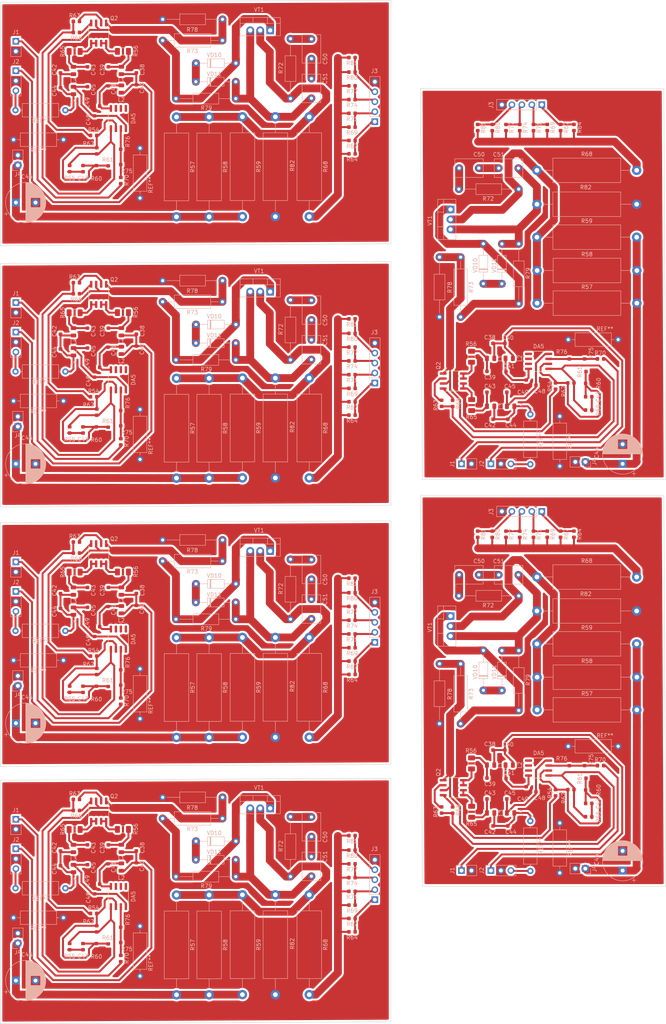
<source format=kicad_pcb>
(kicad_pcb (version 20171130) (host pcbnew "(5.1.5)-3")
  (layers (0 F.Cu signal) (31 B.Cu signal hide) (34 B.Paste user hide) (35 F.Paste user hide) (36 B.SilkS user) (37 F.SilkS user) (38 B.Mask user) (39 F.Mask user hide) (44 Edge.Cuts user))
  (net 0 "")
  (net 1 GND)
  (net 2 /+12V_irf)
  (net 3 /+12V_corr)
  (net 4 /-12V_irf)
  (net 5 /-12V_corr)
  (net 6 "Net-(C47-Pad2)")
  (net 7 "Net-(C47-Pad1)")
  (net 8 "Net-(C50-Pad1)")
  (net 9 "Net-(C51-Pad2)")
  (net 10 "Net-(DA5-Pad3)")
  (net 11 "Net-(DA5-Pad1)")
  (net 12 "Net-(Q2-Pad7)")
  (net 13 "Net-(Q2-Pad5)")
  (net 14 "Net-(Q2-Pad4)")
  (net 15 "Net-(Q2-Pad1)")
  (net 16 "Net-(Q2-Pad2)")
  (net 17 "Net-(R57-Pad2)")
  (net 18 "Net-(R64-Pad2)")
  (net 19 "Net-(R73-Pad1)")
  (net 20 "Net-(VD10-Pad1)")
  (net 21 "Net-(C50-Pad2)")
  (net 22 /+12V)
  (net 23 /-12V)
  (net 24 /+130V)
  (net 25 /IN)
  (net 26 /b4)
  (net 27 /b3)
  (net 28 /b2)
  (net 29 /b1)
  (module Connector_PinHeader_2.54mm:PinHeader_1x02_P2.54mm_Vertical (layer B.Cu) (at 171 240 90)
    (fp_text reference J4 (at 0 2.33 270) (layer B.SilkS))
    (fp_text value Conn_01x02)
    (pad 2 thru_hole oval (at 0 -2.54 90) (size 1.7 1.7) (drill 1) (layers *.Cu *.Mask))
    (pad 1 thru_hole rect (at 0 0 90) (size 1.7 1.7) (drill 1) (layers *.Cu *.Mask))
  )
  (module Resistor_THT:R_Axial_DIN0617_L17.0mm_D6.0mm_P25.40mm_Horizontal (layer B.Cu) (at 158.676024 174.43265)
    (fp_text reference R82 (at 12.446 -4.318 180) (layer B.SilkS))
    (fp_text value 130)
    (pad 2 thru_hole oval (at 25.4 0) (size 2.4 2.4) (drill 1.2) (layers *.Cu *.Mask))
    (pad 1 thru_hole circle (at 0 0) (size 2.4 2.4) (drill 1.2) (layers *.Cu *.Mask))
  )
  (module Resistor_THT:R_Axial_DIN0617_L17.0mm_D6.0mm_P25.40mm_Horizontal (layer B.Cu) (at 184.125023 191.293649 180)
    (fp_text reference R58 (at 12.7 4.12 180) (layer B.SilkS))
    (fp_text value 1.8k)
    (pad 1 thru_hole circle (at 0 0 180) (size 2.4 2.4) (drill 1.2) (layers *.Cu *.Mask))
    (pad 2 thru_hole oval (at 25.4 0 180) (size 2.4 2.4) (drill 1.2) (layers *.Cu *.Mask))
  )
  (module Resistor_THT:R_Axial_DIN0617_L17.0mm_D6.0mm_P25.40mm_Horizontal (layer B.Cu) (at 184.076024 182.81465 180)
    (fp_text reference R59 (at 12.7 4.12 180) (layer B.SilkS))
    (fp_text value 1.8k)
    (pad 2 thru_hole oval (at 25.4 0 180) (size 2.4 2.4) (drill 1.2) (layers *.Cu *.Mask))
    (pad 1 thru_hole circle (at 0 0 180) (size 2.4 2.4) (drill 1.2) (layers *.Cu *.Mask))
  )
  (module Resistor_SMD:R_1206_3216Metric (layer F.Cu) (at 142.02 213.238 270)
    (fp_text reference R56 (at -3.26 0.09 180) (layer B.SilkS))
    (fp_text value 10)
    (pad 1 smd roundrect (at -1.4 0 270) (size 1.25 1.75) (layers F.Cu F.Paste F.Mask) (roundrect_rratio 0.2))
    (pad 2 smd roundrect (at 1.4 0 270) (size 1.25 1.75) (layers F.Cu F.Paste F.Mask) (roundrect_rratio 0.2))
  )
  (module Resistor_THT:R_Axial_DIN0617_L17.0mm_D6.0mm_P25.40mm_Horizontal (layer B.Cu) (at 184.125023 199.605649 180)
    (fp_text reference R57 (at 12.7 4.12 180) (layer B.SilkS))
    (fp_text value 1.8k)
    (pad 1 thru_hole circle (at 0 0 180) (size 2.4 2.4) (drill 1.2) (layers *.Cu *.Mask))
    (pad 2 thru_hole oval (at 25.4 0 180) (size 2.4 2.4) (drill 1.2) (layers *.Cu *.Mask))
  )
  (module Resistor_SMD:R_1206_3216Metric (layer F.Cu) (at 142.05 225.548 90)
    (fp_text reference R65 (at -3.04 -0.03 180) (layer B.SilkS))
    (fp_text value 10)
    (pad 2 smd roundrect (at 1.4 0 90) (size 1.25 1.75) (layers F.Cu F.Paste F.Mask) (roundrect_rratio 0.2))
    (pad 1 smd roundrect (at -1.4 0 90) (size 1.25 1.75) (layers F.Cu F.Paste F.Mask) (roundrect_rratio 0.2))
  )
  (module Resistor_THT:R_Axial_DIN0617_L17.0mm_D6.0mm_P25.40mm_Horizontal (layer B.Cu) (at 184.076024 165.79665 180)
    (fp_text reference R68 (at 12.7 4.12 180) (layer B.SilkS))
    (fp_text value 30)
    (pad 1 thru_hole circle (at 0 0 180) (size 2.4 2.4) (drill 1.2) (layers *.Cu *.Mask))
    (pad 2 thru_hole oval (at 25.4 0 180) (size 2.4 2.4) (drill 1.2) (layers *.Cu *.Mask))
  )
  (module Connector_PinHeader_2.54mm:PinHeader_1x02_P2.54mm_Vertical (layer B.Cu) (at 139.46 240.5 270)
    (fp_text reference J1 (at 0 2.33 90) (layer B.SilkS))
    (fp_text value Conn_01x02)
    (pad 1 thru_hole rect (at 0 0 270) (size 1.7 1.7) (drill 1) (layers *.Cu *.Mask))
    (pad 2 thru_hole oval (at 0 -2.54 270) (size 1.7 1.7) (drill 1) (layers *.Cu *.Mask))
  )
  (module Capacitor_THT:C_Rect_L7.0mm_W4.5mm_P5.00mm (layer B.Cu) (at 138.877 165.233001)
    (fp_text reference C50 (at 5.073 -3.483001 180) (layer B.SilkS))
    (fp_text value C)
    (pad 2 thru_hole circle (at 5 0) (size 1.6 1.6) (drill 0.8) (layers *.Cu *.Mask))
    (pad 1 thru_hole circle (at 0 0) (size 1.6 1.6) (drill 0.8) (layers *.Cu *.Mask))
  )
  (module Capacitor_SMD:C_0603_1608Metric (layer F.Cu) (at 151.3155 209.84)
    (fp_text reference C40 (at 0 -1.43) (layer B.SilkS))
    (fp_text value 1u)
    (pad 2 smd roundrect (at 0.7875 0) (size 0.875 0.95) (layers F.Cu F.Paste F.Mask))
    (pad 1 smd roundrect (at -0.7875 0) (size 0.875 0.95) (layers F.Cu F.Paste F.Mask))
  )
  (module Capacitor_THT:C_Rect_L7.0mm_W4.5mm_P5.00mm (layer B.Cu) (at 148.957 165.248)
    (fp_text reference C51 (at -0.007 -3.473 180) (layer B.SilkS))
    (fp_text value C)
    (pad 1 thru_hole circle (at 0 0) (size 1.6 1.6) (drill 0.8) (layers *.Cu *.Mask))
    (pad 2 thru_hole circle (at 5 0) (size 1.6 1.6) (drill 0.8) (layers *.Cu *.Mask))
  )
  (module Capacitor_SMD:C_0603_1608Metric (layer F.Cu) (at 151.5895 217.058)
    (fp_text reference C41 (at 0 -1.43) (layer B.SilkS))
    (fp_text value 1u)
    (pad 2 smd roundrect (at 0.7875 0) (size 0.875 0.95) (layers F.Cu F.Paste F.Mask))
    (pad 1 smd roundrect (at -0.7875 0) (size 0.875 0.95) (layers F.Cu F.Paste F.Mask))
  )
  (module Resistor_SMD:R_0603_1608Metric (layer F.Cu) (at 134.395 225.0945 270)
    (fp_text reference R63 (at 0.4435 1.465 90) (layer B.SilkS))
    (fp_text value 10)
    (pad 2 smd roundrect (at 0.7875 0 270) (size 0.875 0.95) (layers F.Cu F.Paste F.Mask))
    (pad 1 smd roundrect (at -0.7875 0 270) (size 0.875 0.95) (layers F.Cu F.Paste F.Mask))
  )
  (module Diode_THT:D_DO-35_SOD27_P10.16mm_Horizontal (layer B.Cu) (at 145.04 194.64 90)
    (fp_text reference VD10 (at 4.64 -2.075 90) (layer B.SilkS))
    (fp_text value BZX55)
    (pad 1 thru_hole rect (at 0 0 90) (size 1.6 1.6) (drill 0.8) (layers *.Cu *.Mask))
    (pad 2 thru_hole oval (at 10.16 0 90) (size 1.6 1.6) (drill 0.8) (layers *.Cu *.Mask))
  )
  (module Diode_THT:D_DO-35_SOD27_P10.16mm_Horizontal (layer B.Cu) (at 149.76 194.675 90)
    (fp_text reference VD11 (at 4.675 -1.975 90) (layer B.SilkS))
    (fp_text value BZX55)
    (pad 1 thru_hole rect (at 0 0 90) (size 1.6 1.6) (drill 0.8) (layers *.Cu *.Mask))
    (pad 2 thru_hole oval (at 10.16 0 90) (size 1.6 1.6) (drill 0.8) (layers *.Cu *.Mask))
  )
  (module Inductor_SMD:L_0805_2012Metric (layer F.Cu) (at 151.6225 213.65)
    (fp_text reference L2 (at 2.7155 0 -90) (layer B.SilkS))
    (fp_text value "1.8k 100MHz 500mA")
    (pad 2 smd roundrect (at 0.9375 0) (size 0.975 1.4) (layers F.Cu F.Paste F.Mask))
    (pad 1 smd roundrect (at -0.9375 0) (size 0.975 1.4) (layers F.Cu F.Paste F.Mask))
  )
  (module Package_SO:SO-8_3.9x4.9mm_P1.27mm (layer F.Cu) (at 159.113 214.411 180)
    (fp_text reference DA5 (at 0 3.809) (layer B.SilkS))
    (fp_text value AD8056)
    (pad 8 smd roundrect (at 2.575 -1.905 180) (size 1.75 0.6) (layers F.Cu F.Paste F.Mask))
    (pad 7 smd roundrect (at 2.575 -0.635 180) (size 1.75 0.6) (layers F.Cu F.Paste F.Mask))
    (pad 6 smd roundrect (at 2.575 0.635 180) (size 1.75 0.6) (layers F.Cu F.Paste F.Mask))
    (pad 5 smd roundrect (at 2.575 1.905 180) (size 1.75 0.6) (layers F.Cu F.Paste F.Mask))
    (pad 4 smd roundrect (at -2.575 1.905 180) (size 1.75 0.6) (layers F.Cu F.Paste F.Mask))
    (pad 3 smd roundrect (at -2.575 0.635 180) (size 1.75 0.6) (layers F.Cu F.Paste F.Mask))
    (pad 2 smd roundrect (at -2.575 -0.635 180) (size 1.75 0.6) (layers F.Cu F.Paste F.Mask))
    (pad 1 smd roundrect (at -2.575 -1.905 180) (size 1.75 0.6) (layers F.Cu F.Paste F.Mask))
  )
  (module Resistor_SMD:R_0603_1608Metric (layer F.Cu) (at 174.888069 213.792429)
    (fp_text reference R70 (at -0.088069 -1.492429) (layer B.SilkS))
    (fp_text value 1k)
    (pad 2 smd roundrect (at 0.7875 0) (size 0.875 0.95) (layers F.Cu F.Paste F.Mask))
    (pad 1 smd roundrect (at -0.7875 0) (size 0.875 0.95) (layers F.Cu F.Paste F.Mask))
  )
  (module Capacitor_SMD:C_0603_1608Metric (layer F.Cu) (at 159.2255 220.468)
    (fp_text reference C48 (at 0.1925 1.564) (layer B.SilkS))
    (fp_text value uF)
    (pad 2 smd roundrect (at 0.7875 0) (size 0.875 0.95) (layers F.Cu F.Paste F.Mask))
    (pad 1 smd roundrect (at -0.7875 0) (size 0.875 0.95) (layers F.Cu F.Paste F.Mask))
  )
  (module Resistor_SMD:R_0603_1608Metric (layer F.Cu) (at 166.923 213.0235 90)
    (fp_text reference R76 (at 1.0235 -1.923 180) (layer B.SilkS))
    (fp_text value R)
    (pad 2 smd roundrect (at 0.7875 0 90) (size 0.875 0.95) (layers F.Cu F.Paste F.Mask))
    (pad 1 smd roundrect (at -0.7875 0 90) (size 0.875 0.95) (layers F.Cu F.Paste F.Mask))
  )
  (module Resistor_SMD:R_0603_1608Metric (layer F.Cu) (at 137.211445 225.103584 270)
    (fp_text reference R66 (at 0 -1.43 90) (layer B.SilkS))
    (fp_text value 10)
    (pad 1 smd roundrect (at -0.7875 0 270) (size 0.875 0.95) (layers F.Cu F.Paste F.Mask))
    (pad 2 smd roundrect (at 0.7875 0 270) (size 0.875 0.95) (layers F.Cu F.Paste F.Mask))
  )
  (module Connector_PinHeader_2.54mm:PinHeader_1x05_P2.54mm_Vertical (layer B.Cu) (at 159.92 149.1 90)
    (fp_text reference J3 (at -0.1 -12.9 90) (layer B.SilkS))
    (fp_text value Conn_01x05)
    (pad 5 thru_hole oval (at 0 -10.16 90) (size 1.7 1.7) (drill 1) (layers *.Cu *.Mask))
    (pad 4 thru_hole oval (at 0 -7.62 90) (size 1.7 1.7) (drill 1) (layers *.Cu *.Mask))
    (pad 3 thru_hole oval (at 0 -5.08 90) (size 1.7 1.7) (drill 1) (layers *.Cu *.Mask))
    (pad 2 thru_hole oval (at 0 -2.54 90) (size 1.7 1.7) (drill 1) (layers *.Cu *.Mask))
    (pad 1 thru_hole rect (at 0 0 90) (size 1.7 1.7) (drill 1) (layers *.Cu *.Mask))
  )
  (module Resistor_SMD:R_0603_1608Metric (layer F.Cu) (at 171.873 220.011 180)
    (fp_text reference R60 (at -2.527 0.011 270) (layer B.SilkS))
    (fp_text value R)
    (pad 2 smd roundrect (at 0.7875 0 180) (size 0.875 0.95) (layers F.Cu F.Paste F.Mask))
    (pad 1 smd roundrect (at -0.7875 0 180) (size 0.875 0.95) (layers F.Cu F.Paste F.Mask))
  )
  (module Resistor_SMD:R_0603_1608Metric (layer F.Cu) (at 171.9605 217.011 180)
    (fp_text reference R61 (at 2.3605 -0.089 270) (layer B.SilkS))
    (fp_text value 10k)
    (pad 2 smd roundrect (at 0.7875 0 180) (size 0.875 0.95) (layers F.Cu F.Paste F.Mask))
    (pad 1 smd roundrect (at -0.7875 0 180) (size 0.875 0.95) (layers F.Cu F.Paste F.Mask))
  )
  (module Capacitor_SMD:C_0603_1608Metric (layer F.Cu) (at 146.7435 216.952)
    (fp_text reference C39 (at -0.0255 1.524 180) (layer B.SilkS))
    (fp_text value 1u)
    (pad 2 smd roundrect (at 0.7875 0) (size 0.875 0.95) (layers F.Cu F.Paste F.Mask))
    (pad 1 smd roundrect (at -0.7875 0) (size 0.875 0.95) (layers F.Cu F.Paste F.Mask))
  )
  (module Capacitor_SMD:C_0603_1608Metric (layer F.Cu) (at 146.6925 209.84 180)
    (fp_text reference C38 (at 0 1.524 180) (layer B.SilkS))
    (fp_text value 1u)
    (pad 2 smd roundrect (at 0.7875 0 180) (size 0.875 0.95) (layers F.Cu F.Paste F.Mask))
    (pad 1 smd roundrect (at -0.7875 0 180) (size 0.875 0.95) (layers F.Cu F.Paste F.Mask))
  )
  (module Capacitor_SMD:C_0603_1608Metric (layer F.Cu) (at 152.052 229.144)
    (fp_text reference C44 (at 0 1.524 180) (layer B.SilkS))
    (fp_text value 1u)
    (pad 1 smd roundrect (at -0.7875 0) (size 0.875 0.95) (layers F.Cu F.Paste F.Mask))
    (pad 2 smd roundrect (at 0.7875 0) (size 0.875 0.95) (layers F.Cu F.Paste F.Mask))
  )
  (module Capacitor_SMD:C_0603_1608Metric (layer F.Cu) (at 171.873 223.411)
    (fp_text reference C47 (at 2.427 -0.011 -90) (layer B.SilkS))
    (fp_text value 10n)
    (pad 2 smd roundrect (at 0.7875 0) (size 0.875 0.95) (layers F.Cu F.Paste F.Mask))
    (pad 1 smd roundrect (at -0.7875 0) (size 0.875 0.95) (layers F.Cu F.Paste F.Mask))
  )
  (module Capacitor_SMD:C_0603_1608Metric (layer F.Cu) (at 146.7435 222.286)
    (fp_text reference C43 (at -0.0255 -1.524 180) (layer B.SilkS))
    (fp_text value 1u)
    (pad 1 smd roundrect (at -0.7875 0) (size 0.875 0.95) (layers F.Cu F.Paste F.Mask))
    (pad 2 smd roundrect (at 0.7875 0) (size 0.875 0.95) (layers F.Cu F.Paste F.Mask))
  )
  (module Resistor_SMD:R_0603_1608Metric (layer F.Cu) (at 143.6 154.9125 270)
    (fp_text reference R81 (at 0 -1.43 90) (layer B.SilkS))
    (fp_text value 20)
    (pad 1 smd roundrect (at -0.7875 0 270) (size 0.875 0.95) (layers F.Cu F.Paste F.Mask))
    (pad 2 smd roundrect (at 0.7875 0 270) (size 0.875 0.95) (layers F.Cu F.Paste F.Mask))
  )
  (module Capacitor_SMD:C_0603_1608Metric (layer F.Cu) (at 146.718 229.144 180)
    (fp_text reference C42 (at 0 -1.524 180) (layer B.SilkS))
    (fp_text value 1u)
    (pad 2 smd roundrect (at 0.7875 0 180) (size 0.875 0.95) (layers F.Cu F.Paste F.Mask))
    (pad 1 smd roundrect (at -0.7875 0 180) (size 0.875 0.95) (layers F.Cu F.Paste F.Mask))
  )
  (module Resistor_SMD:R_0603_1608Metric (layer F.Cu) (at 150.8 154.9125 270)
    (fp_text reference R77 (at 0 -1.43 90) (layer B.SilkS))
    (fp_text value 20)
    (pad 1 smd roundrect (at -0.7875 0 270) (size 0.875 0.95) (layers F.Cu F.Paste F.Mask))
    (pad 2 smd roundrect (at 0.7875 0 270) (size 0.875 0.95) (layers F.Cu F.Paste F.Mask))
  )
  (module Resistor_SMD:R_0603_1608Metric (layer F.Cu) (at 170.823 213.011 90)
    (fp_text reference R75 (at 0.761 1.677 90) (layer B.SilkS))
    (fp_text value 10k)
    (pad 2 smd roundrect (at 0.7875 0 90) (size 0.875 0.95) (layers F.Cu F.Paste F.Mask))
    (pad 1 smd roundrect (at -0.7875 0 90) (size 0.875 0.95) (layers F.Cu F.Paste F.Mask))
  )
  (module Inductor_SMD:L_0805_2012Metric (layer F.Cu) (at 146.8935 225.842)
    (fp_text reference L3 (at 2.6185 0 -90) (layer B.SilkS))
    (fp_text value "1.8k 100MHz 500mA")
    (pad 2 smd roundrect (at 0.9375 0) (size 0.975 1.4) (layers F.Cu F.Paste F.Mask))
    (pad 1 smd roundrect (at -0.9375 0) (size 0.975 1.4) (layers F.Cu F.Paste F.Mask))
  )
  (module Resistor_SMD:R_0603_1608Metric (layer F.Cu) (at 167.3355 219.911 180)
    (fp_text reference R62 (at 1.8215 -2.121 270) (layer B.SilkS))
    (fp_text value 50k)
    (pad 2 smd roundrect (at 0.7875 0 180) (size 0.875 0.95) (layers F.Cu F.Paste F.Mask))
    (pad 1 smd roundrect (at -0.7875 0 180) (size 0.875 0.95) (layers F.Cu F.Paste F.Mask))
  )
  (module Resistor_THT:R_Axial_DIN0207_L6.3mm_D2.5mm_P15.24mm_Horizontal (layer B.Cu) (at 154.05 199.75 90)
    (fp_text reference R79 (at 7.75 2.37 90) (layer B.SilkS))
    (fp_text value 4k)
    (pad 2 thru_hole oval (at 15.24 0 90) (size 1.6 1.6) (drill 0.8) (layers *.Cu *.Mask))
    (pad 1 thru_hole circle (at 0 0 90) (size 1.6 1.6) (drill 0.8) (layers *.Cu *.Mask))
  )
  (module Resistor_THT:R_Axial_DIN0207_L6.3mm_D2.5mm_P15.24mm_Horizontal (layer B.Cu) (at 154.037 170.582 180)
    (fp_text reference R72 (at 7.762 -2.443 180) (layer B.SilkS))
    (fp_text value R)
    (pad 2 thru_hole oval (at 15.24 0 180) (size 1.6 1.6) (drill 0.8) (layers *.Cu *.Mask))
    (pad 1 thru_hole circle (at 0 0 180) (size 1.6 1.6) (drill 0.8) (layers *.Cu *.Mask))
  )
  (module Resistor_THT:R_Axial_DIN0309_L9.0mm_D3.2mm_P15.24mm_Horizontal (layer B.Cu) (at 139.25 203.14 90)
    (fp_text reference R73 (at 7.57 2.68 270) (layer B.SilkS))
    (fp_text value 10)
    (pad 1 thru_hole circle (at 0 0 90) (size 1.6 1.6) (drill 0.8) (layers *.Cu *.Mask))
    (pad 2 thru_hole oval (at 15.24 0 90) (size 1.6 1.6) (drill 0.8) (layers *.Cu *.Mask))
  )
  (module Resistor_SMD:R_0603_1608Metric (layer F.Cu) (at 154.3 154.9125 270)
    (fp_text reference R74 (at 0 -1.43 90) (layer B.SilkS))
    (fp_text value 20)
    (pad 1 smd roundrect (at -0.7875 0 270) (size 0.875 0.95) (layers F.Cu F.Paste F.Mask))
    (pad 2 smd roundrect (at 0.7875 0 270) (size 0.875 0.95) (layers F.Cu F.Paste F.Mask))
  )
  (module Resistor_SMD:R_0603_1608Metric (layer F.Cu) (at 147.3 154.9125 270)
    (fp_text reference R80 (at 0 -1.43 90) (layer B.SilkS))
    (fp_text value 20)
    (pad 1 smd roundrect (at -0.7875 0 270) (size 0.875 0.95) (layers F.Cu F.Paste F.Mask))
    (pad 2 smd roundrect (at 0.7875 0 270) (size 0.875 0.95) (layers F.Cu F.Paste F.Mask))
  )
  (module Capacitor_THT:CP_Radial_D10.0mm_P5.00mm (layer B.Cu) (at 180.5 240.5 90)
    (fp_text reference C46 (at 2.79 -6.6 270) (layer B.SilkS))
    (fp_text value C)
    (pad 1 thru_hole rect (at 0 0 90) (size 2 2) (drill 1) (layers *.Cu *.Mask))
    (pad 2 thru_hole circle (at 5 0 90) (size 2 2) (drill 1) (layers *.Cu *.Mask))
  )
  (module Resistor_SMD:R_0603_1608Metric (layer F.Cu) (at 164.7 154.9 270)
    (fp_text reference R67 (at 0 -1.43 90) (layer B.SilkS))
    (fp_text value 20)
    (pad 1 smd roundrect (at -0.7875 0 270) (size 0.875 0.95) (layers F.Cu F.Paste F.Mask))
    (pad 2 smd roundrect (at 0.7875 0 270) (size 0.875 0.95) (layers F.Cu F.Paste F.Mask))
  )
  (module Resistor_SMD:R_0603_1608Metric (layer F.Cu) (at 157.8 154.9125 270)
    (fp_text reference R71 (at 0 -1.43 90) (layer B.SilkS))
    (fp_text value 20)
    (pad 1 smd roundrect (at -0.7875 0 270) (size 0.875 0.95) (layers F.Cu F.Paste F.Mask))
    (pad 2 smd roundrect (at 0.7875 0 270) (size 0.875 0.95) (layers F.Cu F.Paste F.Mask))
  )
  (module Connector_PinHeader_2.54mm:PinHeader_1x03_P2.54mm_Vertical (layer B.Cu) (at 146.96 240.5 270)
    (fp_text reference J2 (at 0 2.33 90) (layer B.SilkS))
    (fp_text value Conn_01x03)
    (pad 1 thru_hole rect (at 0 0 270) (size 1.7 1.7) (drill 1) (layers *.Cu *.Mask))
    (pad 2 thru_hole oval (at 0 -2.54 270) (size 1.7 1.7) (drill 1) (layers *.Cu *.Mask))
    (pad 3 thru_hole oval (at 0 -5.08 270) (size 1.7 1.7) (drill 1) (layers *.Cu *.Mask))
  )
  (module Inductor_SMD:L_0805_2012Metric (layer F.Cu) (at 151.9735 225.842)
    (fp_text reference L4 (at 2.6185 0 -90) (layer B.SilkS))
    (fp_text value "1.8k 100MHz 500mA")
    (pad 1 smd roundrect (at -0.9375 0) (size 0.975 1.4) (layers F.Cu F.Paste F.Mask))
    (pad 2 smd roundrect (at 0.9375 0) (size 0.975 1.4) (layers F.Cu F.Paste F.Mask))
  )
  (module Resistor_SMD:R_0603_1608Metric (layer F.Cu) (at 168.1 154.9 270)
    (fp_text reference R64 (at 0 -1.43 90) (layer B.SilkS))
    (fp_text value 20)
    (pad 1 smd roundrect (at -0.7875 0 270) (size 0.875 0.95) (layers F.Cu F.Paste F.Mask))
    (pad 2 smd roundrect (at 0.7875 0 270) (size 0.875 0.95) (layers F.Cu F.Paste F.Mask))
  )
  (module Resistor_SMD:R_0603_1608Metric (layer F.Cu) (at 161.3 154.9 270)
    (fp_text reference R69 (at 0 -1.43 90) (layer B.SilkS))
    (fp_text value 20)
    (pad 1 smd roundrect (at -0.7875 0 270) (size 0.875 0.95) (layers F.Cu F.Paste F.Mask))
    (pad 2 smd roundrect (at 0.7875 0 270) (size 0.875 0.95) (layers F.Cu F.Paste F.Mask))
  )
  (module Resistor_THT:R_Axial_DIN0309_L9.0mm_D3.2mm_P12.70mm_Horizontal (layer B.Cu) (at 164.5 241.1 90)
    (fp_text reference REF** (at 6.35 2.72 90) (layer B.SilkS))
    (fp_text value R_Axial_DIN0309_L9.0mm_D3.2mm_P12.70mm_Horizontal)
    (pad 2 thru_hole oval (at 12.7 0 90) (size 1.6 1.6) (drill 0.8) (layers *.Cu *.Mask))
    (pad 1 thru_hole circle (at 0 0 90) (size 1.6 1.6) (drill 0.8) (layers *.Cu *.Mask))
  )
  (module Resistor_THT:R_Axial_DIN0309_L9.0mm_D3.2mm_P12.70mm_Horizontal (layer B.Cu) (at 157 240.6 90)
    (fp_text reference REF** (at 6.35 2.72 90) (layer B.SilkS))
    (fp_text value R_Axial_DIN0309_L9.0mm_D3.2mm_P12.70mm_Horizontal)
    (pad 1 thru_hole circle (at 0 0 90) (size 1.6 1.6) (drill 0.8) (layers *.Cu *.Mask))
    (pad 2 thru_hole oval (at 12.7 0 90) (size 1.6 1.6) (drill 0.8) (layers *.Cu *.Mask))
  )
  (module Package_SO:SO-8_3.9x4.9mm_P1.27mm (layer F.Cu) (at 137.377911 219.419545)
    (fp_text reference Q2 (at -3.777911 -3.919545 -90) (layer B.SilkS))
    (fp_text value IRF9952)
    (pad 1 smd roundrect (at -2.575 -1.905) (size 1.75 0.6) (layers F.Cu F.Paste F.Mask))
    (pad 2 smd roundrect (at -2.575 -0.635) (size 1.75 0.6) (layers F.Cu F.Paste F.Mask))
    (pad 3 smd roundrect (at -2.575 0.635) (size 1.75 0.6) (layers F.Cu F.Paste F.Mask))
    (pad 4 smd roundrect (at -2.575 1.905) (size 1.75 0.6) (layers F.Cu F.Paste F.Mask))
    (pad 5 smd roundrect (at 2.575 1.905) (size 1.75 0.6) (layers F.Cu F.Paste F.Mask))
    (pad 6 smd roundrect (at 2.575 0.635) (size 1.75 0.6) (layers F.Cu F.Paste F.Mask))
    (pad 7 smd roundrect (at 2.575 -0.635) (size 1.75 0.6) (layers F.Cu F.Paste F.Mask))
    (pad 8 smd roundrect (at 2.575 -1.905) (size 1.75 0.6) (layers F.Cu F.Paste F.Mask))
  )
  (module Resistor_SMD:R_0603_1608Metric (layer F.Cu) (at 163.423 220.6985 90)
    (fp_text reference R54 (at 0 -1.43 90) (layer B.SilkS))
    (fp_text value 10k)
    (pad 2 smd roundrect (at 0.7875 0 90) (size 0.875 0.95) (layers F.Cu F.Paste F.Mask))
    (pad 1 smd roundrect (at -0.7875 0 90) (size 0.875 0.95) (layers F.Cu F.Paste F.Mask))
  )
  (module Resistor_SMD:R_0603_1608Metric (layer F.Cu) (at 171.8605 226.811)
    (fp_text reference R55 (at 2.4395 -0.011 -90) (layer B.SilkS))
    (fp_text value R)
    (pad 2 smd roundrect (at 0.7875 0) (size 0.875 0.95) (layers F.Cu F.Paste F.Mask))
    (pad 1 smd roundrect (at -0.7875 0) (size 0.875 0.95) (layers F.Cu F.Paste F.Mask))
  )
  (module Inductor_SMD:L_0805_2012Metric (layer F.Cu) (at 146.884 213.65)
    (fp_text reference L1 (at 2.374 0 -90) (layer B.SilkS))
    (fp_text value "1.8k 100MHz 500mA")
    (pad 2 smd roundrect (at 0.9375 0) (size 0.975 1.4) (layers F.Cu F.Paste F.Mask))
    (pad 1 smd roundrect (at -0.9375 0) (size 0.975 1.4) (layers F.Cu F.Paste F.Mask))
  )
  (module Capacitor_SMD:C_0603_1608Metric (layer F.Cu) (at 155.942 219.956 270)
    (fp_text reference C49 (at 2.33 0.842) (layer B.SilkS))
    (fp_text value uF)
    (pad 1 smd roundrect (at -0.7875 0 270) (size 0.875 0.95) (layers F.Cu F.Paste F.Mask))
    (pad 2 smd roundrect (at 0.7875 0 270) (size 0.875 0.95) (layers F.Cu F.Paste F.Mask))
  )
  (module Capacitor_SMD:C_0603_1608Metric (layer F.Cu) (at 151.798 222.286)
    (fp_text reference C45 (at 0 -1.524) (layer B.SilkS))
    (fp_text value 1u)
    (pad 2 smd roundrect (at 0.7875 0) (size 0.875 0.95) (layers F.Cu F.Paste F.Mask))
    (pad 1 smd roundrect (at -0.7875 0) (size 0.875 0.95) (layers F.Cu F.Paste F.Mask))
  )
  (module Package_TO_SOT_THT:TO-220-3_Vertical (layer B.Cu) (at 136.675 175.75 270)
    (fp_text reference VT1 (at 2.825 5.25 90) (layer B.SilkS))
    (fp_text value IRFB812)
    (pad 3 thru_hole oval (at 5.08 0 270) (size 1.905 2) (drill 1.1) (layers *.Cu *.Mask))
    (pad 2 thru_hole oval (at 2.54 0 270) (size 1.905 2) (drill 1.1) (layers *.Cu *.Mask))
    (pad 1 thru_hole rect (at 0 0 270) (size 1.905 2) (drill 1.1) (layers *.Cu *.Mask))
  )
  (module Resistor_THT:R_Axial_DIN0207_L6.3mm_D2.5mm_P15.24mm_Horizontal (layer B.Cu) (at 133.87 187.88 270)
    (fp_text reference R78 (at 7.71 -2.63 270) (layer B.SilkS))
    (fp_text value 10k)
    (pad 1 thru_hole circle (at 0 0 270) (size 1.6 1.6) (drill 0.8) (layers *.Cu *.Mask))
    (pad 2 thru_hole oval (at 15.24 0 270) (size 1.6 1.6) (drill 0.8) (layers *.Cu *.Mask))
  )
  (module Resistor_THT:R_Axial_DIN0309_L9.0mm_D3.2mm_P12.70mm_Horizontal (layer B.Cu) (at 179.359739 208.883922 180)
    (fp_text reference REF** (at 3.359739 2.72) (layer B.SilkS))
    (fp_text value R_Axial_DIN0309_L9.0mm_D3.2mm_P12.70mm_Horizontal)
    (pad 2 thru_hole oval (at 12.7 0 180) (size 1.6 1.6) (drill 0.8) (layers *.Cu *.Mask))
    (pad 1 thru_hole circle (at 0 0 180) (size 1.6 1.6) (drill 0.8) (layers *.Cu *.Mask))
  )
  (module Connector_PinHeader_2.54mm:PinHeader_1x02_P2.54mm_Vertical (layer B.Cu) (at 171 136.5 90)
    (fp_text reference J4 (at 0 2.33 270) (layer B.SilkS))
    (fp_text value Conn_01x02)
    (pad 2 thru_hole oval (at 0 -2.54 90) (size 1.7 1.7) (drill 1) (layers *.Cu *.Mask))
    (pad 1 thru_hole rect (at 0 0 90) (size 1.7 1.7) (drill 1) (layers *.Cu *.Mask))
  )
  (module Resistor_THT:R_Axial_DIN0617_L17.0mm_D6.0mm_P25.40mm_Horizontal (layer B.Cu) (at 158.676024 70.93265)
    (fp_text reference R82 (at 12.446 -4.318 180) (layer B.SilkS))
    (fp_text value 130)
    (pad 2 thru_hole oval (at 25.4 0) (size 2.4 2.4) (drill 1.2) (layers *.Cu *.Mask))
    (pad 1 thru_hole circle (at 0 0) (size 2.4 2.4) (drill 1.2) (layers *.Cu *.Mask))
  )
  (module Resistor_THT:R_Axial_DIN0617_L17.0mm_D6.0mm_P25.40mm_Horizontal (layer B.Cu) (at 184.125023 87.793649 180)
    (fp_text reference R58 (at 12.7 4.12 180) (layer B.SilkS))
    (fp_text value 1.8k)
    (pad 1 thru_hole circle (at 0 0 180) (size 2.4 2.4) (drill 1.2) (layers *.Cu *.Mask))
    (pad 2 thru_hole oval (at 25.4 0 180) (size 2.4 2.4) (drill 1.2) (layers *.Cu *.Mask))
  )
  (module Resistor_THT:R_Axial_DIN0617_L17.0mm_D6.0mm_P25.40mm_Horizontal (layer B.Cu) (at 184.076024 79.31465 180)
    (fp_text reference R59 (at 12.7 4.12 180) (layer B.SilkS))
    (fp_text value 1.8k)
    (pad 2 thru_hole oval (at 25.4 0 180) (size 2.4 2.4) (drill 1.2) (layers *.Cu *.Mask))
    (pad 1 thru_hole circle (at 0 0 180) (size 2.4 2.4) (drill 1.2) (layers *.Cu *.Mask))
  )
  (module Resistor_SMD:R_1206_3216Metric (layer F.Cu) (at 142.02 109.738 270)
    (fp_text reference R56 (at -3.26 0.09 180) (layer B.SilkS))
    (fp_text value 10)
    (pad 1 smd roundrect (at -1.4 0 270) (size 1.25 1.75) (layers F.Cu F.Paste F.Mask) (roundrect_rratio 0.2))
    (pad 2 smd roundrect (at 1.4 0 270) (size 1.25 1.75) (layers F.Cu F.Paste F.Mask) (roundrect_rratio 0.2))
  )
  (module Resistor_THT:R_Axial_DIN0617_L17.0mm_D6.0mm_P25.40mm_Horizontal (layer B.Cu) (at 184.125023 96.105649 180)
    (fp_text reference R57 (at 12.7 4.12 180) (layer B.SilkS))
    (fp_text value 1.8k)
    (pad 1 thru_hole circle (at 0 0 180) (size 2.4 2.4) (drill 1.2) (layers *.Cu *.Mask))
    (pad 2 thru_hole oval (at 25.4 0 180) (size 2.4 2.4) (drill 1.2) (layers *.Cu *.Mask))
  )
  (module Resistor_SMD:R_1206_3216Metric (layer F.Cu) (at 142.05 122.048 90)
    (fp_text reference R65 (at -3.04 -0.03 180) (layer B.SilkS))
    (fp_text value 10)
    (pad 2 smd roundrect (at 1.4 0 90) (size 1.25 1.75) (layers F.Cu F.Paste F.Mask) (roundrect_rratio 0.2))
    (pad 1 smd roundrect (at -1.4 0 90) (size 1.25 1.75) (layers F.Cu F.Paste F.Mask) (roundrect_rratio 0.2))
  )
  (module Resistor_THT:R_Axial_DIN0617_L17.0mm_D6.0mm_P25.40mm_Horizontal (layer B.Cu) (at 184.076024 62.29665 180)
    (fp_text reference R68 (at 12.7 4.12 180) (layer B.SilkS))
    (fp_text value 30)
    (pad 1 thru_hole circle (at 0 0 180) (size 2.4 2.4) (drill 1.2) (layers *.Cu *.Mask))
    (pad 2 thru_hole oval (at 25.4 0 180) (size 2.4 2.4) (drill 1.2) (layers *.Cu *.Mask))
  )
  (module Connector_PinHeader_2.54mm:PinHeader_1x02_P2.54mm_Vertical (layer B.Cu) (at 139.46 137 270)
    (fp_text reference J1 (at 0 2.33 90) (layer B.SilkS))
    (fp_text value Conn_01x02)
    (pad 1 thru_hole rect (at 0 0 270) (size 1.7 1.7) (drill 1) (layers *.Cu *.Mask))
    (pad 2 thru_hole oval (at 0 -2.54 270) (size 1.7 1.7) (drill 1) (layers *.Cu *.Mask))
  )
  (module Capacitor_THT:C_Rect_L7.0mm_W4.5mm_P5.00mm (layer B.Cu) (at 138.877 61.733001)
    (fp_text reference C50 (at 5.073 -3.483001 180) (layer B.SilkS))
    (fp_text value C)
    (pad 2 thru_hole circle (at 5 0) (size 1.6 1.6) (drill 0.8) (layers *.Cu *.Mask))
    (pad 1 thru_hole circle (at 0 0) (size 1.6 1.6) (drill 0.8) (layers *.Cu *.Mask))
  )
  (module Capacitor_SMD:C_0603_1608Metric (layer F.Cu) (at 151.3155 106.34)
    (fp_text reference C40 (at 0 -1.43) (layer B.SilkS))
    (fp_text value 1u)
    (pad 2 smd roundrect (at 0.7875 0) (size 0.875 0.95) (layers F.Cu F.Paste F.Mask))
    (pad 1 smd roundrect (at -0.7875 0) (size 0.875 0.95) (layers F.Cu F.Paste F.Mask))
  )
  (module Capacitor_THT:C_Rect_L7.0mm_W4.5mm_P5.00mm (layer B.Cu) (at 148.957 61.748)
    (fp_text reference C51 (at -0.007 -3.473 180) (layer B.SilkS))
    (fp_text value C)
    (pad 1 thru_hole circle (at 0 0) (size 1.6 1.6) (drill 0.8) (layers *.Cu *.Mask))
    (pad 2 thru_hole circle (at 5 0) (size 1.6 1.6) (drill 0.8) (layers *.Cu *.Mask))
  )
  (module Capacitor_SMD:C_0603_1608Metric (layer F.Cu) (at 151.5895 113.558)
    (fp_text reference C41 (at 0 -1.43) (layer B.SilkS))
    (fp_text value 1u)
    (pad 2 smd roundrect (at 0.7875 0) (size 0.875 0.95) (layers F.Cu F.Paste F.Mask))
    (pad 1 smd roundrect (at -0.7875 0) (size 0.875 0.95) (layers F.Cu F.Paste F.Mask))
  )
  (module Resistor_SMD:R_0603_1608Metric (layer F.Cu) (at 134.395 121.5945 270)
    (fp_text reference R63 (at 0.4435 1.465 90) (layer B.SilkS))
    (fp_text value 10)
    (pad 2 smd roundrect (at 0.7875 0 270) (size 0.875 0.95) (layers F.Cu F.Paste F.Mask))
    (pad 1 smd roundrect (at -0.7875 0 270) (size 0.875 0.95) (layers F.Cu F.Paste F.Mask))
  )
  (module Diode_THT:D_DO-35_SOD27_P10.16mm_Horizontal (layer B.Cu) (at 145.04 91.14 90)
    (fp_text reference VD10 (at 4.64 -2.075 90) (layer B.SilkS))
    (fp_text value BZX55)
    (pad 1 thru_hole rect (at 0 0 90) (size 1.6 1.6) (drill 0.8) (layers *.Cu *.Mask))
    (pad 2 thru_hole oval (at 10.16 0 90) (size 1.6 1.6) (drill 0.8) (layers *.Cu *.Mask))
  )
  (module Diode_THT:D_DO-35_SOD27_P10.16mm_Horizontal (layer B.Cu) (at 149.76 91.175 90)
    (fp_text reference VD11 (at 4.675 -1.975 90) (layer B.SilkS))
    (fp_text value BZX55)
    (pad 1 thru_hole rect (at 0 0 90) (size 1.6 1.6) (drill 0.8) (layers *.Cu *.Mask))
    (pad 2 thru_hole oval (at 10.16 0 90) (size 1.6 1.6) (drill 0.8) (layers *.Cu *.Mask))
  )
  (module Inductor_SMD:L_0805_2012Metric (layer F.Cu) (at 151.6225 110.15)
    (fp_text reference L2 (at 2.7155 0 -90) (layer B.SilkS))
    (fp_text value "1.8k 100MHz 500mA")
    (pad 2 smd roundrect (at 0.9375 0) (size 0.975 1.4) (layers F.Cu F.Paste F.Mask))
    (pad 1 smd roundrect (at -0.9375 0) (size 0.975 1.4) (layers F.Cu F.Paste F.Mask))
  )
  (module Package_SO:SO-8_3.9x4.9mm_P1.27mm (layer F.Cu) (at 159.113 110.911 180)
    (fp_text reference DA5 (at 0 3.809) (layer B.SilkS))
    (fp_text value AD8056)
    (pad 8 smd roundrect (at 2.575 -1.905 180) (size 1.75 0.6) (layers F.Cu F.Paste F.Mask))
    (pad 7 smd roundrect (at 2.575 -0.635 180) (size 1.75 0.6) (layers F.Cu F.Paste F.Mask))
    (pad 6 smd roundrect (at 2.575 0.635 180) (size 1.75 0.6) (layers F.Cu F.Paste F.Mask))
    (pad 5 smd roundrect (at 2.575 1.905 180) (size 1.75 0.6) (layers F.Cu F.Paste F.Mask))
    (pad 4 smd roundrect (at -2.575 1.905 180) (size 1.75 0.6) (layers F.Cu F.Paste F.Mask))
    (pad 3 smd roundrect (at -2.575 0.635 180) (size 1.75 0.6) (layers F.Cu F.Paste F.Mask))
    (pad 2 smd roundrect (at -2.575 -0.635 180) (size 1.75 0.6) (layers F.Cu F.Paste F.Mask))
    (pad 1 smd roundrect (at -2.575 -1.905 180) (size 1.75 0.6) (layers F.Cu F.Paste F.Mask))
  )
  (module Resistor_SMD:R_0603_1608Metric (layer F.Cu) (at 174.888069 110.292429)
    (fp_text reference R70 (at -0.088069 -1.492429) (layer B.SilkS))
    (fp_text value 1k)
    (pad 2 smd roundrect (at 0.7875 0) (size 0.875 0.95) (layers F.Cu F.Paste F.Mask))
    (pad 1 smd roundrect (at -0.7875 0) (size 0.875 0.95) (layers F.Cu F.Paste F.Mask))
  )
  (module Capacitor_SMD:C_0603_1608Metric (layer F.Cu) (at 159.2255 116.968)
    (fp_text reference C48 (at 0.1925 1.564) (layer B.SilkS))
    (fp_text value uF)
    (pad 2 smd roundrect (at 0.7875 0) (size 0.875 0.95) (layers F.Cu F.Paste F.Mask))
    (pad 1 smd roundrect (at -0.7875 0) (size 0.875 0.95) (layers F.Cu F.Paste F.Mask))
  )
  (module Resistor_SMD:R_0603_1608Metric (layer F.Cu) (at 166.923 109.5235 90)
    (fp_text reference R76 (at 1.0235 -1.923 180) (layer B.SilkS))
    (fp_text value R)
    (pad 2 smd roundrect (at 0.7875 0 90) (size 0.875 0.95) (layers F.Cu F.Paste F.Mask))
    (pad 1 smd roundrect (at -0.7875 0 90) (size 0.875 0.95) (layers F.Cu F.Paste F.Mask))
  )
  (module Resistor_SMD:R_0603_1608Metric (layer F.Cu) (at 137.211445 121.603584 270)
    (fp_text reference R66 (at 0 -1.43 90) (layer B.SilkS))
    (fp_text value 10)
    (pad 1 smd roundrect (at -0.7875 0 270) (size 0.875 0.95) (layers F.Cu F.Paste F.Mask))
    (pad 2 smd roundrect (at 0.7875 0 270) (size 0.875 0.95) (layers F.Cu F.Paste F.Mask))
  )
  (module Connector_PinHeader_2.54mm:PinHeader_1x05_P2.54mm_Vertical (layer B.Cu) (at 159.92 45.6 90)
    (fp_text reference J3 (at -0.1 -12.9 90) (layer B.SilkS))
    (fp_text value Conn_01x05)
    (pad 5 thru_hole oval (at 0 -10.16 90) (size 1.7 1.7) (drill 1) (layers *.Cu *.Mask))
    (pad 4 thru_hole oval (at 0 -7.62 90) (size 1.7 1.7) (drill 1) (layers *.Cu *.Mask))
    (pad 3 thru_hole oval (at 0 -5.08 90) (size 1.7 1.7) (drill 1) (layers *.Cu *.Mask))
    (pad 2 thru_hole oval (at 0 -2.54 90) (size 1.7 1.7) (drill 1) (layers *.Cu *.Mask))
    (pad 1 thru_hole rect (at 0 0 90) (size 1.7 1.7) (drill 1) (layers *.Cu *.Mask))
  )
  (module Resistor_SMD:R_0603_1608Metric (layer F.Cu) (at 171.873 116.511 180)
    (fp_text reference R60 (at -2.527 0.011 270) (layer B.SilkS))
    (fp_text value R)
    (pad 2 smd roundrect (at 0.7875 0 180) (size 0.875 0.95) (layers F.Cu F.Paste F.Mask))
    (pad 1 smd roundrect (at -0.7875 0 180) (size 0.875 0.95) (layers F.Cu F.Paste F.Mask))
  )
  (module Resistor_SMD:R_0603_1608Metric (layer F.Cu) (at 171.9605 113.511 180)
    (fp_text reference R61 (at 2.3605 -0.089 270) (layer B.SilkS))
    (fp_text value 10k)
    (pad 2 smd roundrect (at 0.7875 0 180) (size 0.875 0.95) (layers F.Cu F.Paste F.Mask))
    (pad 1 smd roundrect (at -0.7875 0 180) (size 0.875 0.95) (layers F.Cu F.Paste F.Mask))
  )
  (module Capacitor_SMD:C_0603_1608Metric (layer F.Cu) (at 146.7435 113.452)
    (fp_text reference C39 (at -0.0255 1.524 180) (layer B.SilkS))
    (fp_text value 1u)
    (pad 2 smd roundrect (at 0.7875 0) (size 0.875 0.95) (layers F.Cu F.Paste F.Mask))
    (pad 1 smd roundrect (at -0.7875 0) (size 0.875 0.95) (layers F.Cu F.Paste F.Mask))
  )
  (module Capacitor_SMD:C_0603_1608Metric (layer F.Cu) (at 146.6925 106.34 180)
    (fp_text reference C38 (at 0 1.524 180) (layer B.SilkS))
    (fp_text value 1u)
    (pad 2 smd roundrect (at 0.7875 0 180) (size 0.875 0.95) (layers F.Cu F.Paste F.Mask))
    (pad 1 smd roundrect (at -0.7875 0 180) (size 0.875 0.95) (layers F.Cu F.Paste F.Mask))
  )
  (module Capacitor_SMD:C_0603_1608Metric (layer F.Cu) (at 152.052 125.644)
    (fp_text reference C44 (at 0 1.524 180) (layer B.SilkS))
    (fp_text value 1u)
    (pad 1 smd roundrect (at -0.7875 0) (size 0.875 0.95) (layers F.Cu F.Paste F.Mask))
    (pad 2 smd roundrect (at 0.7875 0) (size 0.875 0.95) (layers F.Cu F.Paste F.Mask))
  )
  (module Capacitor_SMD:C_0603_1608Metric (layer F.Cu) (at 171.873 119.911)
    (fp_text reference C47 (at 2.427 -0.011 -90) (layer B.SilkS))
    (fp_text value 10n)
    (pad 2 smd roundrect (at 0.7875 0) (size 0.875 0.95) (layers F.Cu F.Paste F.Mask))
    (pad 1 smd roundrect (at -0.7875 0) (size 0.875 0.95) (layers F.Cu F.Paste F.Mask))
  )
  (module Capacitor_SMD:C_0603_1608Metric (layer F.Cu) (at 146.7435 118.786)
    (fp_text reference C43 (at -0.0255 -1.524 180) (layer B.SilkS))
    (fp_text value 1u)
    (pad 1 smd roundrect (at -0.7875 0) (size 0.875 0.95) (layers F.Cu F.Paste F.Mask))
    (pad 2 smd roundrect (at 0.7875 0) (size 0.875 0.95) (layers F.Cu F.Paste F.Mask))
  )
  (module Resistor_SMD:R_0603_1608Metric (layer F.Cu) (at 143.6 51.4125 270)
    (fp_text reference R81 (at 0 -1.43 90) (layer B.SilkS))
    (fp_text value 20)
    (pad 1 smd roundrect (at -0.7875 0 270) (size 0.875 0.95) (layers F.Cu F.Paste F.Mask))
    (pad 2 smd roundrect (at 0.7875 0 270) (size 0.875 0.95) (layers F.Cu F.Paste F.Mask))
  )
  (module Capacitor_SMD:C_0603_1608Metric (layer F.Cu) (at 146.718 125.644 180)
    (fp_text reference C42 (at 0 -1.524 180) (layer B.SilkS))
    (fp_text value 1u)
    (pad 2 smd roundrect (at 0.7875 0 180) (size 0.875 0.95) (layers F.Cu F.Paste F.Mask))
    (pad 1 smd roundrect (at -0.7875 0 180) (size 0.875 0.95) (layers F.Cu F.Paste F.Mask))
  )
  (module Resistor_SMD:R_0603_1608Metric (layer F.Cu) (at 150.8 51.4125 270)
    (fp_text reference R77 (at 0 -1.43 90) (layer B.SilkS))
    (fp_text value 20)
    (pad 1 smd roundrect (at -0.7875 0 270) (size 0.875 0.95) (layers F.Cu F.Paste F.Mask))
    (pad 2 smd roundrect (at 0.7875 0 270) (size 0.875 0.95) (layers F.Cu F.Paste F.Mask))
  )
  (module Resistor_SMD:R_0603_1608Metric (layer F.Cu) (at 170.823 109.511 90)
    (fp_text reference R75 (at 0.761 1.677 90) (layer B.SilkS))
    (fp_text value 10k)
    (pad 2 smd roundrect (at 0.7875 0 90) (size 0.875 0.95) (layers F.Cu F.Paste F.Mask))
    (pad 1 smd roundrect (at -0.7875 0 90) (size 0.875 0.95) (layers F.Cu F.Paste F.Mask))
  )
  (module Inductor_SMD:L_0805_2012Metric (layer F.Cu) (at 146.8935 122.342)
    (fp_text reference L3 (at 2.6185 0 -90) (layer B.SilkS))
    (fp_text value "1.8k 100MHz 500mA")
    (pad 2 smd roundrect (at 0.9375 0) (size 0.975 1.4) (layers F.Cu F.Paste F.Mask))
    (pad 1 smd roundrect (at -0.9375 0) (size 0.975 1.4) (layers F.Cu F.Paste F.Mask))
  )
  (module Resistor_SMD:R_0603_1608Metric (layer F.Cu) (at 167.3355 116.411 180)
    (fp_text reference R62 (at 1.8215 -2.121 270) (layer B.SilkS))
    (fp_text value 50k)
    (pad 2 smd roundrect (at 0.7875 0 180) (size 0.875 0.95) (layers F.Cu F.Paste F.Mask))
    (pad 1 smd roundrect (at -0.7875 0 180) (size 0.875 0.95) (layers F.Cu F.Paste F.Mask))
  )
  (module Resistor_THT:R_Axial_DIN0207_L6.3mm_D2.5mm_P15.24mm_Horizontal (layer B.Cu) (at 154.05 96.25 90)
    (fp_text reference R79 (at 7.75 2.37 90) (layer B.SilkS))
    (fp_text value 4k)
    (pad 2 thru_hole oval (at 15.24 0 90) (size 1.6 1.6) (drill 0.8) (layers *.Cu *.Mask))
    (pad 1 thru_hole circle (at 0 0 90) (size 1.6 1.6) (drill 0.8) (layers *.Cu *.Mask))
  )
  (module Resistor_THT:R_Axial_DIN0207_L6.3mm_D2.5mm_P15.24mm_Horizontal (layer B.Cu) (at 154.037 67.082 180)
    (fp_text reference R72 (at 7.762 -2.443 180) (layer B.SilkS))
    (fp_text value R)
    (pad 2 thru_hole oval (at 15.24 0 180) (size 1.6 1.6) (drill 0.8) (layers *.Cu *.Mask))
    (pad 1 thru_hole circle (at 0 0 180) (size 1.6 1.6) (drill 0.8) (layers *.Cu *.Mask))
  )
  (module Resistor_THT:R_Axial_DIN0309_L9.0mm_D3.2mm_P15.24mm_Horizontal (layer B.Cu) (at 139.25 99.64 90)
    (fp_text reference R73 (at 7.57 2.68 270) (layer B.SilkS))
    (fp_text value 10)
    (pad 1 thru_hole circle (at 0 0 90) (size 1.6 1.6) (drill 0.8) (layers *.Cu *.Mask))
    (pad 2 thru_hole oval (at 15.24 0 90) (size 1.6 1.6) (drill 0.8) (layers *.Cu *.Mask))
  )
  (module Resistor_SMD:R_0603_1608Metric (layer F.Cu) (at 154.3 51.4125 270)
    (fp_text reference R74 (at 0 -1.43 90) (layer B.SilkS))
    (fp_text value 20)
    (pad 1 smd roundrect (at -0.7875 0 270) (size 0.875 0.95) (layers F.Cu F.Paste F.Mask))
    (pad 2 smd roundrect (at 0.7875 0 270) (size 0.875 0.95) (layers F.Cu F.Paste F.Mask))
  )
  (module Resistor_SMD:R_0603_1608Metric (layer F.Cu) (at 147.3 51.4125 270)
    (fp_text reference R80 (at 0 -1.43 90) (layer B.SilkS))
    (fp_text value 20)
    (pad 1 smd roundrect (at -0.7875 0 270) (size 0.875 0.95) (layers F.Cu F.Paste F.Mask))
    (pad 2 smd roundrect (at 0.7875 0 270) (size 0.875 0.95) (layers F.Cu F.Paste F.Mask))
  )
  (module Capacitor_THT:CP_Radial_D10.0mm_P5.00mm (layer B.Cu) (at 180.5 137 90)
    (fp_text reference C46 (at 2.79 -6.6 270) (layer B.SilkS))
    (fp_text value C)
    (pad 1 thru_hole rect (at 0 0 90) (size 2 2) (drill 1) (layers *.Cu *.Mask))
    (pad 2 thru_hole circle (at 5 0 90) (size 2 2) (drill 1) (layers *.Cu *.Mask))
  )
  (module Resistor_SMD:R_0603_1608Metric (layer F.Cu) (at 164.7 51.4 270)
    (fp_text reference R67 (at 0 -1.43 90) (layer B.SilkS))
    (fp_text value 20)
    (pad 1 smd roundrect (at -0.7875 0 270) (size 0.875 0.95) (layers F.Cu F.Paste F.Mask))
    (pad 2 smd roundrect (at 0.7875 0 270) (size 0.875 0.95) (layers F.Cu F.Paste F.Mask))
  )
  (module Resistor_SMD:R_0603_1608Metric (layer F.Cu) (at 157.8 51.4125 270)
    (fp_text reference R71 (at 0 -1.43 90) (layer B.SilkS))
    (fp_text value 20)
    (pad 1 smd roundrect (at -0.7875 0 270) (size 0.875 0.95) (layers F.Cu F.Paste F.Mask))
    (pad 2 smd roundrect (at 0.7875 0 270) (size 0.875 0.95) (layers F.Cu F.Paste F.Mask))
  )
  (module Connector_PinHeader_2.54mm:PinHeader_1x03_P2.54mm_Vertical (layer B.Cu) (at 146.96 137 270)
    (fp_text reference J2 (at 0 2.33 90) (layer B.SilkS))
    (fp_text value Conn_01x03)
    (pad 1 thru_hole rect (at 0 0 270) (size 1.7 1.7) (drill 1) (layers *.Cu *.Mask))
    (pad 2 thru_hole oval (at 0 -2.54 270) (size 1.7 1.7) (drill 1) (layers *.Cu *.Mask))
    (pad 3 thru_hole oval (at 0 -5.08 270) (size 1.7 1.7) (drill 1) (layers *.Cu *.Mask))
  )
  (module Inductor_SMD:L_0805_2012Metric (layer F.Cu) (at 151.9735 122.342)
    (fp_text reference L4 (at 2.6185 0 -90) (layer B.SilkS))
    (fp_text value "1.8k 100MHz 500mA")
    (pad 1 smd roundrect (at -0.9375 0) (size 0.975 1.4) (layers F.Cu F.Paste F.Mask))
    (pad 2 smd roundrect (at 0.9375 0) (size 0.975 1.4) (layers F.Cu F.Paste F.Mask))
  )
  (module Resistor_SMD:R_0603_1608Metric (layer F.Cu) (at 168.1 51.4 270)
    (fp_text reference R64 (at 0 -1.43 90) (layer B.SilkS))
    (fp_text value 20)
    (pad 1 smd roundrect (at -0.7875 0 270) (size 0.875 0.95) (layers F.Cu F.Paste F.Mask))
    (pad 2 smd roundrect (at 0.7875 0 270) (size 0.875 0.95) (layers F.Cu F.Paste F.Mask))
  )
  (module Resistor_SMD:R_0603_1608Metric (layer F.Cu) (at 161.3 51.4 270)
    (fp_text reference R69 (at 0 -1.43 90) (layer B.SilkS))
    (fp_text value 20)
    (pad 1 smd roundrect (at -0.7875 0 270) (size 0.875 0.95) (layers F.Cu F.Paste F.Mask))
    (pad 2 smd roundrect (at 0.7875 0 270) (size 0.875 0.95) (layers F.Cu F.Paste F.Mask))
  )
  (module Resistor_THT:R_Axial_DIN0309_L9.0mm_D3.2mm_P12.70mm_Horizontal (layer B.Cu) (at 164.5 137.6 90)
    (fp_text reference REF** (at 6.35 2.72 90) (layer B.SilkS))
    (fp_text value R_Axial_DIN0309_L9.0mm_D3.2mm_P12.70mm_Horizontal)
    (pad 2 thru_hole oval (at 12.7 0 90) (size 1.6 1.6) (drill 0.8) (layers *.Cu *.Mask))
    (pad 1 thru_hole circle (at 0 0 90) (size 1.6 1.6) (drill 0.8) (layers *.Cu *.Mask))
  )
  (module Resistor_THT:R_Axial_DIN0309_L9.0mm_D3.2mm_P12.70mm_Horizontal (layer B.Cu) (at 157 137.1 90)
    (fp_text reference REF** (at 6.35 2.72 90) (layer B.SilkS))
    (fp_text value R_Axial_DIN0309_L9.0mm_D3.2mm_P12.70mm_Horizontal)
    (pad 1 thru_hole circle (at 0 0 90) (size 1.6 1.6) (drill 0.8) (layers *.Cu *.Mask))
    (pad 2 thru_hole oval (at 12.7 0 90) (size 1.6 1.6) (drill 0.8) (layers *.Cu *.Mask))
  )
  (module Package_SO:SO-8_3.9x4.9mm_P1.27mm (layer F.Cu) (at 137.377911 115.919545)
    (fp_text reference Q2 (at -3.777911 -3.919545 -90) (layer B.SilkS))
    (fp_text value IRF9952)
    (pad 1 smd roundrect (at -2.575 -1.905) (size 1.75 0.6) (layers F.Cu F.Paste F.Mask))
    (pad 2 smd roundrect (at -2.575 -0.635) (size 1.75 0.6) (layers F.Cu F.Paste F.Mask))
    (pad 3 smd roundrect (at -2.575 0.635) (size 1.75 0.6) (layers F.Cu F.Paste F.Mask))
    (pad 4 smd roundrect (at -2.575 1.905) (size 1.75 0.6) (layers F.Cu F.Paste F.Mask))
    (pad 5 smd roundrect (at 2.575 1.905) (size 1.75 0.6) (layers F.Cu F.Paste F.Mask))
    (pad 6 smd roundrect (at 2.575 0.635) (size 1.75 0.6) (layers F.Cu F.Paste F.Mask))
    (pad 7 smd roundrect (at 2.575 -0.635) (size 1.75 0.6) (layers F.Cu F.Paste F.Mask))
    (pad 8 smd roundrect (at 2.575 -1.905) (size 1.75 0.6) (layers F.Cu F.Paste F.Mask))
  )
  (module Resistor_SMD:R_0603_1608Metric (layer F.Cu) (at 163.423 117.1985 90)
    (fp_text reference R54 (at 0 -1.43 90) (layer B.SilkS))
    (fp_text value 10k)
    (pad 2 smd roundrect (at 0.7875 0 90) (size 0.875 0.95) (layers F.Cu F.Paste F.Mask))
    (pad 1 smd roundrect (at -0.7875 0 90) (size 0.875 0.95) (layers F.Cu F.Paste F.Mask))
  )
  (module Resistor_SMD:R_0603_1608Metric (layer F.Cu) (at 171.8605 123.311)
    (fp_text reference R55 (at 2.4395 -0.011 -90) (layer B.SilkS))
    (fp_text value R)
    (pad 2 smd roundrect (at 0.7875 0) (size 0.875 0.95) (layers F.Cu F.Paste F.Mask))
    (pad 1 smd roundrect (at -0.7875 0) (size 0.875 0.95) (layers F.Cu F.Paste F.Mask))
  )
  (module Inductor_SMD:L_0805_2012Metric (layer F.Cu) (at 146.884 110.15)
    (fp_text reference L1 (at 2.374 0 -90) (layer B.SilkS))
    (fp_text value "1.8k 100MHz 500mA")
    (pad 2 smd roundrect (at 0.9375 0) (size 0.975 1.4) (layers F.Cu F.Paste F.Mask))
    (pad 1 smd roundrect (at -0.9375 0) (size 0.975 1.4) (layers F.Cu F.Paste F.Mask))
  )
  (module Capacitor_SMD:C_0603_1608Metric (layer F.Cu) (at 155.942 116.456 270)
    (fp_text reference C49 (at 2.33 0.842) (layer B.SilkS))
    (fp_text value uF)
    (pad 1 smd roundrect (at -0.7875 0 270) (size 0.875 0.95) (layers F.Cu F.Paste F.Mask))
    (pad 2 smd roundrect (at 0.7875 0 270) (size 0.875 0.95) (layers F.Cu F.Paste F.Mask))
  )
  (module Capacitor_SMD:C_0603_1608Metric (layer F.Cu) (at 151.798 118.786)
    (fp_text reference C45 (at 0 -1.524) (layer B.SilkS))
    (fp_text value 1u)
    (pad 2 smd roundrect (at 0.7875 0) (size 0.875 0.95) (layers F.Cu F.Paste F.Mask))
    (pad 1 smd roundrect (at -0.7875 0) (size 0.875 0.95) (layers F.Cu F.Paste F.Mask))
  )
  (module Package_TO_SOT_THT:TO-220-3_Vertical (layer B.Cu) (at 136.675 72.25 270)
    (fp_text reference VT1 (at 2.825 5.25 90) (layer B.SilkS))
    (fp_text value IRFB812)
    (pad 3 thru_hole oval (at 5.08 0 270) (size 1.905 2) (drill 1.1) (layers *.Cu *.Mask))
    (pad 2 thru_hole oval (at 2.54 0 270) (size 1.905 2) (drill 1.1) (layers *.Cu *.Mask))
    (pad 1 thru_hole rect (at 0 0 270) (size 1.905 2) (drill 1.1) (layers *.Cu *.Mask))
  )
  (module Resistor_THT:R_Axial_DIN0207_L6.3mm_D2.5mm_P15.24mm_Horizontal (layer B.Cu) (at 133.87 84.38 270)
    (fp_text reference R78 (at 7.71 -2.63 270) (layer B.SilkS))
    (fp_text value 10k)
    (pad 1 thru_hole circle (at 0 0 270) (size 1.6 1.6) (drill 0.8) (layers *.Cu *.Mask))
    (pad 2 thru_hole oval (at 15.24 0 270) (size 1.6 1.6) (drill 0.8) (layers *.Cu *.Mask))
  )
  (module Resistor_THT:R_Axial_DIN0309_L9.0mm_D3.2mm_P12.70mm_Horizontal (layer B.Cu) (at 179.359739 105.383922 180)
    (fp_text reference REF** (at 3.359739 2.72) (layer B.SilkS))
    (fp_text value R_Axial_DIN0309_L9.0mm_D3.2mm_P12.70mm_Horizontal)
    (pad 2 thru_hole oval (at 12.7 0 180) (size 1.6 1.6) (drill 0.8) (layers *.Cu *.Mask))
    (pad 1 thru_hole circle (at 0 0 180) (size 1.6 1.6) (drill 0.8) (layers *.Cu *.Mask))
  )
  (module Connector_PinHeader_2.54mm:PinHeader_1x02_P2.54mm_Vertical (layer B.Cu) (at 26.5 259)
    (fp_text reference J4 (at 0 2.33 180) (layer B.SilkS))
    (fp_text value Conn_01x02)
    (pad 2 thru_hole oval (at 0 -2.54) (size 1.7 1.7) (drill 1) (layers *.Cu *.Mask))
    (pad 1 thru_hole rect (at 0 0) (size 1.7 1.7) (drill 1) (layers *.Cu *.Mask))
  )
  (module Resistor_THT:R_Axial_DIN0617_L17.0mm_D6.0mm_P25.40mm_Horizontal (layer B.Cu) (at 92.06735 246.676024 270)
    (fp_text reference R82 (at 12.446 -4.318 270) (layer B.SilkS))
    (fp_text value 130)
    (pad 2 thru_hole oval (at 25.4 0 270) (size 2.4 2.4) (drill 1.2) (layers *.Cu *.Mask))
    (pad 1 thru_hole circle (at 0 0 270) (size 2.4 2.4) (drill 1.2) (layers *.Cu *.Mask))
  )
  (module Resistor_THT:R_Axial_DIN0617_L17.0mm_D6.0mm_P25.40mm_Horizontal (layer B.Cu) (at 75.206351 272.125023 90)
    (fp_text reference R58 (at 12.7 4.12 270) (layer B.SilkS))
    (fp_text value 1.8k)
    (pad 1 thru_hole circle (at 0 0 90) (size 2.4 2.4) (drill 1.2) (layers *.Cu *.Mask))
    (pad 2 thru_hole oval (at 25.4 0 90) (size 2.4 2.4) (drill 1.2) (layers *.Cu *.Mask))
  )
  (module Resistor_THT:R_Axial_DIN0617_L17.0mm_D6.0mm_P25.40mm_Horizontal (layer B.Cu) (at 83.68535 272.076024 90)
    (fp_text reference R59 (at 12.7 4.12 270) (layer B.SilkS))
    (fp_text value 1.8k)
    (pad 2 thru_hole oval (at 25.4 0 90) (size 2.4 2.4) (drill 1.2) (layers *.Cu *.Mask))
    (pad 1 thru_hole circle (at 0 0 90) (size 2.4 2.4) (drill 1.2) (layers *.Cu *.Mask))
  )
  (module Resistor_SMD:R_1206_3216Metric (layer F.Cu) (at 53.262 230.02 180)
    (fp_text reference R56 (at -3.26 0.09 270) (layer B.SilkS))
    (fp_text value 10)
    (pad 1 smd roundrect (at -1.4 0 180) (size 1.25 1.75) (layers F.Cu F.Paste F.Mask) (roundrect_rratio 0.2))
    (pad 2 smd roundrect (at 1.4 0 180) (size 1.25 1.75) (layers F.Cu F.Paste F.Mask) (roundrect_rratio 0.2))
  )
  (module Resistor_THT:R_Axial_DIN0617_L17.0mm_D6.0mm_P25.40mm_Horizontal (layer B.Cu) (at 66.894351 272.125023 90)
    (fp_text reference R57 (at 12.7 4.12 270) (layer B.SilkS))
    (fp_text value 1.8k)
    (pad 1 thru_hole circle (at 0 0 90) (size 2.4 2.4) (drill 1.2) (layers *.Cu *.Mask))
    (pad 2 thru_hole oval (at 25.4 0 90) (size 2.4 2.4) (drill 1.2) (layers *.Cu *.Mask))
  )
  (module Resistor_SMD:R_1206_3216Metric (layer F.Cu) (at 40.952 230.05)
    (fp_text reference R65 (at -3.04 -0.03 270) (layer B.SilkS))
    (fp_text value 10)
    (pad 2 smd roundrect (at 1.4 0) (size 1.25 1.75) (layers F.Cu F.Paste F.Mask) (roundrect_rratio 0.2))
    (pad 1 smd roundrect (at -1.4 0) (size 1.25 1.75) (layers F.Cu F.Paste F.Mask) (roundrect_rratio 0.2))
  )
  (module Resistor_THT:R_Axial_DIN0617_L17.0mm_D6.0mm_P25.40mm_Horizontal (layer B.Cu) (at 100.70335 272.076024 90)
    (fp_text reference R68 (at 12.7 4.12 270) (layer B.SilkS))
    (fp_text value 30)
    (pad 1 thru_hole circle (at 0 0 90) (size 2.4 2.4) (drill 1.2) (layers *.Cu *.Mask))
    (pad 2 thru_hole oval (at 25.4 0 90) (size 2.4 2.4) (drill 1.2) (layers *.Cu *.Mask))
  )
  (module Connector_PinHeader_2.54mm:PinHeader_1x02_P2.54mm_Vertical (layer B.Cu) (at 26 227.46 180)
    (fp_text reference J1 (at 0 2.33) (layer B.SilkS))
    (fp_text value Conn_01x02)
    (pad 1 thru_hole rect (at 0 0 180) (size 1.7 1.7) (drill 1) (layers *.Cu *.Mask))
    (pad 2 thru_hole oval (at 0 -2.54 180) (size 1.7 1.7) (drill 1) (layers *.Cu *.Mask))
  )
  (module Capacitor_THT:C_Rect_L7.0mm_W4.5mm_P5.00mm (layer B.Cu) (at 101.266999 226.877 270)
    (fp_text reference C50 (at 5.073 -3.483001 270) (layer B.SilkS))
    (fp_text value C)
    (pad 2 thru_hole circle (at 5 0 270) (size 1.6 1.6) (drill 0.8) (layers *.Cu *.Mask))
    (pad 1 thru_hole circle (at 0 0 270) (size 1.6 1.6) (drill 0.8) (layers *.Cu *.Mask))
  )
  (module Capacitor_SMD:C_0603_1608Metric (layer F.Cu) (at 56.66 239.3155 270)
    (fp_text reference C40 (at 0 -1.43 90) (layer B.SilkS))
    (fp_text value 1u)
    (pad 2 smd roundrect (at 0.7875 0 270) (size 0.875 0.95) (layers F.Cu F.Paste F.Mask))
    (pad 1 smd roundrect (at -0.7875 0 270) (size 0.875 0.95) (layers F.Cu F.Paste F.Mask))
  )
  (module Capacitor_THT:C_Rect_L7.0mm_W4.5mm_P5.00mm (layer B.Cu) (at 101.252 236.957 270)
    (fp_text reference C51 (at -0.007 -3.473 270) (layer B.SilkS))
    (fp_text value C)
    (pad 1 thru_hole circle (at 0 0 270) (size 1.6 1.6) (drill 0.8) (layers *.Cu *.Mask))
    (pad 2 thru_hole circle (at 5 0 270) (size 1.6 1.6) (drill 0.8) (layers *.Cu *.Mask))
  )
  (module Capacitor_SMD:C_0603_1608Metric (layer F.Cu) (at 49.442 239.5895 270)
    (fp_text reference C41 (at 0 -1.43 90) (layer B.SilkS))
    (fp_text value 1u)
    (pad 2 smd roundrect (at 0.7875 0 270) (size 0.875 0.95) (layers F.Cu F.Paste F.Mask))
    (pad 1 smd roundrect (at -0.7875 0 270) (size 0.875 0.95) (layers F.Cu F.Paste F.Mask))
  )
  (module Resistor_SMD:R_0603_1608Metric (layer F.Cu) (at 41.4055 222.395 180)
    (fp_text reference R63 (at 0.4435 1.465) (layer B.SilkS))
    (fp_text value 10)
    (pad 2 smd roundrect (at 0.7875 0 180) (size 0.875 0.95) (layers F.Cu F.Paste F.Mask))
    (pad 1 smd roundrect (at -0.7875 0 180) (size 0.875 0.95) (layers F.Cu F.Paste F.Mask))
  )
  (module Diode_THT:D_DO-35_SOD27_P10.16mm_Horizontal (layer B.Cu) (at 71.86 233.04)
    (fp_text reference VD10 (at 4.64 -2.075) (layer B.SilkS))
    (fp_text value BZX55)
    (pad 1 thru_hole rect (at 0 0) (size 1.6 1.6) (drill 0.8) (layers *.Cu *.Mask))
    (pad 2 thru_hole oval (at 10.16 0) (size 1.6 1.6) (drill 0.8) (layers *.Cu *.Mask))
  )
  (module Diode_THT:D_DO-35_SOD27_P10.16mm_Horizontal (layer B.Cu) (at 71.825 237.76)
    (fp_text reference VD11 (at 4.675 -1.975) (layer B.SilkS))
    (fp_text value BZX55)
    (pad 1 thru_hole rect (at 0 0) (size 1.6 1.6) (drill 0.8) (layers *.Cu *.Mask))
    (pad 2 thru_hole oval (at 10.16 0) (size 1.6 1.6) (drill 0.8) (layers *.Cu *.Mask))
  )
  (module Inductor_SMD:L_0805_2012Metric (layer F.Cu) (at 52.85 239.6225 270)
    (fp_text reference L2 (at 2.7155 0 180) (layer B.SilkS))
    (fp_text value "1.8k 100MHz 500mA")
    (pad 2 smd roundrect (at 0.9375 0 270) (size 0.975 1.4) (layers F.Cu F.Paste F.Mask))
    (pad 1 smd roundrect (at -0.9375 0 270) (size 0.975 1.4) (layers F.Cu F.Paste F.Mask))
  )
  (module Package_SO:SO-8_3.9x4.9mm_P1.27mm (layer F.Cu) (at 52.089 247.113 90)
    (fp_text reference DA5 (at 0 3.809 90) (layer B.SilkS))
    (fp_text value AD8056)
    (pad 8 smd roundrect (at 2.575 -1.905 90) (size 1.75 0.6) (layers F.Cu F.Paste F.Mask))
    (pad 7 smd roundrect (at 2.575 -0.635 90) (size 1.75 0.6) (layers F.Cu F.Paste F.Mask))
    (pad 6 smd roundrect (at 2.575 0.635 90) (size 1.75 0.6) (layers F.Cu F.Paste F.Mask))
    (pad 5 smd roundrect (at 2.575 1.905 90) (size 1.75 0.6) (layers F.Cu F.Paste F.Mask))
    (pad 4 smd roundrect (at -2.575 1.905 90) (size 1.75 0.6) (layers F.Cu F.Paste F.Mask))
    (pad 3 smd roundrect (at -2.575 0.635 90) (size 1.75 0.6) (layers F.Cu F.Paste F.Mask))
    (pad 2 smd roundrect (at -2.575 -0.635 90) (size 1.75 0.6) (layers F.Cu F.Paste F.Mask))
    (pad 1 smd roundrect (at -2.575 -1.905 90) (size 1.75 0.6) (layers F.Cu F.Paste F.Mask))
  )
  (module Resistor_SMD:R_0603_1608Metric (layer F.Cu) (at 52.707571 262.888069 270)
    (fp_text reference R70 (at -0.088069 -1.492429 90) (layer B.SilkS))
    (fp_text value 1k)
    (pad 2 smd roundrect (at 0.7875 0 270) (size 0.875 0.95) (layers F.Cu F.Paste F.Mask))
    (pad 1 smd roundrect (at -0.7875 0 270) (size 0.875 0.95) (layers F.Cu F.Paste F.Mask))
  )
  (module Capacitor_SMD:C_0603_1608Metric (layer F.Cu) (at 46.032 247.2255 270)
    (fp_text reference C48 (at 0.1925 1.564 90) (layer B.SilkS))
    (fp_text value uF)
    (pad 2 smd roundrect (at 0.7875 0 270) (size 0.875 0.95) (layers F.Cu F.Paste F.Mask))
    (pad 1 smd roundrect (at -0.7875 0 270) (size 0.875 0.95) (layers F.Cu F.Paste F.Mask))
  )
  (module Resistor_SMD:R_0603_1608Metric (layer F.Cu) (at 53.4765 254.923)
    (fp_text reference R76 (at 1.0235 -1.923 270) (layer B.SilkS))
    (fp_text value R)
    (pad 2 smd roundrect (at 0.7875 0) (size 0.875 0.95) (layers F.Cu F.Paste F.Mask))
    (pad 1 smd roundrect (at -0.7875 0) (size 0.875 0.95) (layers F.Cu F.Paste F.Mask))
  )
  (module Resistor_SMD:R_0603_1608Metric (layer F.Cu) (at 41.396416 225.211445 180)
    (fp_text reference R66 (at 0 -1.43) (layer B.SilkS))
    (fp_text value 10)
    (pad 1 smd roundrect (at -0.7875 0 180) (size 0.875 0.95) (layers F.Cu F.Paste F.Mask))
    (pad 2 smd roundrect (at 0.7875 0 180) (size 0.875 0.95) (layers F.Cu F.Paste F.Mask))
  )
  (module Connector_PinHeader_2.54mm:PinHeader_1x05_P2.54mm_Vertical (layer B.Cu) (at 117.4 247.92)
    (fp_text reference J3 (at -0.1 -12.9) (layer B.SilkS))
    (fp_text value Conn_01x05)
    (pad 5 thru_hole oval (at 0 -10.16) (size 1.7 1.7) (drill 1) (layers *.Cu *.Mask))
    (pad 4 thru_hole oval (at 0 -7.62) (size 1.7 1.7) (drill 1) (layers *.Cu *.Mask))
    (pad 3 thru_hole oval (at 0 -5.08) (size 1.7 1.7) (drill 1) (layers *.Cu *.Mask))
    (pad 2 thru_hole oval (at 0 -2.54) (size 1.7 1.7) (drill 1) (layers *.Cu *.Mask))
    (pad 1 thru_hole rect (at 0 0) (size 1.7 1.7) (drill 1) (layers *.Cu *.Mask))
  )
  (module Resistor_SMD:R_0603_1608Metric (layer F.Cu) (at 46.489 259.873 90)
    (fp_text reference R60 (at -2.527 0.011 180) (layer B.SilkS))
    (fp_text value R)
    (pad 2 smd roundrect (at 0.7875 0 90) (size 0.875 0.95) (layers F.Cu F.Paste F.Mask))
    (pad 1 smd roundrect (at -0.7875 0 90) (size 0.875 0.95) (layers F.Cu F.Paste F.Mask))
  )
  (module Resistor_SMD:R_0603_1608Metric (layer F.Cu) (at 49.489 259.9605 90)
    (fp_text reference R61 (at 2.3605 -0.089 180) (layer B.SilkS))
    (fp_text value 10k)
    (pad 2 smd roundrect (at 0.7875 0 90) (size 0.875 0.95) (layers F.Cu F.Paste F.Mask))
    (pad 1 smd roundrect (at -0.7875 0 90) (size 0.875 0.95) (layers F.Cu F.Paste F.Mask))
  )
  (module Capacitor_SMD:C_0603_1608Metric (layer F.Cu) (at 49.548 234.7435 270)
    (fp_text reference C39 (at -0.0255 1.524 270) (layer B.SilkS))
    (fp_text value 1u)
    (pad 2 smd roundrect (at 0.7875 0 270) (size 0.875 0.95) (layers F.Cu F.Paste F.Mask))
    (pad 1 smd roundrect (at -0.7875 0 270) (size 0.875 0.95) (layers F.Cu F.Paste F.Mask))
  )
  (module Capacitor_SMD:C_0603_1608Metric (layer F.Cu) (at 56.66 234.6925 90)
    (fp_text reference C38 (at 0 1.524 270) (layer B.SilkS))
    (fp_text value 1u)
    (pad 2 smd roundrect (at 0.7875 0 90) (size 0.875 0.95) (layers F.Cu F.Paste F.Mask))
    (pad 1 smd roundrect (at -0.7875 0 90) (size 0.875 0.95) (layers F.Cu F.Paste F.Mask))
  )
  (module Capacitor_SMD:C_0603_1608Metric (layer F.Cu) (at 37.356 240.052 270)
    (fp_text reference C44 (at 0 1.524 270) (layer B.SilkS))
    (fp_text value 1u)
    (pad 1 smd roundrect (at -0.7875 0 270) (size 0.875 0.95) (layers F.Cu F.Paste F.Mask))
    (pad 2 smd roundrect (at 0.7875 0 270) (size 0.875 0.95) (layers F.Cu F.Paste F.Mask))
  )
  (module Capacitor_SMD:C_0603_1608Metric (layer F.Cu) (at 43.089 259.873 270)
    (fp_text reference C47 (at 2.427 -0.011 180) (layer B.SilkS))
    (fp_text value 10n)
    (pad 2 smd roundrect (at 0.7875 0 270) (size 0.875 0.95) (layers F.Cu F.Paste F.Mask))
    (pad 1 smd roundrect (at -0.7875 0 270) (size 0.875 0.95) (layers F.Cu F.Paste F.Mask))
  )
  (module Capacitor_SMD:C_0603_1608Metric (layer F.Cu) (at 44.214 234.7435 270)
    (fp_text reference C43 (at -0.0255 -1.524 270) (layer B.SilkS))
    (fp_text value 1u)
    (pad 1 smd roundrect (at -0.7875 0 270) (size 0.875 0.95) (layers F.Cu F.Paste F.Mask))
    (pad 2 smd roundrect (at 0.7875 0 270) (size 0.875 0.95) (layers F.Cu F.Paste F.Mask))
  )
  (module Resistor_SMD:R_0603_1608Metric (layer F.Cu) (at 111.5875 231.6 180)
    (fp_text reference R81 (at 0 -1.43) (layer B.SilkS))
    (fp_text value 20)
    (pad 1 smd roundrect (at -0.7875 0 180) (size 0.875 0.95) (layers F.Cu F.Paste F.Mask))
    (pad 2 smd roundrect (at 0.7875 0 180) (size 0.875 0.95) (layers F.Cu F.Paste F.Mask))
  )
  (module Capacitor_SMD:C_0603_1608Metric (layer F.Cu) (at 37.356 234.718 90)
    (fp_text reference C42 (at 0 -1.524 270) (layer B.SilkS))
    (fp_text value 1u)
    (pad 2 smd roundrect (at 0.7875 0 90) (size 0.875 0.95) (layers F.Cu F.Paste F.Mask))
    (pad 1 smd roundrect (at -0.7875 0 90) (size 0.875 0.95) (layers F.Cu F.Paste F.Mask))
  )
  (module Resistor_SMD:R_0603_1608Metric (layer F.Cu) (at 111.5875 238.8 180)
    (fp_text reference R77 (at 0 -1.43) (layer B.SilkS))
    (fp_text value 20)
    (pad 1 smd roundrect (at -0.7875 0 180) (size 0.875 0.95) (layers F.Cu F.Paste F.Mask))
    (pad 2 smd roundrect (at 0.7875 0 180) (size 0.875 0.95) (layers F.Cu F.Paste F.Mask))
  )
  (module Resistor_SMD:R_0603_1608Metric (layer F.Cu) (at 53.489 258.823)
    (fp_text reference R75 (at 0.761 1.677) (layer B.SilkS))
    (fp_text value 10k)
    (pad 2 smd roundrect (at 0.7875 0) (size 0.875 0.95) (layers F.Cu F.Paste F.Mask))
    (pad 1 smd roundrect (at -0.7875 0) (size 0.875 0.95) (layers F.Cu F.Paste F.Mask))
  )
  (module Inductor_SMD:L_0805_2012Metric (layer F.Cu) (at 40.658 234.8935 270)
    (fp_text reference L3 (at 2.6185 0 180) (layer B.SilkS))
    (fp_text value "1.8k 100MHz 500mA")
    (pad 2 smd roundrect (at 0.9375 0 270) (size 0.975 1.4) (layers F.Cu F.Paste F.Mask))
    (pad 1 smd roundrect (at -0.9375 0 270) (size 0.975 1.4) (layers F.Cu F.Paste F.Mask))
  )
  (module Resistor_SMD:R_0603_1608Metric (layer F.Cu) (at 46.589 255.3355 90)
    (fp_text reference R62 (at 1.8215 -2.121 180) (layer B.SilkS))
    (fp_text value 50k)
    (pad 2 smd roundrect (at 0.7875 0 90) (size 0.875 0.95) (layers F.Cu F.Paste F.Mask))
    (pad 1 smd roundrect (at -0.7875 0 90) (size 0.875 0.95) (layers F.Cu F.Paste F.Mask))
  )
  (module Resistor_THT:R_Axial_DIN0207_L6.3mm_D2.5mm_P15.24mm_Horizontal (layer B.Cu) (at 66.75 242.05)
    (fp_text reference R79 (at 7.75 2.37) (layer B.SilkS))
    (fp_text value 4k)
    (pad 2 thru_hole oval (at 15.24 0) (size 1.6 1.6) (drill 0.8) (layers *.Cu *.Mask))
    (pad 1 thru_hole circle (at 0 0) (size 1.6 1.6) (drill 0.8) (layers *.Cu *.Mask))
  )
  (module Resistor_THT:R_Axial_DIN0207_L6.3mm_D2.5mm_P15.24mm_Horizontal (layer B.Cu) (at 95.918 242.037 90)
    (fp_text reference R72 (at 7.762 -2.443 270) (layer B.SilkS))
    (fp_text value R)
    (pad 2 thru_hole oval (at 15.24 0 90) (size 1.6 1.6) (drill 0.8) (layers *.Cu *.Mask))
    (pad 1 thru_hole circle (at 0 0 90) (size 1.6 1.6) (drill 0.8) (layers *.Cu *.Mask))
  )
  (module Resistor_THT:R_Axial_DIN0309_L9.0mm_D3.2mm_P15.24mm_Horizontal (layer B.Cu) (at 63.36 227.25)
    (fp_text reference R73 (at 7.57 2.68 180) (layer B.SilkS))
    (fp_text value 10)
    (pad 1 thru_hole circle (at 0 0) (size 1.6 1.6) (drill 0.8) (layers *.Cu *.Mask))
    (pad 2 thru_hole oval (at 15.24 0) (size 1.6 1.6) (drill 0.8) (layers *.Cu *.Mask))
  )
  (module Resistor_SMD:R_0603_1608Metric (layer F.Cu) (at 111.5875 242.3 180)
    (fp_text reference R74 (at 0 -1.43) (layer B.SilkS))
    (fp_text value 20)
    (pad 1 smd roundrect (at -0.7875 0 180) (size 0.875 0.95) (layers F.Cu F.Paste F.Mask))
    (pad 2 smd roundrect (at 0.7875 0 180) (size 0.875 0.95) (layers F.Cu F.Paste F.Mask))
  )
  (module Resistor_SMD:R_0603_1608Metric (layer F.Cu) (at 111.5875 235.3 180)
    (fp_text reference R80 (at 0 -1.43) (layer B.SilkS))
    (fp_text value 20)
    (pad 1 smd roundrect (at -0.7875 0 180) (size 0.875 0.95) (layers F.Cu F.Paste F.Mask))
    (pad 2 smd roundrect (at 0.7875 0 180) (size 0.875 0.95) (layers F.Cu F.Paste F.Mask))
  )
  (module Capacitor_THT:CP_Radial_D10.0mm_P5.00mm (layer B.Cu) (at 26 268.5)
    (fp_text reference C46 (at 2.79 -6.6 180) (layer B.SilkS))
    (fp_text value C)
    (pad 1 thru_hole rect (at 0 0) (size 2 2) (drill 1) (layers *.Cu *.Mask))
    (pad 2 thru_hole circle (at 5 0) (size 2 2) (drill 1) (layers *.Cu *.Mask))
  )
  (module Resistor_SMD:R_0603_1608Metric (layer F.Cu) (at 111.6 252.7 180)
    (fp_text reference R67 (at 0 -1.43) (layer B.SilkS))
    (fp_text value 20)
    (pad 1 smd roundrect (at -0.7875 0 180) (size 0.875 0.95) (layers F.Cu F.Paste F.Mask))
    (pad 2 smd roundrect (at 0.7875 0 180) (size 0.875 0.95) (layers F.Cu F.Paste F.Mask))
  )
  (module Resistor_SMD:R_0603_1608Metric (layer F.Cu) (at 111.5875 245.8 180)
    (fp_text reference R71 (at 0 -1.43) (layer B.SilkS))
    (fp_text value 20)
    (pad 1 smd roundrect (at -0.7875 0 180) (size 0.875 0.95) (layers F.Cu F.Paste F.Mask))
    (pad 2 smd roundrect (at 0.7875 0 180) (size 0.875 0.95) (layers F.Cu F.Paste F.Mask))
  )
  (module Connector_PinHeader_2.54mm:PinHeader_1x03_P2.54mm_Vertical (layer B.Cu) (at 26 234.96 180)
    (fp_text reference J2 (at 0 2.33) (layer B.SilkS))
    (fp_text value Conn_01x03)
    (pad 1 thru_hole rect (at 0 0 180) (size 1.7 1.7) (drill 1) (layers *.Cu *.Mask))
    (pad 2 thru_hole oval (at 0 -2.54 180) (size 1.7 1.7) (drill 1) (layers *.Cu *.Mask))
    (pad 3 thru_hole oval (at 0 -5.08 180) (size 1.7 1.7) (drill 1) (layers *.Cu *.Mask))
  )
  (module Inductor_SMD:L_0805_2012Metric (layer F.Cu) (at 40.658 239.9735 270)
    (fp_text reference L4 (at 2.6185 0 180) (layer B.SilkS))
    (fp_text value "1.8k 100MHz 500mA")
    (pad 1 smd roundrect (at -0.9375 0 270) (size 0.975 1.4) (layers F.Cu F.Paste F.Mask))
    (pad 2 smd roundrect (at 0.9375 0 270) (size 0.975 1.4) (layers F.Cu F.Paste F.Mask))
  )
  (module Resistor_SMD:R_0603_1608Metric (layer F.Cu) (at 111.6 256.1 180)
    (fp_text reference R64 (at 0 -1.43) (layer B.SilkS))
    (fp_text value 20)
    (pad 1 smd roundrect (at -0.7875 0 180) (size 0.875 0.95) (layers F.Cu F.Paste F.Mask))
    (pad 2 smd roundrect (at 0.7875 0 180) (size 0.875 0.95) (layers F.Cu F.Paste F.Mask))
  )
  (module Resistor_SMD:R_0603_1608Metric (layer F.Cu) (at 111.6 249.3 180)
    (fp_text reference R69 (at 0 -1.43) (layer B.SilkS))
    (fp_text value 20)
    (pad 1 smd roundrect (at -0.7875 0 180) (size 0.875 0.95) (layers F.Cu F.Paste F.Mask))
    (pad 2 smd roundrect (at 0.7875 0 180) (size 0.875 0.95) (layers F.Cu F.Paste F.Mask))
  )
  (module Resistor_THT:R_Axial_DIN0309_L9.0mm_D3.2mm_P12.70mm_Horizontal (layer B.Cu) (at 25.4 252.5)
    (fp_text reference REF** (at 6.35 2.72) (layer B.SilkS))
    (fp_text value R_Axial_DIN0309_L9.0mm_D3.2mm_P12.70mm_Horizontal)
    (pad 2 thru_hole oval (at 12.7 0) (size 1.6 1.6) (drill 0.8) (layers *.Cu *.Mask))
    (pad 1 thru_hole circle (at 0 0) (size 1.6 1.6) (drill 0.8) (layers *.Cu *.Mask))
  )
  (module Resistor_THT:R_Axial_DIN0309_L9.0mm_D3.2mm_P12.70mm_Horizontal (layer B.Cu) (at 25.9 245)
    (fp_text reference REF** (at 6.35 2.72) (layer B.SilkS))
    (fp_text value R_Axial_DIN0309_L9.0mm_D3.2mm_P12.70mm_Horizontal)
    (pad 1 thru_hole circle (at 0 0) (size 1.6 1.6) (drill 0.8) (layers *.Cu *.Mask))
    (pad 2 thru_hole oval (at 12.7 0) (size 1.6 1.6) (drill 0.8) (layers *.Cu *.Mask))
  )
  (module Package_SO:SO-8_3.9x4.9mm_P1.27mm (layer F.Cu) (at 47.080455 225.377911 270)
    (fp_text reference Q2 (at -3.777911 -3.919545 180) (layer B.SilkS))
    (fp_text value IRF9952)
    (pad 1 smd roundrect (at -2.575 -1.905 270) (size 1.75 0.6) (layers F.Cu F.Paste F.Mask))
    (pad 2 smd roundrect (at -2.575 -0.635 270) (size 1.75 0.6) (layers F.Cu F.Paste F.Mask))
    (pad 3 smd roundrect (at -2.575 0.635 270) (size 1.75 0.6) (layers F.Cu F.Paste F.Mask))
    (pad 4 smd roundrect (at -2.575 1.905 270) (size 1.75 0.6) (layers F.Cu F.Paste F.Mask))
    (pad 5 smd roundrect (at 2.575 1.905 270) (size 1.75 0.6) (layers F.Cu F.Paste F.Mask))
    (pad 6 smd roundrect (at 2.575 0.635 270) (size 1.75 0.6) (layers F.Cu F.Paste F.Mask))
    (pad 7 smd roundrect (at 2.575 -0.635 270) (size 1.75 0.6) (layers F.Cu F.Paste F.Mask))
    (pad 8 smd roundrect (at 2.575 -1.905 270) (size 1.75 0.6) (layers F.Cu F.Paste F.Mask))
  )
  (module Resistor_SMD:R_0603_1608Metric (layer F.Cu) (at 45.8015 251.423)
    (fp_text reference R54 (at 0 -1.43) (layer B.SilkS))
    (fp_text value 10k)
    (pad 2 smd roundrect (at 0.7875 0) (size 0.875 0.95) (layers F.Cu F.Paste F.Mask))
    (pad 1 smd roundrect (at -0.7875 0) (size 0.875 0.95) (layers F.Cu F.Paste F.Mask))
  )
  (module Resistor_SMD:R_0603_1608Metric (layer F.Cu) (at 39.689 259.8605 270)
    (fp_text reference R55 (at 2.4395 -0.011 180) (layer B.SilkS))
    (fp_text value R)
    (pad 2 smd roundrect (at 0.7875 0 270) (size 0.875 0.95) (layers F.Cu F.Paste F.Mask))
    (pad 1 smd roundrect (at -0.7875 0 270) (size 0.875 0.95) (layers F.Cu F.Paste F.Mask))
  )
  (module Inductor_SMD:L_0805_2012Metric (layer F.Cu) (at 52.85 234.884 270)
    (fp_text reference L1 (at 2.374 0 180) (layer B.SilkS))
    (fp_text value "1.8k 100MHz 500mA")
    (pad 2 smd roundrect (at 0.9375 0 270) (size 0.975 1.4) (layers F.Cu F.Paste F.Mask))
    (pad 1 smd roundrect (at -0.9375 0 270) (size 0.975 1.4) (layers F.Cu F.Paste F.Mask))
  )
  (module Capacitor_SMD:C_0603_1608Metric (layer F.Cu) (at 46.544 243.942 180)
    (fp_text reference C49 (at 2.33 0.842 90) (layer B.SilkS))
    (fp_text value uF)
    (pad 1 smd roundrect (at -0.7875 0 180) (size 0.875 0.95) (layers F.Cu F.Paste F.Mask))
    (pad 2 smd roundrect (at 0.7875 0 180) (size 0.875 0.95) (layers F.Cu F.Paste F.Mask))
  )
  (module Capacitor_SMD:C_0603_1608Metric (layer F.Cu) (at 44.214 239.798 270)
    (fp_text reference C45 (at 0 -1.524 90) (layer B.SilkS))
    (fp_text value 1u)
    (pad 2 smd roundrect (at 0.7875 0 270) (size 0.875 0.95) (layers F.Cu F.Paste F.Mask))
    (pad 1 smd roundrect (at -0.7875 0 270) (size 0.875 0.95) (layers F.Cu F.Paste F.Mask))
  )
  (module Package_TO_SOT_THT:TO-220-3_Vertical (layer B.Cu) (at 90.75 224.675 180)
    (fp_text reference VT1 (at 2.825 5.25) (layer B.SilkS))
    (fp_text value IRFB812)
    (pad 3 thru_hole oval (at 5.08 0 180) (size 1.905 2) (drill 1.1) (layers *.Cu *.Mask))
    (pad 2 thru_hole oval (at 2.54 0 180) (size 1.905 2) (drill 1.1) (layers *.Cu *.Mask))
    (pad 1 thru_hole rect (at 0 0 180) (size 1.905 2) (drill 1.1) (layers *.Cu *.Mask))
  )
  (module Resistor_THT:R_Axial_DIN0207_L6.3mm_D2.5mm_P15.24mm_Horizontal (layer B.Cu) (at 78.62 221.87 180)
    (fp_text reference R78 (at 7.71 -2.63 180) (layer B.SilkS))
    (fp_text value 10k)
    (pad 1 thru_hole circle (at 0 0 180) (size 1.6 1.6) (drill 0.8) (layers *.Cu *.Mask))
    (pad 2 thru_hole oval (at 15.24 0 180) (size 1.6 1.6) (drill 0.8) (layers *.Cu *.Mask))
  )
  (module Resistor_THT:R_Axial_DIN0309_L9.0mm_D3.2mm_P12.70mm_Horizontal (layer B.Cu) (at 57.616078 267.359739 90)
    (fp_text reference REF** (at 3.359739 2.72 90) (layer B.SilkS))
    (fp_text value R_Axial_DIN0309_L9.0mm_D3.2mm_P12.70mm_Horizontal)
    (pad 2 thru_hole oval (at 12.7 0 90) (size 1.6 1.6) (drill 0.8) (layers *.Cu *.Mask))
    (pad 1 thru_hole circle (at 0 0 90) (size 1.6 1.6) (drill 0.8) (layers *.Cu *.Mask))
  )
  (module Connector_PinHeader_2.54mm:PinHeader_1x02_P2.54mm_Vertical (layer B.Cu) (at 26.5 193.5)
    (fp_text reference J4 (at 0 2.33 180) (layer B.SilkS))
    (fp_text value Conn_01x02)
    (pad 2 thru_hole oval (at 0 -2.54) (size 1.7 1.7) (drill 1) (layers *.Cu *.Mask))
    (pad 1 thru_hole rect (at 0 0) (size 1.7 1.7) (drill 1) (layers *.Cu *.Mask))
  )
  (module Resistor_THT:R_Axial_DIN0617_L17.0mm_D6.0mm_P25.40mm_Horizontal (layer B.Cu) (at 92.06735 181.176024 270)
    (fp_text reference R82 (at 12.446 -4.318 270) (layer B.SilkS))
    (fp_text value 130)
    (pad 2 thru_hole oval (at 25.4 0 270) (size 2.4 2.4) (drill 1.2) (layers *.Cu *.Mask))
    (pad 1 thru_hole circle (at 0 0 270) (size 2.4 2.4) (drill 1.2) (layers *.Cu *.Mask))
  )
  (module Resistor_THT:R_Axial_DIN0617_L17.0mm_D6.0mm_P25.40mm_Horizontal (layer B.Cu) (at 75.206351 206.625023 90)
    (fp_text reference R58 (at 12.7 4.12 270) (layer B.SilkS))
    (fp_text value 1.8k)
    (pad 1 thru_hole circle (at 0 0 90) (size 2.4 2.4) (drill 1.2) (layers *.Cu *.Mask))
    (pad 2 thru_hole oval (at 25.4 0 90) (size 2.4 2.4) (drill 1.2) (layers *.Cu *.Mask))
  )
  (module Resistor_THT:R_Axial_DIN0617_L17.0mm_D6.0mm_P25.40mm_Horizontal (layer B.Cu) (at 83.68535 206.576024 90)
    (fp_text reference R59 (at 12.7 4.12 270) (layer B.SilkS))
    (fp_text value 1.8k)
    (pad 2 thru_hole oval (at 25.4 0 90) (size 2.4 2.4) (drill 1.2) (layers *.Cu *.Mask))
    (pad 1 thru_hole circle (at 0 0 90) (size 2.4 2.4) (drill 1.2) (layers *.Cu *.Mask))
  )
  (module Resistor_SMD:R_1206_3216Metric (layer F.Cu) (at 53.262 164.52 180)
    (fp_text reference R56 (at -3.26 0.09 270) (layer B.SilkS))
    (fp_text value 10)
    (pad 1 smd roundrect (at -1.4 0 180) (size 1.25 1.75) (layers F.Cu F.Paste F.Mask) (roundrect_rratio 0.2))
    (pad 2 smd roundrect (at 1.4 0 180) (size 1.25 1.75) (layers F.Cu F.Paste F.Mask) (roundrect_rratio 0.2))
  )
  (module Resistor_THT:R_Axial_DIN0617_L17.0mm_D6.0mm_P25.40mm_Horizontal (layer B.Cu) (at 66.894351 206.625023 90)
    (fp_text reference R57 (at 12.7 4.12 270) (layer B.SilkS))
    (fp_text value 1.8k)
    (pad 1 thru_hole circle (at 0 0 90) (size 2.4 2.4) (drill 1.2) (layers *.Cu *.Mask))
    (pad 2 thru_hole oval (at 25.4 0 90) (size 2.4 2.4) (drill 1.2) (layers *.Cu *.Mask))
  )
  (module Resistor_SMD:R_1206_3216Metric (layer F.Cu) (at 40.952 164.55)
    (fp_text reference R65 (at -3.04 -0.03 270) (layer B.SilkS))
    (fp_text value 10)
    (pad 2 smd roundrect (at 1.4 0) (size 1.25 1.75) (layers F.Cu F.Paste F.Mask) (roundrect_rratio 0.2))
    (pad 1 smd roundrect (at -1.4 0) (size 1.25 1.75) (layers F.Cu F.Paste F.Mask) (roundrect_rratio 0.2))
  )
  (module Resistor_THT:R_Axial_DIN0617_L17.0mm_D6.0mm_P25.40mm_Horizontal (layer B.Cu) (at 100.70335 206.576024 90)
    (fp_text reference R68 (at 12.7 4.12 270) (layer B.SilkS))
    (fp_text value 30)
    (pad 1 thru_hole circle (at 0 0 90) (size 2.4 2.4) (drill 1.2) (layers *.Cu *.Mask))
    (pad 2 thru_hole oval (at 25.4 0 90) (size 2.4 2.4) (drill 1.2) (layers *.Cu *.Mask))
  )
  (module Connector_PinHeader_2.54mm:PinHeader_1x02_P2.54mm_Vertical (layer B.Cu) (at 26 161.96 180)
    (fp_text reference J1 (at 0 2.33) (layer B.SilkS))
    (fp_text value Conn_01x02)
    (pad 1 thru_hole rect (at 0 0 180) (size 1.7 1.7) (drill 1) (layers *.Cu *.Mask))
    (pad 2 thru_hole oval (at 0 -2.54 180) (size 1.7 1.7) (drill 1) (layers *.Cu *.Mask))
  )
  (module Capacitor_THT:C_Rect_L7.0mm_W4.5mm_P5.00mm (layer B.Cu) (at 101.266999 161.377 270)
    (fp_text reference C50 (at 5.073 -3.483001 270) (layer B.SilkS))
    (fp_text value C)
    (pad 2 thru_hole circle (at 5 0 270) (size 1.6 1.6) (drill 0.8) (layers *.Cu *.Mask))
    (pad 1 thru_hole circle (at 0 0 270) (size 1.6 1.6) (drill 0.8) (layers *.Cu *.Mask))
  )
  (module Capacitor_SMD:C_0603_1608Metric (layer F.Cu) (at 56.66 173.8155 270)
    (fp_text reference C40 (at 0 -1.43 90) (layer B.SilkS))
    (fp_text value 1u)
    (pad 2 smd roundrect (at 0.7875 0 270) (size 0.875 0.95) (layers F.Cu F.Paste F.Mask))
    (pad 1 smd roundrect (at -0.7875 0 270) (size 0.875 0.95) (layers F.Cu F.Paste F.Mask))
  )
  (module Capacitor_THT:C_Rect_L7.0mm_W4.5mm_P5.00mm (layer B.Cu) (at 101.252 171.457 270)
    (fp_text reference C51 (at -0.007 -3.473 270) (layer B.SilkS))
    (fp_text value C)
    (pad 1 thru_hole circle (at 0 0 270) (size 1.6 1.6) (drill 0.8) (layers *.Cu *.Mask))
    (pad 2 thru_hole circle (at 5 0 270) (size 1.6 1.6) (drill 0.8) (layers *.Cu *.Mask))
  )
  (module Capacitor_SMD:C_0603_1608Metric (layer F.Cu) (at 49.442 174.0895 270)
    (fp_text reference C41 (at 0 -1.43 90) (layer B.SilkS))
    (fp_text value 1u)
    (pad 2 smd roundrect (at 0.7875 0 270) (size 0.875 0.95) (layers F.Cu F.Paste F.Mask))
    (pad 1 smd roundrect (at -0.7875 0 270) (size 0.875 0.95) (layers F.Cu F.Paste F.Mask))
  )
  (module Resistor_SMD:R_0603_1608Metric (layer F.Cu) (at 41.4055 156.895 180)
    (fp_text reference R63 (at 0.4435 1.465) (layer B.SilkS))
    (fp_text value 10)
    (pad 2 smd roundrect (at 0.7875 0 180) (size 0.875 0.95) (layers F.Cu F.Paste F.Mask))
    (pad 1 smd roundrect (at -0.7875 0 180) (size 0.875 0.95) (layers F.Cu F.Paste F.Mask))
  )
  (module Diode_THT:D_DO-35_SOD27_P10.16mm_Horizontal (layer B.Cu) (at 71.86 167.54)
    (fp_text reference VD10 (at 4.64 -2.075) (layer B.SilkS))
    (fp_text value BZX55)
    (pad 1 thru_hole rect (at 0 0) (size 1.6 1.6) (drill 0.8) (layers *.Cu *.Mask))
    (pad 2 thru_hole oval (at 10.16 0) (size 1.6 1.6) (drill 0.8) (layers *.Cu *.Mask))
  )
  (module Diode_THT:D_DO-35_SOD27_P10.16mm_Horizontal (layer B.Cu) (at 71.825 172.26)
    (fp_text reference VD11 (at 4.675 -1.975) (layer B.SilkS))
    (fp_text value BZX55)
    (pad 1 thru_hole rect (at 0 0) (size 1.6 1.6) (drill 0.8) (layers *.Cu *.Mask))
    (pad 2 thru_hole oval (at 10.16 0) (size 1.6 1.6) (drill 0.8) (layers *.Cu *.Mask))
  )
  (module Inductor_SMD:L_0805_2012Metric (layer F.Cu) (at 52.85 174.1225 270)
    (fp_text reference L2 (at 2.7155 0 180) (layer B.SilkS))
    (fp_text value "1.8k 100MHz 500mA")
    (pad 2 smd roundrect (at 0.9375 0 270) (size 0.975 1.4) (layers F.Cu F.Paste F.Mask))
    (pad 1 smd roundrect (at -0.9375 0 270) (size 0.975 1.4) (layers F.Cu F.Paste F.Mask))
  )
  (module Package_SO:SO-8_3.9x4.9mm_P1.27mm (layer F.Cu) (at 52.089 181.613 90)
    (fp_text reference DA5 (at 0 3.809 90) (layer B.SilkS))
    (fp_text value AD8056)
    (pad 8 smd roundrect (at 2.575 -1.905 90) (size 1.75 0.6) (layers F.Cu F.Paste F.Mask))
    (pad 7 smd roundrect (at 2.575 -0.635 90) (size 1.75 0.6) (layers F.Cu F.Paste F.Mask))
    (pad 6 smd roundrect (at 2.575 0.635 90) (size 1.75 0.6) (layers F.Cu F.Paste F.Mask))
    (pad 5 smd roundrect (at 2.575 1.905 90) (size 1.75 0.6) (layers F.Cu F.Paste F.Mask))
    (pad 4 smd roundrect (at -2.575 1.905 90) (size 1.75 0.6) (layers F.Cu F.Paste F.Mask))
    (pad 3 smd roundrect (at -2.575 0.635 90) (size 1.75 0.6) (layers F.Cu F.Paste F.Mask))
    (pad 2 smd roundrect (at -2.575 -0.635 90) (size 1.75 0.6) (layers F.Cu F.Paste F.Mask))
    (pad 1 smd roundrect (at -2.575 -1.905 90) (size 1.75 0.6) (layers F.Cu F.Paste F.Mask))
  )
  (module Resistor_SMD:R_0603_1608Metric (layer F.Cu) (at 52.707571 197.388069 270)
    (fp_text reference R70 (at -0.088069 -1.492429 90) (layer B.SilkS))
    (fp_text value 1k)
    (pad 2 smd roundrect (at 0.7875 0 270) (size 0.875 0.95) (layers F.Cu F.Paste F.Mask))
    (pad 1 smd roundrect (at -0.7875 0 270) (size 0.875 0.95) (layers F.Cu F.Paste F.Mask))
  )
  (module Capacitor_SMD:C_0603_1608Metric (layer F.Cu) (at 46.032 181.7255 270)
    (fp_text reference C48 (at 0.1925 1.564 90) (layer B.SilkS))
    (fp_text value uF)
    (pad 2 smd roundrect (at 0.7875 0 270) (size 0.875 0.95) (layers F.Cu F.Paste F.Mask))
    (pad 1 smd roundrect (at -0.7875 0 270) (size 0.875 0.95) (layers F.Cu F.Paste F.Mask))
  )
  (module Resistor_SMD:R_0603_1608Metric (layer F.Cu) (at 53.4765 189.423)
    (fp_text reference R76 (at 1.0235 -1.923 270) (layer B.SilkS))
    (fp_text value R)
    (pad 2 smd roundrect (at 0.7875 0) (size 0.875 0.95) (layers F.Cu F.Paste F.Mask))
    (pad 1 smd roundrect (at -0.7875 0) (size 0.875 0.95) (layers F.Cu F.Paste F.Mask))
  )
  (module Resistor_SMD:R_0603_1608Metric (layer F.Cu) (at 41.396416 159.711445 180)
    (fp_text reference R66 (at 0 -1.43) (layer B.SilkS))
    (fp_text value 10)
    (pad 1 smd roundrect (at -0.7875 0 180) (size 0.875 0.95) (layers F.Cu F.Paste F.Mask))
    (pad 2 smd roundrect (at 0.7875 0 180) (size 0.875 0.95) (layers F.Cu F.Paste F.Mask))
  )
  (module Connector_PinHeader_2.54mm:PinHeader_1x05_P2.54mm_Vertical (layer B.Cu) (at 117.4 182.42)
    (fp_text reference J3 (at -0.1 -12.9) (layer B.SilkS))
    (fp_text value Conn_01x05)
    (pad 5 thru_hole oval (at 0 -10.16) (size 1.7 1.7) (drill 1) (layers *.Cu *.Mask))
    (pad 4 thru_hole oval (at 0 -7.62) (size 1.7 1.7) (drill 1) (layers *.Cu *.Mask))
    (pad 3 thru_hole oval (at 0 -5.08) (size 1.7 1.7) (drill 1) (layers *.Cu *.Mask))
    (pad 2 thru_hole oval (at 0 -2.54) (size 1.7 1.7) (drill 1) (layers *.Cu *.Mask))
    (pad 1 thru_hole rect (at 0 0) (size 1.7 1.7) (drill 1) (layers *.Cu *.Mask))
  )
  (module Resistor_SMD:R_0603_1608Metric (layer F.Cu) (at 46.489 194.373 90)
    (fp_text reference R60 (at -2.527 0.011 180) (layer B.SilkS))
    (fp_text value R)
    (pad 2 smd roundrect (at 0.7875 0 90) (size 0.875 0.95) (layers F.Cu F.Paste F.Mask))
    (pad 1 smd roundrect (at -0.7875 0 90) (size 0.875 0.95) (layers F.Cu F.Paste F.Mask))
  )
  (module Resistor_SMD:R_0603_1608Metric (layer F.Cu) (at 49.489 194.4605 90)
    (fp_text reference R61 (at 2.3605 -0.089 180) (layer B.SilkS))
    (fp_text value 10k)
    (pad 2 smd roundrect (at 0.7875 0 90) (size 0.875 0.95) (layers F.Cu F.Paste F.Mask))
    (pad 1 smd roundrect (at -0.7875 0 90) (size 0.875 0.95) (layers F.Cu F.Paste F.Mask))
  )
  (module Capacitor_SMD:C_0603_1608Metric (layer F.Cu) (at 49.548 169.2435 270)
    (fp_text reference C39 (at -0.0255 1.524 270) (layer B.SilkS))
    (fp_text value 1u)
    (pad 2 smd roundrect (at 0.7875 0 270) (size 0.875 0.95) (layers F.Cu F.Paste F.Mask))
    (pad 1 smd roundrect (at -0.7875 0 270) (size 0.875 0.95) (layers F.Cu F.Paste F.Mask))
  )
  (module Capacitor_SMD:C_0603_1608Metric (layer F.Cu) (at 56.66 169.1925 90)
    (fp_text reference C38 (at 0 1.524 270) (layer B.SilkS))
    (fp_text value 1u)
    (pad 2 smd roundrect (at 0.7875 0 90) (size 0.875 0.95) (layers F.Cu F.Paste F.Mask))
    (pad 1 smd roundrect (at -0.7875 0 90) (size 0.875 0.95) (layers F.Cu F.Paste F.Mask))
  )
  (module Capacitor_SMD:C_0603_1608Metric (layer F.Cu) (at 37.356 174.552 270)
    (fp_text reference C44 (at 0 1.524 270) (layer B.SilkS))
    (fp_text value 1u)
    (pad 1 smd roundrect (at -0.7875 0 270) (size 0.875 0.95) (layers F.Cu F.Paste F.Mask))
    (pad 2 smd roundrect (at 0.7875 0 270) (size 0.875 0.95) (layers F.Cu F.Paste F.Mask))
  )
  (module Capacitor_SMD:C_0603_1608Metric (layer F.Cu) (at 43.089 194.373 270)
    (fp_text reference C47 (at 2.427 -0.011 180) (layer B.SilkS))
    (fp_text value 10n)
    (pad 2 smd roundrect (at 0.7875 0 270) (size 0.875 0.95) (layers F.Cu F.Paste F.Mask))
    (pad 1 smd roundrect (at -0.7875 0 270) (size 0.875 0.95) (layers F.Cu F.Paste F.Mask))
  )
  (module Capacitor_SMD:C_0603_1608Metric (layer F.Cu) (at 44.214 169.2435 270)
    (fp_text reference C43 (at -0.0255 -1.524 270) (layer B.SilkS))
    (fp_text value 1u)
    (pad 1 smd roundrect (at -0.7875 0 270) (size 0.875 0.95) (layers F.Cu F.Paste F.Mask))
    (pad 2 smd roundrect (at 0.7875 0 270) (size 0.875 0.95) (layers F.Cu F.Paste F.Mask))
  )
  (module Resistor_SMD:R_0603_1608Metric (layer F.Cu) (at 111.5875 166.1 180)
    (fp_text reference R81 (at 0 -1.43) (layer B.SilkS))
    (fp_text value 20)
    (pad 1 smd roundrect (at -0.7875 0 180) (size 0.875 0.95) (layers F.Cu F.Paste F.Mask))
    (pad 2 smd roundrect (at 0.7875 0 180) (size 0.875 0.95) (layers F.Cu F.Paste F.Mask))
  )
  (module Capacitor_SMD:C_0603_1608Metric (layer F.Cu) (at 37.356 169.218 90)
    (fp_text reference C42 (at 0 -1.524 270) (layer B.SilkS))
    (fp_text value 1u)
    (pad 2 smd roundrect (at 0.7875 0 90) (size 0.875 0.95) (layers F.Cu F.Paste F.Mask))
    (pad 1 smd roundrect (at -0.7875 0 90) (size 0.875 0.95) (layers F.Cu F.Paste F.Mask))
  )
  (module Resistor_SMD:R_0603_1608Metric (layer F.Cu) (at 111.5875 173.3 180)
    (fp_text reference R77 (at 0 -1.43) (layer B.SilkS))
    (fp_text value 20)
    (pad 1 smd roundrect (at -0.7875 0 180) (size 0.875 0.95) (layers F.Cu F.Paste F.Mask))
    (pad 2 smd roundrect (at 0.7875 0 180) (size 0.875 0.95) (layers F.Cu F.Paste F.Mask))
  )
  (module Resistor_SMD:R_0603_1608Metric (layer F.Cu) (at 53.489 193.323)
    (fp_text reference R75 (at 0.761 1.677) (layer B.SilkS))
    (fp_text value 10k)
    (pad 2 smd roundrect (at 0.7875 0) (size 0.875 0.95) (layers F.Cu F.Paste F.Mask))
    (pad 1 smd roundrect (at -0.7875 0) (size 0.875 0.95) (layers F.Cu F.Paste F.Mask))
  )
  (module Inductor_SMD:L_0805_2012Metric (layer F.Cu) (at 40.658 169.3935 270)
    (fp_text reference L3 (at 2.6185 0 180) (layer B.SilkS))
    (fp_text value "1.8k 100MHz 500mA")
    (pad 2 smd roundrect (at 0.9375 0 270) (size 0.975 1.4) (layers F.Cu F.Paste F.Mask))
    (pad 1 smd roundrect (at -0.9375 0 270) (size 0.975 1.4) (layers F.Cu F.Paste F.Mask))
  )
  (module Resistor_SMD:R_0603_1608Metric (layer F.Cu) (at 46.589 189.8355 90)
    (fp_text reference R62 (at 1.8215 -2.121 180) (layer B.SilkS))
    (fp_text value 50k)
    (pad 2 smd roundrect (at 0.7875 0 90) (size 0.875 0.95) (layers F.Cu F.Paste F.Mask))
    (pad 1 smd roundrect (at -0.7875 0 90) (size 0.875 0.95) (layers F.Cu F.Paste F.Mask))
  )
  (module Resistor_THT:R_Axial_DIN0207_L6.3mm_D2.5mm_P15.24mm_Horizontal (layer B.Cu) (at 66.75 176.55)
    (fp_text reference R79 (at 7.75 2.37) (layer B.SilkS))
    (fp_text value 4k)
    (pad 2 thru_hole oval (at 15.24 0) (size 1.6 1.6) (drill 0.8) (layers *.Cu *.Mask))
    (pad 1 thru_hole circle (at 0 0) (size 1.6 1.6) (drill 0.8) (layers *.Cu *.Mask))
  )
  (module Resistor_THT:R_Axial_DIN0207_L6.3mm_D2.5mm_P15.24mm_Horizontal (layer B.Cu) (at 95.918 176.537 90)
    (fp_text reference R72 (at 7.762 -2.443 270) (layer B.SilkS))
    (fp_text value R)
    (pad 2 thru_hole oval (at 15.24 0 90) (size 1.6 1.6) (drill 0.8) (layers *.Cu *.Mask))
    (pad 1 thru_hole circle (at 0 0 90) (size 1.6 1.6) (drill 0.8) (layers *.Cu *.Mask))
  )
  (module Resistor_THT:R_Axial_DIN0309_L9.0mm_D3.2mm_P15.24mm_Horizontal (layer B.Cu) (at 63.36 161.75)
    (fp_text reference R73 (at 7.57 2.68 180) (layer B.SilkS))
    (fp_text value 10)
    (pad 1 thru_hole circle (at 0 0) (size 1.6 1.6) (drill 0.8) (layers *.Cu *.Mask))
    (pad 2 thru_hole oval (at 15.24 0) (size 1.6 1.6) (drill 0.8) (layers *.Cu *.Mask))
  )
  (module Resistor_SMD:R_0603_1608Metric (layer F.Cu) (at 111.5875 176.8 180)
    (fp_text reference R74 (at 0 -1.43) (layer B.SilkS))
    (fp_text value 20)
    (pad 1 smd roundrect (at -0.7875 0 180) (size 0.875 0.95) (layers F.Cu F.Paste F.Mask))
    (pad 2 smd roundrect (at 0.7875 0 180) (size 0.875 0.95) (layers F.Cu F.Paste F.Mask))
  )
  (module Resistor_SMD:R_0603_1608Metric (layer F.Cu) (at 111.5875 169.8 180)
    (fp_text reference R80 (at 0 -1.43) (layer B.SilkS))
    (fp_text value 20)
    (pad 1 smd roundrect (at -0.7875 0 180) (size 0.875 0.95) (layers F.Cu F.Paste F.Mask))
    (pad 2 smd roundrect (at 0.7875 0 180) (size 0.875 0.95) (layers F.Cu F.Paste F.Mask))
  )
  (module Capacitor_THT:CP_Radial_D10.0mm_P5.00mm (layer B.Cu) (at 26 203)
    (fp_text reference C46 (at 2.79 -6.6 180) (layer B.SilkS))
    (fp_text value C)
    (pad 1 thru_hole rect (at 0 0) (size 2 2) (drill 1) (layers *.Cu *.Mask))
    (pad 2 thru_hole circle (at 5 0) (size 2 2) (drill 1) (layers *.Cu *.Mask))
  )
  (module Resistor_SMD:R_0603_1608Metric (layer F.Cu) (at 111.6 187.2 180)
    (fp_text reference R67 (at 0 -1.43) (layer B.SilkS))
    (fp_text value 20)
    (pad 1 smd roundrect (at -0.7875 0 180) (size 0.875 0.95) (layers F.Cu F.Paste F.Mask))
    (pad 2 smd roundrect (at 0.7875 0 180) (size 0.875 0.95) (layers F.Cu F.Paste F.Mask))
  )
  (module Resistor_SMD:R_0603_1608Metric (layer F.Cu) (at 111.5875 180.3 180)
    (fp_text reference R71 (at 0 -1.43) (layer B.SilkS))
    (fp_text value 20)
    (pad 1 smd roundrect (at -0.7875 0 180) (size 0.875 0.95) (layers F.Cu F.Paste F.Mask))
    (pad 2 smd roundrect (at 0.7875 0 180) (size 0.875 0.95) (layers F.Cu F.Paste F.Mask))
  )
  (module Connector_PinHeader_2.54mm:PinHeader_1x03_P2.54mm_Vertical (layer B.Cu) (at 26 169.46 180)
    (fp_text reference J2 (at 0 2.33) (layer B.SilkS))
    (fp_text value Conn_01x03)
    (pad 1 thru_hole rect (at 0 0 180) (size 1.7 1.7) (drill 1) (layers *.Cu *.Mask))
    (pad 2 thru_hole oval (at 0 -2.54 180) (size 1.7 1.7) (drill 1) (layers *.Cu *.Mask))
    (pad 3 thru_hole oval (at 0 -5.08 180) (size 1.7 1.7) (drill 1) (layers *.Cu *.Mask))
  )
  (module Inductor_SMD:L_0805_2012Metric (layer F.Cu) (at 40.658 174.4735 270)
    (fp_text reference L4 (at 2.6185 0 180) (layer B.SilkS))
    (fp_text value "1.8k 100MHz 500mA")
    (pad 1 smd roundrect (at -0.9375 0 270) (size 0.975 1.4) (layers F.Cu F.Paste F.Mask))
    (pad 2 smd roundrect (at 0.9375 0 270) (size 0.975 1.4) (layers F.Cu F.Paste F.Mask))
  )
  (module Resistor_SMD:R_0603_1608Metric (layer F.Cu) (at 111.6 190.6 180)
    (fp_text reference R64 (at 0 -1.43) (layer B.SilkS))
    (fp_text value 20)
    (pad 1 smd roundrect (at -0.7875 0 180) (size 0.875 0.95) (layers F.Cu F.Paste F.Mask))
    (pad 2 smd roundrect (at 0.7875 0 180) (size 0.875 0.95) (layers F.Cu F.Paste F.Mask))
  )
  (module Resistor_SMD:R_0603_1608Metric (layer F.Cu) (at 111.6 183.8 180)
    (fp_text reference R69 (at 0 -1.43) (layer B.SilkS))
    (fp_text value 20)
    (pad 1 smd roundrect (at -0.7875 0 180) (size 0.875 0.95) (layers F.Cu F.Paste F.Mask))
    (pad 2 smd roundrect (at 0.7875 0 180) (size 0.875 0.95) (layers F.Cu F.Paste F.Mask))
  )
  (module Resistor_THT:R_Axial_DIN0309_L9.0mm_D3.2mm_P12.70mm_Horizontal (layer B.Cu) (at 25.4 187)
    (fp_text reference REF** (at 6.35 2.72) (layer B.SilkS))
    (fp_text value R_Axial_DIN0309_L9.0mm_D3.2mm_P12.70mm_Horizontal)
    (pad 2 thru_hole oval (at 12.7 0) (size 1.6 1.6) (drill 0.8) (layers *.Cu *.Mask))
    (pad 1 thru_hole circle (at 0 0) (size 1.6 1.6) (drill 0.8) (layers *.Cu *.Mask))
  )
  (module Resistor_THT:R_Axial_DIN0309_L9.0mm_D3.2mm_P12.70mm_Horizontal (layer B.Cu) (at 25.9 179.5)
    (fp_text reference REF** (at 6.35 2.72) (layer B.SilkS))
    (fp_text value R_Axial_DIN0309_L9.0mm_D3.2mm_P12.70mm_Horizontal)
    (pad 1 thru_hole circle (at 0 0) (size 1.6 1.6) (drill 0.8) (layers *.Cu *.Mask))
    (pad 2 thru_hole oval (at 12.7 0) (size 1.6 1.6) (drill 0.8) (layers *.Cu *.Mask))
  )
  (module Package_SO:SO-8_3.9x4.9mm_P1.27mm (layer F.Cu) (at 47.080455 159.877911 270)
    (fp_text reference Q2 (at -3.777911 -3.919545 180) (layer B.SilkS))
    (fp_text value IRF9952)
    (pad 1 smd roundrect (at -2.575 -1.905 270) (size 1.75 0.6) (layers F.Cu F.Paste F.Mask))
    (pad 2 smd roundrect (at -2.575 -0.635 270) (size 1.75 0.6) (layers F.Cu F.Paste F.Mask))
    (pad 3 smd roundrect (at -2.575 0.635 270) (size 1.75 0.6) (layers F.Cu F.Paste F.Mask))
    (pad 4 smd roundrect (at -2.575 1.905 270) (size 1.75 0.6) (layers F.Cu F.Paste F.Mask))
    (pad 5 smd roundrect (at 2.575 1.905 270) (size 1.75 0.6) (layers F.Cu F.Paste F.Mask))
    (pad 6 smd roundrect (at 2.575 0.635 270) (size 1.75 0.6) (layers F.Cu F.Paste F.Mask))
    (pad 7 smd roundrect (at 2.575 -0.635 270) (size 1.75 0.6) (layers F.Cu F.Paste F.Mask))
    (pad 8 smd roundrect (at 2.575 -1.905 270) (size 1.75 0.6) (layers F.Cu F.Paste F.Mask))
  )
  (module Resistor_SMD:R_0603_1608Metric (layer F.Cu) (at 45.8015 185.923)
    (fp_text reference R54 (at 0 -1.43) (layer B.SilkS))
    (fp_text value 10k)
    (pad 2 smd roundrect (at 0.7875 0) (size 0.875 0.95) (layers F.Cu F.Paste F.Mask))
    (pad 1 smd roundrect (at -0.7875 0) (size 0.875 0.95) (layers F.Cu F.Paste F.Mask))
  )
  (module Resistor_SMD:R_0603_1608Metric (layer F.Cu) (at 39.689 194.3605 270)
    (fp_text reference R55 (at 2.4395 -0.011 180) (layer B.SilkS))
    (fp_text value R)
    (pad 2 smd roundrect (at 0.7875 0 270) (size 0.875 0.95) (layers F.Cu F.Paste F.Mask))
    (pad 1 smd roundrect (at -0.7875 0 270) (size 0.875 0.95) (layers F.Cu F.Paste F.Mask))
  )
  (module Inductor_SMD:L_0805_2012Metric (layer F.Cu) (at 52.85 169.384 270)
    (fp_text reference L1 (at 2.374 0 180) (layer B.SilkS))
    (fp_text value "1.8k 100MHz 500mA")
    (pad 2 smd roundrect (at 0.9375 0 270) (size 0.975 1.4) (layers F.Cu F.Paste F.Mask))
    (pad 1 smd roundrect (at -0.9375 0 270) (size 0.975 1.4) (layers F.Cu F.Paste F.Mask))
  )
  (module Capacitor_SMD:C_0603_1608Metric (layer F.Cu) (at 46.544 178.442 180)
    (fp_text reference C49 (at 2.33 0.842 90) (layer B.SilkS))
    (fp_text value uF)
    (pad 1 smd roundrect (at -0.7875 0 180) (size 0.875 0.95) (layers F.Cu F.Paste F.Mask))
    (pad 2 smd roundrect (at 0.7875 0 180) (size 0.875 0.95) (layers F.Cu F.Paste F.Mask))
  )
  (module Capacitor_SMD:C_0603_1608Metric (layer F.Cu) (at 44.214 174.298 270)
    (fp_text reference C45 (at 0 -1.524 90) (layer B.SilkS))
    (fp_text value 1u)
    (pad 2 smd roundrect (at 0.7875 0 270) (size 0.875 0.95) (layers F.Cu F.Paste F.Mask))
    (pad 1 smd roundrect (at -0.7875 0 270) (size 0.875 0.95) (layers F.Cu F.Paste F.Mask))
  )
  (module Package_TO_SOT_THT:TO-220-3_Vertical (layer B.Cu) (at 90.75 159.175 180)
    (fp_text reference VT1 (at 2.825 5.25) (layer B.SilkS))
    (fp_text value IRFB812)
    (pad 3 thru_hole oval (at 5.08 0 180) (size 1.905 2) (drill 1.1) (layers *.Cu *.Mask))
    (pad 2 thru_hole oval (at 2.54 0 180) (size 1.905 2) (drill 1.1) (layers *.Cu *.Mask))
    (pad 1 thru_hole rect (at 0 0 180) (size 1.905 2) (drill 1.1) (layers *.Cu *.Mask))
  )
  (module Resistor_THT:R_Axial_DIN0207_L6.3mm_D2.5mm_P15.24mm_Horizontal (layer B.Cu) (at 78.62 156.37 180)
    (fp_text reference R78 (at 7.71 -2.63 180) (layer B.SilkS))
    (fp_text value 10k)
    (pad 1 thru_hole circle (at 0 0 180) (size 1.6 1.6) (drill 0.8) (layers *.Cu *.Mask))
    (pad 2 thru_hole oval (at 15.24 0 180) (size 1.6 1.6) (drill 0.8) (layers *.Cu *.Mask))
  )
  (module Resistor_THT:R_Axial_DIN0309_L9.0mm_D3.2mm_P12.70mm_Horizontal (layer B.Cu) (at 57.616078 201.859739 90)
    (fp_text reference REF** (at 3.359739 2.72 90) (layer B.SilkS))
    (fp_text value R_Axial_DIN0309_L9.0mm_D3.2mm_P12.70mm_Horizontal)
    (pad 2 thru_hole oval (at 12.7 0 90) (size 1.6 1.6) (drill 0.8) (layers *.Cu *.Mask))
    (pad 1 thru_hole circle (at 0 0 90) (size 1.6 1.6) (drill 0.8) (layers *.Cu *.Mask))
  )
  (module Connector_PinHeader_2.54mm:PinHeader_1x02_P2.54mm_Vertical (layer B.Cu) (at 26.5 127.5)
    (fp_text reference J4 (at 0 2.33 180) (layer B.SilkS))
    (fp_text value Conn_01x02)
    (pad 2 thru_hole oval (at 0 -2.54) (size 1.7 1.7) (drill 1) (layers *.Cu *.Mask))
    (pad 1 thru_hole rect (at 0 0) (size 1.7 1.7) (drill 1) (layers *.Cu *.Mask))
  )
  (module Resistor_THT:R_Axial_DIN0617_L17.0mm_D6.0mm_P25.40mm_Horizontal (layer B.Cu) (at 92.06735 115.176024 270)
    (fp_text reference R82 (at 12.446 -4.318 270) (layer B.SilkS))
    (fp_text value 130)
    (pad 2 thru_hole oval (at 25.4 0 270) (size 2.4 2.4) (drill 1.2) (layers *.Cu *.Mask))
    (pad 1 thru_hole circle (at 0 0 270) (size 2.4 2.4) (drill 1.2) (layers *.Cu *.Mask))
  )
  (module Resistor_THT:R_Axial_DIN0617_L17.0mm_D6.0mm_P25.40mm_Horizontal (layer B.Cu) (at 75.206351 140.625023 90)
    (fp_text reference R58 (at 12.7 4.12 270) (layer B.SilkS))
    (fp_text value 1.8k)
    (pad 1 thru_hole circle (at 0 0 90) (size 2.4 2.4) (drill 1.2) (layers *.Cu *.Mask))
    (pad 2 thru_hole oval (at 25.4 0 90) (size 2.4 2.4) (drill 1.2) (layers *.Cu *.Mask))
  )
  (module Resistor_THT:R_Axial_DIN0617_L17.0mm_D6.0mm_P25.40mm_Horizontal (layer B.Cu) (at 83.68535 140.576024 90)
    (fp_text reference R59 (at 12.7 4.12 270) (layer B.SilkS))
    (fp_text value 1.8k)
    (pad 2 thru_hole oval (at 25.4 0 90) (size 2.4 2.4) (drill 1.2) (layers *.Cu *.Mask))
    (pad 1 thru_hole circle (at 0 0 90) (size 2.4 2.4) (drill 1.2) (layers *.Cu *.Mask))
  )
  (module Resistor_SMD:R_1206_3216Metric (layer F.Cu) (at 53.262 98.52 180)
    (fp_text reference R56 (at -3.26 0.09 270) (layer B.SilkS))
    (fp_text value 10)
    (pad 1 smd roundrect (at -1.4 0 180) (size 1.25 1.75) (layers F.Cu F.Paste F.Mask) (roundrect_rratio 0.2))
    (pad 2 smd roundrect (at 1.4 0 180) (size 1.25 1.75) (layers F.Cu F.Paste F.Mask) (roundrect_rratio 0.2))
  )
  (module Resistor_THT:R_Axial_DIN0617_L17.0mm_D6.0mm_P25.40mm_Horizontal (layer B.Cu) (at 66.894351 140.625023 90)
    (fp_text reference R57 (at 12.7 4.12 270) (layer B.SilkS))
    (fp_text value 1.8k)
    (pad 1 thru_hole circle (at 0 0 90) (size 2.4 2.4) (drill 1.2) (layers *.Cu *.Mask))
    (pad 2 thru_hole oval (at 25.4 0 90) (size 2.4 2.4) (drill 1.2) (layers *.Cu *.Mask))
  )
  (module Resistor_SMD:R_1206_3216Metric (layer F.Cu) (at 40.952 98.55)
    (fp_text reference R65 (at -3.04 -0.03 270) (layer B.SilkS))
    (fp_text value 10)
    (pad 2 smd roundrect (at 1.4 0) (size 1.25 1.75) (layers F.Cu F.Paste F.Mask) (roundrect_rratio 0.2))
    (pad 1 smd roundrect (at -1.4 0) (size 1.25 1.75) (layers F.Cu F.Paste F.Mask) (roundrect_rratio 0.2))
  )
  (module Resistor_THT:R_Axial_DIN0617_L17.0mm_D6.0mm_P25.40mm_Horizontal (layer B.Cu) (at 100.70335 140.576024 90)
    (fp_text reference R68 (at 12.7 4.12 270) (layer B.SilkS))
    (fp_text value 30)
    (pad 1 thru_hole circle (at 0 0 90) (size 2.4 2.4) (drill 1.2) (layers *.Cu *.Mask))
    (pad 2 thru_hole oval (at 25.4 0 90) (size 2.4 2.4) (drill 1.2) (layers *.Cu *.Mask))
  )
  (module Connector_PinHeader_2.54mm:PinHeader_1x02_P2.54mm_Vertical (layer B.Cu) (at 26 95.96 180)
    (fp_text reference J1 (at 0 2.33) (layer B.SilkS))
    (fp_text value Conn_01x02)
    (pad 1 thru_hole rect (at 0 0 180) (size 1.7 1.7) (drill 1) (layers *.Cu *.Mask))
    (pad 2 thru_hole oval (at 0 -2.54 180) (size 1.7 1.7) (drill 1) (layers *.Cu *.Mask))
  )
  (module Capacitor_THT:C_Rect_L7.0mm_W4.5mm_P5.00mm (layer B.Cu) (at 101.266999 95.377 270)
    (fp_text reference C50 (at 5.073 -3.483001 270) (layer B.SilkS))
    (fp_text value C)
    (pad 2 thru_hole circle (at 5 0 270) (size 1.6 1.6) (drill 0.8) (layers *.Cu *.Mask))
    (pad 1 thru_hole circle (at 0 0 270) (size 1.6 1.6) (drill 0.8) (layers *.Cu *.Mask))
  )
  (module Capacitor_SMD:C_0603_1608Metric (layer F.Cu) (at 56.66 107.8155 270)
    (fp_text reference C40 (at 0 -1.43 90) (layer B.SilkS))
    (fp_text value 1u)
    (pad 2 smd roundrect (at 0.7875 0 270) (size 0.875 0.95) (layers F.Cu F.Paste F.Mask))
    (pad 1 smd roundrect (at -0.7875 0 270) (size 0.875 0.95) (layers F.Cu F.Paste F.Mask))
  )
  (module Capacitor_THT:C_Rect_L7.0mm_W4.5mm_P5.00mm (layer B.Cu) (at 101.252 105.457 270)
    (fp_text reference C51 (at -0.007 -3.473 270) (layer B.SilkS))
    (fp_text value C)
    (pad 1 thru_hole circle (at 0 0 270) (size 1.6 1.6) (drill 0.8) (layers *.Cu *.Mask))
    (pad 2 thru_hole circle (at 5 0 270) (size 1.6 1.6) (drill 0.8) (layers *.Cu *.Mask))
  )
  (module Capacitor_SMD:C_0603_1608Metric (layer F.Cu) (at 49.442 108.0895 270)
    (fp_text reference C41 (at 0 -1.43 90) (layer B.SilkS))
    (fp_text value 1u)
    (pad 2 smd roundrect (at 0.7875 0 270) (size 0.875 0.95) (layers F.Cu F.Paste F.Mask))
    (pad 1 smd roundrect (at -0.7875 0 270) (size 0.875 0.95) (layers F.Cu F.Paste F.Mask))
  )
  (module Resistor_SMD:R_0603_1608Metric (layer F.Cu) (at 41.4055 90.895 180)
    (fp_text reference R63 (at 0.4435 1.465) (layer B.SilkS))
    (fp_text value 10)
    (pad 2 smd roundrect (at 0.7875 0 180) (size 0.875 0.95) (layers F.Cu F.Paste F.Mask))
    (pad 1 smd roundrect (at -0.7875 0 180) (size 0.875 0.95) (layers F.Cu F.Paste F.Mask))
  )
  (module Diode_THT:D_DO-35_SOD27_P10.16mm_Horizontal (layer B.Cu) (at 71.86 101.54)
    (fp_text reference VD10 (at 4.64 -2.075) (layer B.SilkS))
    (fp_text value BZX55)
    (pad 1 thru_hole rect (at 0 0) (size 1.6 1.6) (drill 0.8) (layers *.Cu *.Mask))
    (pad 2 thru_hole oval (at 10.16 0) (size 1.6 1.6) (drill 0.8) (layers *.Cu *.Mask))
  )
  (module Diode_THT:D_DO-35_SOD27_P10.16mm_Horizontal (layer B.Cu) (at 71.825 106.26)
    (fp_text reference VD11 (at 4.675 -1.975) (layer B.SilkS))
    (fp_text value BZX55)
    (pad 1 thru_hole rect (at 0 0) (size 1.6 1.6) (drill 0.8) (layers *.Cu *.Mask))
    (pad 2 thru_hole oval (at 10.16 0) (size 1.6 1.6) (drill 0.8) (layers *.Cu *.Mask))
  )
  (module Inductor_SMD:L_0805_2012Metric (layer F.Cu) (at 52.85 108.1225 270)
    (fp_text reference L2 (at 2.7155 0 180) (layer B.SilkS))
    (fp_text value "1.8k 100MHz 500mA")
    (pad 2 smd roundrect (at 0.9375 0 270) (size 0.975 1.4) (layers F.Cu F.Paste F.Mask))
    (pad 1 smd roundrect (at -0.9375 0 270) (size 0.975 1.4) (layers F.Cu F.Paste F.Mask))
  )
  (module Package_SO:SO-8_3.9x4.9mm_P1.27mm (layer F.Cu) (at 52.089 115.613 90)
    (fp_text reference DA5 (at 0 3.809 90) (layer B.SilkS))
    (fp_text value AD8056)
    (pad 8 smd roundrect (at 2.575 -1.905 90) (size 1.75 0.6) (layers F.Cu F.Paste F.Mask))
    (pad 7 smd roundrect (at 2.575 -0.635 90) (size 1.75 0.6) (layers F.Cu F.Paste F.Mask))
    (pad 6 smd roundrect (at 2.575 0.635 90) (size 1.75 0.6) (layers F.Cu F.Paste F.Mask))
    (pad 5 smd roundrect (at 2.575 1.905 90) (size 1.75 0.6) (layers F.Cu F.Paste F.Mask))
    (pad 4 smd roundrect (at -2.575 1.905 90) (size 1.75 0.6) (layers F.Cu F.Paste F.Mask))
    (pad 3 smd roundrect (at -2.575 0.635 90) (size 1.75 0.6) (layers F.Cu F.Paste F.Mask))
    (pad 2 smd roundrect (at -2.575 -0.635 90) (size 1.75 0.6) (layers F.Cu F.Paste F.Mask))
    (pad 1 smd roundrect (at -2.575 -1.905 90) (size 1.75 0.6) (layers F.Cu F.Paste F.Mask))
  )
  (module Resistor_SMD:R_0603_1608Metric (layer F.Cu) (at 52.707571 131.388069 270)
    (fp_text reference R70 (at -0.088069 -1.492429 90) (layer B.SilkS))
    (fp_text value 1k)
    (pad 2 smd roundrect (at 0.7875 0 270) (size 0.875 0.95) (layers F.Cu F.Paste F.Mask))
    (pad 1 smd roundrect (at -0.7875 0 270) (size 0.875 0.95) (layers F.Cu F.Paste F.Mask))
  )
  (module Capacitor_SMD:C_0603_1608Metric (layer F.Cu) (at 46.032 115.7255 270)
    (fp_text reference C48 (at 0.1925 1.564 90) (layer B.SilkS))
    (fp_text value uF)
    (pad 2 smd roundrect (at 0.7875 0 270) (size 0.875 0.95) (layers F.Cu F.Paste F.Mask))
    (pad 1 smd roundrect (at -0.7875 0 270) (size 0.875 0.95) (layers F.Cu F.Paste F.Mask))
  )
  (module Resistor_SMD:R_0603_1608Metric (layer F.Cu) (at 53.4765 123.423)
    (fp_text reference R76 (at 1.0235 -1.923 270) (layer B.SilkS))
    (fp_text value R)
    (pad 2 smd roundrect (at 0.7875 0) (size 0.875 0.95) (layers F.Cu F.Paste F.Mask))
    (pad 1 smd roundrect (at -0.7875 0) (size 0.875 0.95) (layers F.Cu F.Paste F.Mask))
  )
  (module Resistor_SMD:R_0603_1608Metric (layer F.Cu) (at 41.396416 93.711445 180)
    (fp_text reference R66 (at 0 -1.43) (layer B.SilkS))
    (fp_text value 10)
    (pad 1 smd roundrect (at -0.7875 0 180) (size 0.875 0.95) (layers F.Cu F.Paste F.Mask))
    (pad 2 smd roundrect (at 0.7875 0 180) (size 0.875 0.95) (layers F.Cu F.Paste F.Mask))
  )
  (module Connector_PinHeader_2.54mm:PinHeader_1x05_P2.54mm_Vertical (layer B.Cu) (at 117.4 116.42)
    (fp_text reference J3 (at -0.1 -12.9) (layer B.SilkS))
    (fp_text value Conn_01x05)
    (pad 5 thru_hole oval (at 0 -10.16) (size 1.7 1.7) (drill 1) (layers *.Cu *.Mask))
    (pad 4 thru_hole oval (at 0 -7.62) (size 1.7 1.7) (drill 1) (layers *.Cu *.Mask))
    (pad 3 thru_hole oval (at 0 -5.08) (size 1.7 1.7) (drill 1) (layers *.Cu *.Mask))
    (pad 2 thru_hole oval (at 0 -2.54) (size 1.7 1.7) (drill 1) (layers *.Cu *.Mask))
    (pad 1 thru_hole rect (at 0 0) (size 1.7 1.7) (drill 1) (layers *.Cu *.Mask))
  )
  (module Resistor_SMD:R_0603_1608Metric (layer F.Cu) (at 46.489 128.373 90)
    (fp_text reference R60 (at -2.527 0.011 180) (layer B.SilkS))
    (fp_text value R)
    (pad 2 smd roundrect (at 0.7875 0 90) (size 0.875 0.95) (layers F.Cu F.Paste F.Mask))
    (pad 1 smd roundrect (at -0.7875 0 90) (size 0.875 0.95) (layers F.Cu F.Paste F.Mask))
  )
  (module Resistor_SMD:R_0603_1608Metric (layer F.Cu) (at 49.489 128.4605 90)
    (fp_text reference R61 (at 2.3605 -0.089 180) (layer B.SilkS))
    (fp_text value 10k)
    (pad 2 smd roundrect (at 0.7875 0 90) (size 0.875 0.95) (layers F.Cu F.Paste F.Mask))
    (pad 1 smd roundrect (at -0.7875 0 90) (size 0.875 0.95) (layers F.Cu F.Paste F.Mask))
  )
  (module Capacitor_SMD:C_0603_1608Metric (layer F.Cu) (at 49.548 103.2435 270)
    (fp_text reference C39 (at -0.0255 1.524 270) (layer B.SilkS))
    (fp_text value 1u)
    (pad 2 smd roundrect (at 0.7875 0 270) (size 0.875 0.95) (layers F.Cu F.Paste F.Mask))
    (pad 1 smd roundrect (at -0.7875 0 270) (size 0.875 0.95) (layers F.Cu F.Paste F.Mask))
  )
  (module Capacitor_SMD:C_0603_1608Metric (layer F.Cu) (at 56.66 103.1925 90)
    (fp_text reference C38 (at 0 1.524 270) (layer B.SilkS))
    (fp_text value 1u)
    (pad 2 smd roundrect (at 0.7875 0 90) (size 0.875 0.95) (layers F.Cu F.Paste F.Mask))
    (pad 1 smd roundrect (at -0.7875 0 90) (size 0.875 0.95) (layers F.Cu F.Paste F.Mask))
  )
  (module Capacitor_SMD:C_0603_1608Metric (layer F.Cu) (at 37.356 108.552 270)
    (fp_text reference C44 (at 0 1.524 270) (layer B.SilkS))
    (fp_text value 1u)
    (pad 1 smd roundrect (at -0.7875 0 270) (size 0.875 0.95) (layers F.Cu F.Paste F.Mask))
    (pad 2 smd roundrect (at 0.7875 0 270) (size 0.875 0.95) (layers F.Cu F.Paste F.Mask))
  )
  (module Capacitor_SMD:C_0603_1608Metric (layer F.Cu) (at 43.089 128.373 270)
    (fp_text reference C47 (at 2.427 -0.011 180) (layer B.SilkS))
    (fp_text value 10n)
    (pad 2 smd roundrect (at 0.7875 0 270) (size 0.875 0.95) (layers F.Cu F.Paste F.Mask))
    (pad 1 smd roundrect (at -0.7875 0 270) (size 0.875 0.95) (layers F.Cu F.Paste F.Mask))
  )
  (module Capacitor_SMD:C_0603_1608Metric (layer F.Cu) (at 44.214 103.2435 270)
    (fp_text reference C43 (at -0.0255 -1.524 270) (layer B.SilkS))
    (fp_text value 1u)
    (pad 1 smd roundrect (at -0.7875 0 270) (size 0.875 0.95) (layers F.Cu F.Paste F.Mask))
    (pad 2 smd roundrect (at 0.7875 0 270) (size 0.875 0.95) (layers F.Cu F.Paste F.Mask))
  )
  (module Resistor_SMD:R_0603_1608Metric (layer F.Cu) (at 111.5875 100.1 180)
    (fp_text reference R81 (at 0 -1.43) (layer B.SilkS))
    (fp_text value 20)
    (pad 1 smd roundrect (at -0.7875 0 180) (size 0.875 0.95) (layers F.Cu F.Paste F.Mask))
    (pad 2 smd roundrect (at 0.7875 0 180) (size 0.875 0.95) (layers F.Cu F.Paste F.Mask))
  )
  (module Capacitor_SMD:C_0603_1608Metric (layer F.Cu) (at 37.356 103.218 90)
    (fp_text reference C42 (at 0 -1.524 270) (layer B.SilkS))
    (fp_text value 1u)
    (pad 2 smd roundrect (at 0.7875 0 90) (size 0.875 0.95) (layers F.Cu F.Paste F.Mask))
    (pad 1 smd roundrect (at -0.7875 0 90) (size 0.875 0.95) (layers F.Cu F.Paste F.Mask))
  )
  (module Resistor_SMD:R_0603_1608Metric (layer F.Cu) (at 111.5875 107.3 180)
    (fp_text reference R77 (at 0 -1.43) (layer B.SilkS))
    (fp_text value 20)
    (pad 1 smd roundrect (at -0.7875 0 180) (size 0.875 0.95) (layers F.Cu F.Paste F.Mask))
    (pad 2 smd roundrect (at 0.7875 0 180) (size 0.875 0.95) (layers F.Cu F.Paste F.Mask))
  )
  (module Resistor_SMD:R_0603_1608Metric (layer F.Cu) (at 53.489 127.323)
    (fp_text reference R75 (at 0.761 1.677) (layer B.SilkS))
    (fp_text value 10k)
    (pad 2 smd roundrect (at 0.7875 0) (size 0.875 0.95) (layers F.Cu F.Paste F.Mask))
    (pad 1 smd roundrect (at -0.7875 0) (size 0.875 0.95) (layers F.Cu F.Paste F.Mask))
  )
  (module Inductor_SMD:L_0805_2012Metric (layer F.Cu) (at 40.658 103.3935 270)
    (fp_text reference L3 (at 2.6185 0 180) (layer B.SilkS))
    (fp_text value "1.8k 100MHz 500mA")
    (pad 2 smd roundrect (at 0.9375 0 270) (size 0.975 1.4) (layers F.Cu F.Paste F.Mask))
    (pad 1 smd roundrect (at -0.9375 0 270) (size 0.975 1.4) (layers F.Cu F.Paste F.Mask))
  )
  (module Resistor_SMD:R_0603_1608Metric (layer F.Cu) (at 46.589 123.8355 90)
    (fp_text reference R62 (at 1.8215 -2.121 180) (layer B.SilkS))
    (fp_text value 50k)
    (pad 2 smd roundrect (at 0.7875 0 90) (size 0.875 0.95) (layers F.Cu F.Paste F.Mask))
    (pad 1 smd roundrect (at -0.7875 0 90) (size 0.875 0.95) (layers F.Cu F.Paste F.Mask))
  )
  (module Resistor_THT:R_Axial_DIN0207_L6.3mm_D2.5mm_P15.24mm_Horizontal (layer B.Cu) (at 66.75 110.55)
    (fp_text reference R79 (at 7.75 2.37) (layer B.SilkS))
    (fp_text value 4k)
    (pad 2 thru_hole oval (at 15.24 0) (size 1.6 1.6) (drill 0.8) (layers *.Cu *.Mask))
    (pad 1 thru_hole circle (at 0 0) (size 1.6 1.6) (drill 0.8) (layers *.Cu *.Mask))
  )
  (module Resistor_THT:R_Axial_DIN0207_L6.3mm_D2.5mm_P15.24mm_Horizontal (layer B.Cu) (at 95.918 110.537 90)
    (fp_text reference R72 (at 7.762 -2.443 270) (layer B.SilkS))
    (fp_text value R)
    (pad 2 thru_hole oval (at 15.24 0 90) (size 1.6 1.6) (drill 0.8) (layers *.Cu *.Mask))
    (pad 1 thru_hole circle (at 0 0 90) (size 1.6 1.6) (drill 0.8) (layers *.Cu *.Mask))
  )
  (module Resistor_THT:R_Axial_DIN0309_L9.0mm_D3.2mm_P15.24mm_Horizontal (layer B.Cu) (at 63.36 95.75)
    (fp_text reference R73 (at 7.57 2.68 180) (layer B.SilkS))
    (fp_text value 10)
    (pad 1 thru_hole circle (at 0 0) (size 1.6 1.6) (drill 0.8) (layers *.Cu *.Mask))
    (pad 2 thru_hole oval (at 15.24 0) (size 1.6 1.6) (drill 0.8) (layers *.Cu *.Mask))
  )
  (module Resistor_SMD:R_0603_1608Metric (layer F.Cu) (at 111.5875 110.8 180)
    (fp_text reference R74 (at 0 -1.43) (layer B.SilkS))
    (fp_text value 20)
    (pad 1 smd roundrect (at -0.7875 0 180) (size 0.875 0.95) (layers F.Cu F.Paste F.Mask))
    (pad 2 smd roundrect (at 0.7875 0 180) (size 0.875 0.95) (layers F.Cu F.Paste F.Mask))
  )
  (module Resistor_SMD:R_0603_1608Metric (layer F.Cu) (at 111.5875 103.8 180)
    (fp_text reference R80 (at 0 -1.43) (layer B.SilkS))
    (fp_text value 20)
    (pad 1 smd roundrect (at -0.7875 0 180) (size 0.875 0.95) (layers F.Cu F.Paste F.Mask))
    (pad 2 smd roundrect (at 0.7875 0 180) (size 0.875 0.95) (layers F.Cu F.Paste F.Mask))
  )
  (module Capacitor_THT:CP_Radial_D10.0mm_P5.00mm (layer B.Cu) (at 26 137)
    (fp_text reference C46 (at 2.79 -6.6 180) (layer B.SilkS))
    (fp_text value C)
    (pad 1 thru_hole rect (at 0 0) (size 2 2) (drill 1) (layers *.Cu *.Mask))
    (pad 2 thru_hole circle (at 5 0) (size 2 2) (drill 1) (layers *.Cu *.Mask))
  )
  (module Resistor_SMD:R_0603_1608Metric (layer F.Cu) (at 111.6 121.2 180)
    (fp_text reference R67 (at 0 -1.43) (layer B.SilkS))
    (fp_text value 20)
    (pad 1 smd roundrect (at -0.7875 0 180) (size 0.875 0.95) (layers F.Cu F.Paste F.Mask))
    (pad 2 smd roundrect (at 0.7875 0 180) (size 0.875 0.95) (layers F.Cu F.Paste F.Mask))
  )
  (module Resistor_SMD:R_0603_1608Metric (layer F.Cu) (at 111.5875 114.3 180)
    (fp_text reference R71 (at 0 -1.43) (layer B.SilkS))
    (fp_text value 20)
    (pad 1 smd roundrect (at -0.7875 0 180) (size 0.875 0.95) (layers F.Cu F.Paste F.Mask))
    (pad 2 smd roundrect (at 0.7875 0 180) (size 0.875 0.95) (layers F.Cu F.Paste F.Mask))
  )
  (module Connector_PinHeader_2.54mm:PinHeader_1x03_P2.54mm_Vertical (layer B.Cu) (at 26 103.46 180)
    (fp_text reference J2 (at 0 2.33) (layer B.SilkS))
    (fp_text value Conn_01x03)
    (pad 1 thru_hole rect (at 0 0 180) (size 1.7 1.7) (drill 1) (layers *.Cu *.Mask))
    (pad 2 thru_hole oval (at 0 -2.54 180) (size 1.7 1.7) (drill 1) (layers *.Cu *.Mask))
    (pad 3 thru_hole oval (at 0 -5.08 180) (size 1.7 1.7) (drill 1) (layers *.Cu *.Mask))
  )
  (module Inductor_SMD:L_0805_2012Metric (layer F.Cu) (at 40.658 108.4735 270)
    (fp_text reference L4 (at 2.6185 0 180) (layer B.SilkS))
    (fp_text value "1.8k 100MHz 500mA")
    (pad 1 smd roundrect (at -0.9375 0 270) (size 0.975 1.4) (layers F.Cu F.Paste F.Mask))
    (pad 2 smd roundrect (at 0.9375 0 270) (size 0.975 1.4) (layers F.Cu F.Paste F.Mask))
  )
  (module Resistor_SMD:R_0603_1608Metric (layer F.Cu) (at 111.6 124.6 180)
    (fp_text reference R64 (at 0 -1.43) (layer B.SilkS))
    (fp_text value 20)
    (pad 1 smd roundrect (at -0.7875 0 180) (size 0.875 0.95) (layers F.Cu F.Paste F.Mask))
    (pad 2 smd roundrect (at 0.7875 0 180) (size 0.875 0.95) (layers F.Cu F.Paste F.Mask))
  )
  (module Resistor_SMD:R_0603_1608Metric (layer F.Cu) (at 111.6 117.8 180)
    (fp_text reference R69 (at 0 -1.43) (layer B.SilkS))
    (fp_text value 20)
    (pad 1 smd roundrect (at -0.7875 0 180) (size 0.875 0.95) (layers F.Cu F.Paste F.Mask))
    (pad 2 smd roundrect (at 0.7875 0 180) (size 0.875 0.95) (layers F.Cu F.Paste F.Mask))
  )
  (module Resistor_THT:R_Axial_DIN0309_L9.0mm_D3.2mm_P12.70mm_Horizontal (layer B.Cu) (at 25.4 121)
    (fp_text reference REF** (at 6.35 2.72) (layer B.SilkS))
    (fp_text value R_Axial_DIN0309_L9.0mm_D3.2mm_P12.70mm_Horizontal)
    (pad 2 thru_hole oval (at 12.7 0) (size 1.6 1.6) (drill 0.8) (layers *.Cu *.Mask))
    (pad 1 thru_hole circle (at 0 0) (size 1.6 1.6) (drill 0.8) (layers *.Cu *.Mask))
  )
  (module Resistor_THT:R_Axial_DIN0309_L9.0mm_D3.2mm_P12.70mm_Horizontal (layer B.Cu) (at 25.9 113.5)
    (fp_text reference REF** (at 6.35 2.72) (layer B.SilkS))
    (fp_text value R_Axial_DIN0309_L9.0mm_D3.2mm_P12.70mm_Horizontal)
    (pad 1 thru_hole circle (at 0 0) (size 1.6 1.6) (drill 0.8) (layers *.Cu *.Mask))
    (pad 2 thru_hole oval (at 12.7 0) (size 1.6 1.6) (drill 0.8) (layers *.Cu *.Mask))
  )
  (module Package_SO:SO-8_3.9x4.9mm_P1.27mm (layer F.Cu) (at 47.080455 93.877911 270)
    (fp_text reference Q2 (at -3.777911 -3.919545 180) (layer B.SilkS))
    (fp_text value IRF9952)
    (pad 1 smd roundrect (at -2.575 -1.905 270) (size 1.75 0.6) (layers F.Cu F.Paste F.Mask))
    (pad 2 smd roundrect (at -2.575 -0.635 270) (size 1.75 0.6) (layers F.Cu F.Paste F.Mask))
    (pad 3 smd roundrect (at -2.575 0.635 270) (size 1.75 0.6) (layers F.Cu F.Paste F.Mask))
    (pad 4 smd roundrect (at -2.575 1.905 270) (size 1.75 0.6) (layers F.Cu F.Paste F.Mask))
    (pad 5 smd roundrect (at 2.575 1.905 270) (size 1.75 0.6) (layers F.Cu F.Paste F.Mask))
    (pad 6 smd roundrect (at 2.575 0.635 270) (size 1.75 0.6) (layers F.Cu F.Paste F.Mask))
    (pad 7 smd roundrect (at 2.575 -0.635 270) (size 1.75 0.6) (layers F.Cu F.Paste F.Mask))
    (pad 8 smd roundrect (at 2.575 -1.905 270) (size 1.75 0.6) (layers F.Cu F.Paste F.Mask))
  )
  (module Resistor_SMD:R_0603_1608Metric (layer F.Cu) (at 45.8015 119.923)
    (fp_text reference R54 (at 0 -1.43) (layer B.SilkS))
    (fp_text value 10k)
    (pad 2 smd roundrect (at 0.7875 0) (size 0.875 0.95) (layers F.Cu F.Paste F.Mask))
    (pad 1 smd roundrect (at -0.7875 0) (size 0.875 0.95) (layers F.Cu F.Paste F.Mask))
  )
  (module Resistor_SMD:R_0603_1608Metric (layer F.Cu) (at 39.689 128.3605 270)
    (fp_text reference R55 (at 2.4395 -0.011 180) (layer B.SilkS))
    (fp_text value R)
    (pad 2 smd roundrect (at 0.7875 0 270) (size 0.875 0.95) (layers F.Cu F.Paste F.Mask))
    (pad 1 smd roundrect (at -0.7875 0 270) (size 0.875 0.95) (layers F.Cu F.Paste F.Mask))
  )
  (module Inductor_SMD:L_0805_2012Metric (layer F.Cu) (at 52.85 103.384 270)
    (fp_text reference L1 (at 2.374 0 180) (layer B.SilkS))
    (fp_text value "1.8k 100MHz 500mA")
    (pad 2 smd roundrect (at 0.9375 0 270) (size 0.975 1.4) (layers F.Cu F.Paste F.Mask))
    (pad 1 smd roundrect (at -0.9375 0 270) (size 0.975 1.4) (layers F.Cu F.Paste F.Mask))
  )
  (module Capacitor_SMD:C_0603_1608Metric (layer F.Cu) (at 46.544 112.442 180)
    (fp_text reference C49 (at 2.33 0.842 90) (layer B.SilkS))
    (fp_text value uF)
    (pad 1 smd roundrect (at -0.7875 0 180) (size 0.875 0.95) (layers F.Cu F.Paste F.Mask))
    (pad 2 smd roundrect (at 0.7875 0 180) (size 0.875 0.95) (layers F.Cu F.Paste F.Mask))
  )
  (module Capacitor_SMD:C_0603_1608Metric (layer F.Cu) (at 44.214 108.298 270)
    (fp_text reference C45 (at 0 -1.524 90) (layer B.SilkS))
    (fp_text value 1u)
    (pad 2 smd roundrect (at 0.7875 0 270) (size 0.875 0.95) (layers F.Cu F.Paste F.Mask))
    (pad 1 smd roundrect (at -0.7875 0 270) (size 0.875 0.95) (layers F.Cu F.Paste F.Mask))
  )
  (module Package_TO_SOT_THT:TO-220-3_Vertical (layer B.Cu) (at 90.75 93.175 180)
    (fp_text reference VT1 (at 2.825 5.25) (layer B.SilkS))
    (fp_text value IRFB812)
    (pad 3 thru_hole oval (at 5.08 0 180) (size 1.905 2) (drill 1.1) (layers *.Cu *.Mask))
    (pad 2 thru_hole oval (at 2.54 0 180) (size 1.905 2) (drill 1.1) (layers *.Cu *.Mask))
    (pad 1 thru_hole rect (at 0 0 180) (size 1.905 2) (drill 1.1) (layers *.Cu *.Mask))
  )
  (module Resistor_THT:R_Axial_DIN0207_L6.3mm_D2.5mm_P15.24mm_Horizontal (layer B.Cu) (at 78.62 90.37 180)
    (fp_text reference R78 (at 7.71 -2.63 180) (layer B.SilkS))
    (fp_text value 10k)
    (pad 1 thru_hole circle (at 0 0 180) (size 1.6 1.6) (drill 0.8) (layers *.Cu *.Mask))
    (pad 2 thru_hole oval (at 15.24 0 180) (size 1.6 1.6) (drill 0.8) (layers *.Cu *.Mask))
  )
  (module Resistor_THT:R_Axial_DIN0309_L9.0mm_D3.2mm_P12.70mm_Horizontal (layer B.Cu) (at 57.616078 135.859739 90)
    (fp_text reference REF** (at 3.359739 2.72 90) (layer B.SilkS))
    (fp_text value R_Axial_DIN0309_L9.0mm_D3.2mm_P12.70mm_Horizontal)
    (pad 2 thru_hole oval (at 12.7 0 90) (size 1.6 1.6) (drill 0.8) (layers *.Cu *.Mask))
    (pad 1 thru_hole circle (at 0 0 90) (size 1.6 1.6) (drill 0.8) (layers *.Cu *.Mask))
  )
  (module Capacitor_THT:CP_Radial_D10.0mm_P5.00mm (layer B.Cu) (at 26 70.5)
    (fp_text reference C46 (at 2.79 -6.6 180) (layer B.SilkS))
    (fp_text value C)
    (pad 2 thru_hole circle (at 5 0) (size 2 2) (drill 1) (layers *.Cu *.Mask) (net 1 GND))
    (pad 1 thru_hole rect (at 0 0) (size 2 2) (drill 1) (layers *.Cu *.Mask) (net 24 /+130V))
  )
  (module Resistor_THT:R_Axial_DIN0309_L9.0mm_D3.2mm_P12.70mm_Horizontal (layer B.Cu) (at 25.9 47)
    (fp_text reference REF** (at 6.35 2.72) (layer B.SilkS))
    (fp_text value R_Axial_DIN0309_L9.0mm_D3.2mm_P12.70mm_Horizontal)
    (pad 2 thru_hole oval (at 12.7 0) (size 1.6 1.6) (drill 0.8) (layers *.Cu *.Mask) (net 23 /-12V))
    (pad 1 thru_hole circle (at 0 0) (size 1.6 1.6) (drill 0.8) (layers *.Cu *.Mask) (net 23 /-12V))
  )
  (module Resistor_THT:R_Axial_DIN0309_L9.0mm_D3.2mm_P12.70mm_Horizontal (layer B.Cu) (at 25.4 54.5)
    (fp_text reference REF** (at 6.35 2.72) (layer B.SilkS))
    (fp_text value R_Axial_DIN0309_L9.0mm_D3.2mm_P12.70mm_Horizontal)
    (pad 1 thru_hole circle (at 0 0) (size 1.6 1.6) (drill 0.8) (layers *.Cu *.Mask) (net 1 GND))
    (pad 2 thru_hole oval (at 12.7 0) (size 1.6 1.6) (drill 0.8) (layers *.Cu *.Mask) (net 1 GND))
  )
  (module Resistor_THT:R_Axial_DIN0309_L9.0mm_D3.2mm_P12.70mm_Horizontal (layer B.Cu) (at 57.616078 69.359739 90)
    (fp_text reference REF** (at 3.359739 2.72 90) (layer B.SilkS))
    (fp_text value R_Axial_DIN0309_L9.0mm_D3.2mm_P12.70mm_Horizontal)
    (pad 1 thru_hole circle (at 0 0 90) (size 1.6 1.6) (drill 0.8) (layers *.Cu *.Mask) (net 1 GND))
    (pad 2 thru_hole oval (at 12.7 0 90) (size 1.6 1.6) (drill 0.8) (layers *.Cu *.Mask) (net 1 GND))
  )
  (module Connector_PinHeader_2.54mm:PinHeader_1x05_P2.54mm_Vertical (layer B.Cu) (at 117.4 49.92)
    (fp_text reference J3 (at -0.1 -12.9) (layer B.SilkS))
    (fp_text value Conn_01x05)
    (pad 1 thru_hole rect (at 0 0) (size 1.7 1.7) (drill 1) (layers *.Cu *.Mask) (net 29 /b1))
    (pad 2 thru_hole oval (at 0 -2.54) (size 1.7 1.7) (drill 1) (layers *.Cu *.Mask) (net 28 /b2))
    (pad 3 thru_hole oval (at 0 -5.08) (size 1.7 1.7) (drill 1) (layers *.Cu *.Mask) (net 27 /b3))
    (pad 4 thru_hole oval (at 0 -7.62) (size 1.7 1.7) (drill 1) (layers *.Cu *.Mask) (net 26 /b4))
    (pad 5 thru_hole oval (at 0 -10.16) (size 1.7 1.7) (drill 1) (layers *.Cu *.Mask) (net 1 GND))
  )
  (module Resistor_SMD:R_0603_1608Metric (layer F.Cu) (at 111.5875 33.6 180)
    (fp_text reference R81 (at 0 -1.43) (layer B.SilkS))
    (fp_text value 20)
    (pad 2 smd roundrect (at 0.7875 0 180) (size 0.875 0.95) (layers F.Cu F.Paste F.Mask) (net 18 "Net-(R64-Pad2)"))
    (pad 1 smd roundrect (at -0.7875 0 180) (size 0.875 0.95) (layers F.Cu F.Paste F.Mask) (net 26 /b4))
  )
  (module Resistor_SMD:R_0603_1608Metric (layer F.Cu) (at 111.5875 37.3 180)
    (fp_text reference R80 (at 0 -1.43) (layer B.SilkS))
    (fp_text value 20)
    (pad 2 smd roundrect (at 0.7875 0 180) (size 0.875 0.95) (layers F.Cu F.Paste F.Mask) (net 18 "Net-(R64-Pad2)"))
    (pad 1 smd roundrect (at -0.7875 0 180) (size 0.875 0.95) (layers F.Cu F.Paste F.Mask) (net 26 /b4))
  )
  (module Resistor_SMD:R_0603_1608Metric (layer F.Cu) (at 111.5875 40.8 180)
    (fp_text reference R77 (at 0 -1.43) (layer B.SilkS))
    (fp_text value 20)
    (pad 2 smd roundrect (at 0.7875 0 180) (size 0.875 0.95) (layers F.Cu F.Paste F.Mask) (net 18 "Net-(R64-Pad2)"))
    (pad 1 smd roundrect (at -0.7875 0 180) (size 0.875 0.95) (layers F.Cu F.Paste F.Mask) (net 27 /b3))
  )
  (module Resistor_SMD:R_0603_1608Metric (layer F.Cu) (at 111.5875 44.3 180)
    (fp_text reference R74 (at 0 -1.43) (layer B.SilkS))
    (fp_text value 20)
    (pad 2 smd roundrect (at 0.7875 0 180) (size 0.875 0.95) (layers F.Cu F.Paste F.Mask) (net 18 "Net-(R64-Pad2)"))
    (pad 1 smd roundrect (at -0.7875 0 180) (size 0.875 0.95) (layers F.Cu F.Paste F.Mask) (net 27 /b3))
  )
  (module Resistor_SMD:R_0603_1608Metric (layer F.Cu) (at 111.5875 47.8 180)
    (fp_text reference R71 (at 0 -1.43) (layer B.SilkS))
    (fp_text value 20)
    (pad 2 smd roundrect (at 0.7875 0 180) (size 0.875 0.95) (layers F.Cu F.Paste F.Mask) (net 18 "Net-(R64-Pad2)"))
    (pad 1 smd roundrect (at -0.7875 0 180) (size 0.875 0.95) (layers F.Cu F.Paste F.Mask) (net 28 /b2))
  )
  (module Resistor_SMD:R_0603_1608Metric (layer F.Cu) (at 111.6 51.3 180)
    (fp_text reference R69 (at 0 -1.43) (layer B.SilkS))
    (fp_text value 20)
    (pad 2 smd roundrect (at 0.7875 0 180) (size 0.875 0.95) (layers F.Cu F.Paste F.Mask) (net 18 "Net-(R64-Pad2)"))
    (pad 1 smd roundrect (at -0.7875 0 180) (size 0.875 0.95) (layers F.Cu F.Paste F.Mask) (net 28 /b2))
  )
  (module Resistor_SMD:R_0603_1608Metric (layer F.Cu) (at 111.6 54.7 180)
    (fp_text reference R67 (at 0 -1.43) (layer B.SilkS))
    (fp_text value 20)
    (pad 2 smd roundrect (at 0.7875 0 180) (size 0.875 0.95) (layers F.Cu F.Paste F.Mask) (net 18 "Net-(R64-Pad2)"))
    (pad 1 smd roundrect (at -0.7875 0 180) (size 0.875 0.95) (layers F.Cu F.Paste F.Mask) (net 29 /b1))
  )
  (module Resistor_SMD:R_0603_1608Metric (layer F.Cu) (at 111.6 58.1 180)
    (fp_text reference R64 (at 0 -1.43) (layer B.SilkS))
    (fp_text value 20)
    (pad 2 smd roundrect (at 0.7875 0 180) (size 0.875 0.95) (layers F.Cu F.Paste F.Mask) (net 18 "Net-(R64-Pad2)"))
    (pad 1 smd roundrect (at -0.7875 0 180) (size 0.875 0.95) (layers F.Cu F.Paste F.Mask) (net 29 /b1))
  )
  (module Connector_PinHeader_2.54mm:PinHeader_1x03_P2.54mm_Vertical (layer B.Cu) (at 26 36.96 180)
    (fp_text reference J2 (at 0 2.33) (layer B.SilkS))
    (fp_text value Conn_01x03)
    (pad 3 thru_hole oval (at 0 -5.08 180) (size 1.7 1.7) (drill 1) (layers *.Cu *.Mask) (net 23 /-12V))
    (pad 2 thru_hole oval (at 0 -2.54 180) (size 1.7 1.7) (drill 1) (layers *.Cu *.Mask) (net 1 GND))
    (pad 1 thru_hole rect (at 0 0 180) (size 1.7 1.7) (drill 1) (layers *.Cu *.Mask) (net 22 /+12V))
  )
  (module Inductor_SMD:L_0805_2012Metric (layer F.Cu) (at 40.658 41.9735 270)
    (fp_text reference L4 (at 2.6185 0 180) (layer B.SilkS))
    (fp_text value "1.8k 100MHz 500mA")
    (pad 2 smd roundrect (at 0.9375 0 270) (size 0.975 1.4) (layers F.Cu F.Paste F.Mask) (net 23 /-12V))
    (pad 1 smd roundrect (at -0.9375 0 270) (size 0.975 1.4) (layers F.Cu F.Paste F.Mask) (net 5 /-12V_corr))
  )
  (module Inductor_SMD:L_0805_2012Metric (layer F.Cu) (at 40.658 36.8935 270)
    (fp_text reference L3 (at 2.6185 0 180) (layer B.SilkS))
    (fp_text value "1.8k 100MHz 500mA")
    (pad 1 smd roundrect (at -0.9375 0 270) (size 0.975 1.4) (layers F.Cu F.Paste F.Mask) (net 4 /-12V_irf))
    (pad 2 smd roundrect (at 0.9375 0 270) (size 0.975 1.4) (layers F.Cu F.Paste F.Mask) (net 23 /-12V))
  )
  (module Package_SO:SO-8_3.9x4.9mm_P1.27mm (layer F.Cu) (at 47.080455 27.377911 270)
    (fp_text reference Q2 (at -3.777911 -3.919545 180) (layer B.SilkS))
    (fp_text value IRF9952)
    (pad 8 smd roundrect (at 2.575 -1.905 270) (size 1.75 0.6) (layers F.Cu F.Paste F.Mask) (net 12 "Net-(Q2-Pad7)"))
    (pad 7 smd roundrect (at 2.575 -0.635 270) (size 1.75 0.6) (layers F.Cu F.Paste F.Mask) (net 12 "Net-(Q2-Pad7)"))
    (pad 6 smd roundrect (at 2.575 0.635 270) (size 1.75 0.6) (layers F.Cu F.Paste F.Mask) (net 13 "Net-(Q2-Pad5)"))
    (pad 5 smd roundrect (at 2.575 1.905 270) (size 1.75 0.6) (layers F.Cu F.Paste F.Mask) (net 13 "Net-(Q2-Pad5)"))
    (pad 4 smd roundrect (at -2.575 1.905 270) (size 1.75 0.6) (layers F.Cu F.Paste F.Mask) (net 14 "Net-(Q2-Pad4)"))
    (pad 3 smd roundrect (at -2.575 0.635 270) (size 1.75 0.6) (layers F.Cu F.Paste F.Mask) (net 15 "Net-(Q2-Pad1)"))
    (pad 2 smd roundrect (at -2.575 -0.635 270) (size 1.75 0.6) (layers F.Cu F.Paste F.Mask) (net 16 "Net-(Q2-Pad2)"))
    (pad 1 smd roundrect (at -2.575 -1.905 270) (size 1.75 0.6) (layers F.Cu F.Paste F.Mask) (net 15 "Net-(Q2-Pad1)"))
  )
  (module Resistor_THT:R_Axial_DIN0309_L9.0mm_D3.2mm_P15.24mm_Horizontal (layer B.Cu) (at 63.36 29.25)
    (fp_text reference R73 (at 7.57 2.68 180) (layer B.SilkS))
    (fp_text value 10)
    (pad 2 thru_hole oval (at 15.24 0) (size 1.6 1.6) (drill 0.8) (layers *.Cu *.Mask) (net 15 "Net-(Q2-Pad1)"))
    (pad 1 thru_hole circle (at 0 0) (size 1.6 1.6) (drill 0.8) (layers *.Cu *.Mask) (net 19 "Net-(R73-Pad1)"))
  )
  (module Resistor_THT:R_Axial_DIN0207_L6.3mm_D2.5mm_P15.24mm_Horizontal (layer B.Cu) (at 95.918 44.037 90)
    (fp_text reference R72 (at 7.762 -2.443 270) (layer B.SilkS))
    (fp_text value R)
    (pad 1 thru_hole circle (at 0 0 90) (size 1.6 1.6) (drill 0.8) (layers *.Cu *.Mask) (net 17 "Net-(R57-Pad2)"))
    (pad 2 thru_hole oval (at 15.24 0 90) (size 1.6 1.6) (drill 0.8) (layers *.Cu *.Mask) (net 8 "Net-(C50-Pad1)"))
  )
  (module Resistor_THT:R_Axial_DIN0207_L6.3mm_D2.5mm_P15.24mm_Horizontal (layer B.Cu) (at 66.75 44.05)
    (fp_text reference R79 (at 7.75 2.37) (layer B.SilkS))
    (fp_text value 4k)
    (pad 1 thru_hole circle (at 0 0) (size 1.6 1.6) (drill 0.8) (layers *.Cu *.Mask) (net 19 "Net-(R73-Pad1)"))
    (pad 2 thru_hole oval (at 15.24 0) (size 1.6 1.6) (drill 0.8) (layers *.Cu *.Mask) (net 9 "Net-(C51-Pad2)"))
  )
  (module Resistor_THT:R_Axial_DIN0207_L6.3mm_D2.5mm_P15.24mm_Horizontal (layer B.Cu) (at 78.62 23.87 180)
    (fp_text reference R78 (at 7.71 -2.63 180) (layer B.SilkS))
    (fp_text value 10k)
    (pad 2 thru_hole oval (at 15.24 0 180) (size 1.6 1.6) (drill 0.8) (layers *.Cu *.Mask) (net 1 GND))
    (pad 1 thru_hole circle (at 0 0 180) (size 1.6 1.6) (drill 0.8) (layers *.Cu *.Mask) (net 15 "Net-(Q2-Pad1)"))
  )
  (module Resistor_SMD:R_0603_1608Metric (layer F.Cu) (at 41.396416 27.211445 180)
    (fp_text reference R66 (at 0 -1.43) (layer B.SilkS))
    (fp_text value 10)
    (pad 2 smd roundrect (at 0.7875 0 180) (size 0.875 0.95) (layers F.Cu F.Paste F.Mask) (net 11 "Net-(DA5-Pad1)"))
    (pad 1 smd roundrect (at -0.7875 0 180) (size 0.875 0.95) (layers F.Cu F.Paste F.Mask) (net 14 "Net-(Q2-Pad4)"))
  )
  (module Package_TO_SOT_THT:TO-220-3_Vertical (layer B.Cu) (at 90.75 26.675 180)
    (fp_text reference VT1 (at 2.825 5.25) (layer B.SilkS))
    (fp_text value IRFB812)
    (pad 1 thru_hole rect (at 0 0 180) (size 1.905 2) (drill 1.1) (layers *.Cu *.Mask) (net 19 "Net-(R73-Pad1)"))
    (pad 2 thru_hole oval (at 2.54 0 180) (size 1.905 2) (drill 1.1) (layers *.Cu *.Mask) (net 17 "Net-(R57-Pad2)"))
    (pad 3 thru_hole oval (at 5.08 0 180) (size 1.905 2) (drill 1.1) (layers *.Cu *.Mask) (net 9 "Net-(C51-Pad2)"))
  )
  (module Resistor_SMD:R_0603_1608Metric (layer F.Cu) (at 46.589 57.3355 90)
    (fp_text reference R62 (at 1.8215 -2.121 180) (layer B.SilkS))
    (fp_text value 50k)
    (pad 1 smd roundrect (at -0.7875 0 90) (size 0.875 0.95) (layers F.Cu F.Paste F.Mask) (net 11 "Net-(DA5-Pad1)"))
    (pad 2 smd roundrect (at 0.7875 0 90) (size 0.875 0.95) (layers F.Cu F.Paste F.Mask) (net 7 "Net-(C47-Pad1)"))
  )
  (module Capacitor_SMD:C_0603_1608Metric (layer F.Cu) (at 46.544 45.942 180)
    (fp_text reference C49 (at 2.33 0.842 90) (layer B.SilkS))
    (fp_text value uF)
    (pad 2 smd roundrect (at 0.7875 0 180) (size 0.875 0.95) (layers F.Cu F.Paste F.Mask) (net 1 GND))
    (pad 1 smd roundrect (at -0.7875 0 180) (size 0.875 0.95) (layers F.Cu F.Paste F.Mask) (net 3 /+12V_corr))
  )
  (module Capacitor_SMD:C_0603_1608Metric (layer F.Cu) (at 44.214 41.798 270)
    (fp_text reference C45 (at 0 -1.524 90) (layer B.SilkS))
    (fp_text value 1u)
    (pad 1 smd roundrect (at -0.7875 0 270) (size 0.875 0.95) (layers F.Cu F.Paste F.Mask) (net 5 /-12V_corr))
    (pad 2 smd roundrect (at 0.7875 0 270) (size 0.875 0.95) (layers F.Cu F.Paste F.Mask) (net 1 GND))
  )
  (module Resistor_SMD:R_0603_1608Metric (layer F.Cu) (at 53.489 60.823)
    (fp_text reference R75 (at 0.761 1.677) (layer B.SilkS))
    (fp_text value 10k)
    (pad 1 smd roundrect (at -0.7875 0) (size 0.875 0.95) (layers F.Cu F.Paste F.Mask) (net 10 "Net-(DA5-Pad3)"))
    (pad 2 smd roundrect (at 0.7875 0) (size 0.875 0.95) (layers F.Cu F.Paste F.Mask) (net 1 GND))
  )
  (module Capacitor_SMD:C_0603_1608Metric (layer F.Cu) (at 37.356 36.718 90)
    (fp_text reference C42 (at 0 -1.524 270) (layer B.SilkS))
    (fp_text value 1u)
    (pad 1 smd roundrect (at -0.7875 0 90) (size 0.875 0.95) (layers F.Cu F.Paste F.Mask) (net 23 /-12V))
    (pad 2 smd roundrect (at 0.7875 0 90) (size 0.875 0.95) (layers F.Cu F.Paste F.Mask) (net 1 GND))
  )
  (module Capacitor_SMD:C_0603_1608Metric (layer F.Cu) (at 43.089 61.873 270)
    (fp_text reference C47 (at 2.427 -0.011 180) (layer B.SilkS))
    (fp_text value 10n)
    (pad 1 smd roundrect (at -0.7875 0 270) (size 0.875 0.95) (layers F.Cu F.Paste F.Mask) (net 7 "Net-(C47-Pad1)"))
    (pad 2 smd roundrect (at 0.7875 0 270) (size 0.875 0.95) (layers F.Cu F.Paste F.Mask) (net 6 "Net-(C47-Pad2)"))
  )
  (module Capacitor_SMD:C_0603_1608Metric (layer F.Cu) (at 46.032 49.2255 270)
    (fp_text reference C48 (at 0.1925 1.564 90) (layer B.SilkS))
    (fp_text value uF)
    (pad 1 smd roundrect (at -0.7875 0 270) (size 0.875 0.95) (layers F.Cu F.Paste F.Mask) (net 5 /-12V_corr))
    (pad 2 smd roundrect (at 0.7875 0 270) (size 0.875 0.95) (layers F.Cu F.Paste F.Mask) (net 1 GND))
  )
  (module Capacitor_SMD:C_0603_1608Metric (layer F.Cu) (at 44.214 36.7435 270)
    (fp_text reference C43 (at -0.0255 -1.524 270) (layer B.SilkS))
    (fp_text value 1u)
    (pad 2 smd roundrect (at 0.7875 0 270) (size 0.875 0.95) (layers F.Cu F.Paste F.Mask) (net 1 GND))
    (pad 1 smd roundrect (at -0.7875 0 270) (size 0.875 0.95) (layers F.Cu F.Paste F.Mask) (net 4 /-12V_irf))
  )
  (module Capacitor_SMD:C_0603_1608Metric (layer F.Cu) (at 37.356 42.052 270)
    (fp_text reference C44 (at 0 1.524 270) (layer B.SilkS))
    (fp_text value 1u)
    (pad 2 smd roundrect (at 0.7875 0 270) (size 0.875 0.95) (layers F.Cu F.Paste F.Mask) (net 1 GND))
    (pad 1 smd roundrect (at -0.7875 0 270) (size 0.875 0.95) (layers F.Cu F.Paste F.Mask) (net 23 /-12V))
  )
  (module Capacitor_SMD:C_0603_1608Metric (layer F.Cu) (at 49.548 36.7435 270)
    (fp_text reference C39 (at -0.0255 1.524 270) (layer B.SilkS))
    (fp_text value 1u)
    (pad 1 smd roundrect (at -0.7875 0 270) (size 0.875 0.95) (layers F.Cu F.Paste F.Mask) (net 2 /+12V_irf))
    (pad 2 smd roundrect (at 0.7875 0 270) (size 0.875 0.95) (layers F.Cu F.Paste F.Mask) (net 1 GND))
  )
  (module Capacitor_SMD:C_0603_1608Metric (layer F.Cu) (at 56.66 36.6925 90)
    (fp_text reference C38 (at 0 1.524 270) (layer B.SilkS))
    (fp_text value 1u)
    (pad 1 smd roundrect (at -0.7875 0 90) (size 0.875 0.95) (layers F.Cu F.Paste F.Mask) (net 22 /+12V))
    (pad 2 smd roundrect (at 0.7875 0 90) (size 0.875 0.95) (layers F.Cu F.Paste F.Mask) (net 1 GND))
  )
  (module Resistor_SMD:R_0603_1608Metric (layer F.Cu) (at 49.489 61.9605 90)
    (fp_text reference R61 (at 2.3605 -0.089 180) (layer B.SilkS))
    (fp_text value 10k)
    (pad 1 smd roundrect (at -0.7875 0 90) (size 0.875 0.95) (layers F.Cu F.Paste F.Mask) (net 1 GND))
    (pad 2 smd roundrect (at 0.7875 0 90) (size 0.875 0.95) (layers F.Cu F.Paste F.Mask) (net 7 "Net-(C47-Pad1)"))
  )
  (module Resistor_SMD:R_0603_1608Metric (layer F.Cu) (at 46.489 61.873 90)
    (fp_text reference R60 (at -2.527 0.011 180) (layer B.SilkS))
    (fp_text value R)
    (pad 1 smd roundrect (at -0.7875 0 90) (size 0.875 0.95) (layers F.Cu F.Paste F.Mask) (net 1 GND))
    (pad 2 smd roundrect (at 0.7875 0 90) (size 0.875 0.95) (layers F.Cu F.Paste F.Mask) (net 7 "Net-(C47-Pad1)"))
  )
  (module Resistor_SMD:R_0603_1608Metric (layer F.Cu) (at 53.4765 56.923)
    (fp_text reference R76 (at 1.0235 -1.923 270) (layer B.SilkS))
    (fp_text value R)
    (pad 1 smd roundrect (at -0.7875 0) (size 0.875 0.95) (layers F.Cu F.Paste F.Mask) (net 10 "Net-(DA5-Pad3)"))
    (pad 2 smd roundrect (at 0.7875 0) (size 0.875 0.95) (layers F.Cu F.Paste F.Mask) (net 1 GND))
  )
  (module Resistor_SMD:R_0603_1608Metric (layer F.Cu) (at 52.707571 64.888069 270)
    (fp_text reference R70 (at -0.088069 -1.492429 90) (layer B.SilkS))
    (fp_text value 1k)
    (pad 1 smd roundrect (at -0.7875 0 270) (size 0.875 0.95) (layers F.Cu F.Paste F.Mask) (net 10 "Net-(DA5-Pad3)"))
    (pad 2 smd roundrect (at 0.7875 0 270) (size 0.875 0.95) (layers F.Cu F.Paste F.Mask) (net 25 /IN))
  )
  (module Inductor_SMD:L_0805_2012Metric (layer F.Cu) (at 52.85 36.884 270)
    (fp_text reference L1 (at 2.374 0 180) (layer B.SilkS))
    (fp_text value "1.8k 100MHz 500mA")
    (pad 1 smd roundrect (at -0.9375 0 270) (size 0.975 1.4) (layers F.Cu F.Paste F.Mask) (net 2 /+12V_irf))
    (pad 2 smd roundrect (at 0.9375 0 270) (size 0.975 1.4) (layers F.Cu F.Paste F.Mask) (net 22 /+12V))
  )
  (module Package_SO:SO-8_3.9x4.9mm_P1.27mm (layer F.Cu) (at 52.089 49.113 90)
    (fp_text reference DA5 (at 0 3.809 90) (layer B.SilkS))
    (fp_text value AD8056)
    (pad 1 smd roundrect (at -2.575 -1.905 90) (size 1.75 0.6) (layers F.Cu F.Paste F.Mask) (net 11 "Net-(DA5-Pad1)"))
    (pad 2 smd roundrect (at -2.575 -0.635 90) (size 1.75 0.6) (layers F.Cu F.Paste F.Mask) (net 7 "Net-(C47-Pad1)"))
    (pad 3 smd roundrect (at -2.575 0.635 90) (size 1.75 0.6) (layers F.Cu F.Paste F.Mask) (net 10 "Net-(DA5-Pad3)"))
    (pad 4 smd roundrect (at -2.575 1.905 90) (size 1.75 0.6) (layers F.Cu F.Paste F.Mask) (net 5 /-12V_corr))
    (pad 5 smd roundrect (at 2.575 1.905 90) (size 1.75 0.6) (layers F.Cu F.Paste F.Mask))
    (pad 6 smd roundrect (at 2.575 0.635 90) (size 1.75 0.6) (layers F.Cu F.Paste F.Mask))
    (pad 7 smd roundrect (at 2.575 -0.635 90) (size 1.75 0.6) (layers F.Cu F.Paste F.Mask))
    (pad 8 smd roundrect (at 2.575 -1.905 90) (size 1.75 0.6) (layers F.Cu F.Paste F.Mask) (net 3 /+12V_corr))
  )
  (module Resistor_SMD:R_0603_1608Metric (layer F.Cu) (at 39.689 61.8605 270)
    (fp_text reference R55 (at 2.4395 -0.011 180) (layer B.SilkS))
    (fp_text value R)
    (pad 1 smd roundrect (at -0.7875 0 270) (size 0.875 0.95) (layers F.Cu F.Paste F.Mask) (net 11 "Net-(DA5-Pad1)"))
    (pad 2 smd roundrect (at 0.7875 0 270) (size 0.875 0.95) (layers F.Cu F.Paste F.Mask) (net 6 "Net-(C47-Pad2)"))
  )
  (module Inductor_SMD:L_0805_2012Metric (layer F.Cu) (at 52.85 41.6225 270)
    (fp_text reference L2 (at 2.7155 0 180) (layer B.SilkS))
    (fp_text value "1.8k 100MHz 500mA")
    (pad 1 smd roundrect (at -0.9375 0 270) (size 0.975 1.4) (layers F.Cu F.Paste F.Mask) (net 3 /+12V_corr))
    (pad 2 smd roundrect (at 0.9375 0 270) (size 0.975 1.4) (layers F.Cu F.Paste F.Mask) (net 22 /+12V))
  )
  (module Resistor_SMD:R_0603_1608Metric (layer F.Cu) (at 45.8015 53.423)
    (fp_text reference R54 (at 0 -1.43) (layer B.SilkS))
    (fp_text value 10k)
    (pad 1 smd roundrect (at -0.7875 0) (size 0.875 0.95) (layers F.Cu F.Paste F.Mask) (net 15 "Net-(Q2-Pad1)"))
    (pad 2 smd roundrect (at 0.7875 0) (size 0.875 0.95) (layers F.Cu F.Paste F.Mask) (net 7 "Net-(C47-Pad1)"))
  )
  (module Connector_PinHeader_2.54mm:PinHeader_1x02_P2.54mm_Vertical (layer B.Cu) (at 26 29.46 180)
    (fp_text reference J1 (at 0 2.33) (layer B.SilkS))
    (fp_text value Conn_01x02)
    (pad 2 thru_hole oval (at 0 -2.54 180) (size 1.7 1.7) (drill 1) (layers *.Cu *.Mask) (net 1 GND))
    (pad 1 thru_hole rect (at 0 0 180) (size 1.7 1.7) (drill 1) (layers *.Cu *.Mask) (net 25 /IN))
  )
  (module Diode_THT:D_DO-35_SOD27_P10.16mm_Horizontal (layer B.Cu) (at 71.825 39.76)
    (fp_text reference VD11 (at 4.675 -1.975) (layer B.SilkS))
    (fp_text value BZX55)
    (pad 2 thru_hole oval (at 10.16 0) (size 1.6 1.6) (drill 0.8) (layers *.Cu *.Mask) (net 9 "Net-(C51-Pad2)"))
    (pad 1 thru_hole rect (at 0 0) (size 1.6 1.6) (drill 0.8) (layers *.Cu *.Mask) (net 20 "Net-(VD10-Pad1)"))
  )
  (module Diode_THT:D_DO-35_SOD27_P10.16mm_Horizontal (layer B.Cu) (at 71.86 35.04)
    (fp_text reference VD10 (at 4.64 -2.075) (layer B.SilkS))
    (fp_text value BZX55)
    (pad 2 thru_hole oval (at 10.16 0) (size 1.6 1.6) (drill 0.8) (layers *.Cu *.Mask) (net 19 "Net-(R73-Pad1)"))
    (pad 1 thru_hole rect (at 0 0) (size 1.6 1.6) (drill 0.8) (layers *.Cu *.Mask) (net 20 "Net-(VD10-Pad1)"))
  )
  (module Resistor_SMD:R_0603_1608Metric (layer F.Cu) (at 41.4055 24.395 180)
    (fp_text reference R63 (at 0.4435 1.465) (layer B.SilkS))
    (fp_text value 10)
    (pad 1 smd roundrect (at -0.7875 0 180) (size 0.875 0.95) (layers F.Cu F.Paste F.Mask) (net 16 "Net-(Q2-Pad2)"))
    (pad 2 smd roundrect (at 0.7875 0 180) (size 0.875 0.95) (layers F.Cu F.Paste F.Mask) (net 11 "Net-(DA5-Pad1)"))
  )
  (module Capacitor_SMD:C_0603_1608Metric (layer F.Cu) (at 49.442 41.5895 270)
    (fp_text reference C41 (at 0 -1.43 90) (layer B.SilkS))
    (fp_text value 1u)
    (pad 1 smd roundrect (at -0.7875 0 270) (size 0.875 0.95) (layers F.Cu F.Paste F.Mask) (net 3 /+12V_corr))
    (pad 2 smd roundrect (at 0.7875 0 270) (size 0.875 0.95) (layers F.Cu F.Paste F.Mask) (net 1 GND))
  )
  (module Capacitor_SMD:C_0603_1608Metric (layer F.Cu) (at 56.66 41.3155 270)
    (fp_text reference C40 (at 0 -1.43 90) (layer B.SilkS))
    (fp_text value 1u)
    (pad 1 smd roundrect (at -0.7875 0 270) (size 0.875 0.95) (layers F.Cu F.Paste F.Mask) (net 22 /+12V))
    (pad 2 smd roundrect (at 0.7875 0 270) (size 0.875 0.95) (layers F.Cu F.Paste F.Mask) (net 1 GND))
  )
  (module Connector_PinHeader_2.54mm:PinHeader_1x02_P2.54mm_Vertical (layer B.Cu) (at 26.5 61)
    (fp_text reference J4 (at 0 2.33 180) (layer B.SilkS))
    (fp_text value Conn_01x02)
    (pad 1 thru_hole rect (at 0 0) (size 1.7 1.7) (drill 1) (layers *.Cu *.Mask) (net 24 /+130V))
    (pad 2 thru_hole oval (at 0 -2.54) (size 1.7 1.7) (drill 1) (layers *.Cu *.Mask) (net 1 GND))
  )
  (module Capacitor_THT:C_Rect_L7.0mm_W4.5mm_P5.00mm (layer B.Cu) (at 101.266999 28.877 270)
    (fp_text reference C50 (at 5.073 -3.483001 270) (layer B.SilkS))
    (fp_text value C)
    (pad 1 thru_hole circle (at 0 0 270) (size 1.6 1.6) (drill 0.8) (layers *.Cu *.Mask) (net 8 "Net-(C50-Pad1)"))
    (pad 2 thru_hole circle (at 5 0 270) (size 1.6 1.6) (drill 0.8) (layers *.Cu *.Mask) (net 21 "Net-(C50-Pad2)"))
  )
  (module Capacitor_THT:C_Rect_L7.0mm_W4.5mm_P5.00mm (layer B.Cu) (at 101.252 38.957 270)
    (fp_text reference C51 (at -0.007 -3.473 270) (layer B.SilkS))
    (fp_text value C)
    (pad 2 thru_hole circle (at 5 0 270) (size 1.6 1.6) (drill 0.8) (layers *.Cu *.Mask) (net 9 "Net-(C51-Pad2)"))
    (pad 1 thru_hole circle (at 0 0 270) (size 1.6 1.6) (drill 0.8) (layers *.Cu *.Mask) (net 21 "Net-(C50-Pad2)"))
  )
  (module Resistor_THT:R_Axial_DIN0617_L17.0mm_D6.0mm_P25.40mm_Horizontal (layer B.Cu) (at 100.70335 74.076024 90)
    (fp_text reference R68 (at 12.7 4.12 270) (layer B.SilkS))
    (fp_text value 30)
    (pad 2 thru_hole oval (at 25.4 0 90) (size 2.4 2.4) (drill 1.2) (layers *.Cu *.Mask) (net 17 "Net-(R57-Pad2)"))
    (pad 1 thru_hole circle (at 0 0 90) (size 2.4 2.4) (drill 1.2) (layers *.Cu *.Mask) (net 18 "Net-(R64-Pad2)"))
  )
  (module Resistor_THT:R_Axial_DIN0617_L17.0mm_D6.0mm_P25.40mm_Horizontal (layer B.Cu) (at 92.06735 48.676024 270)
    (fp_text reference R82 (at 12.446 -4.318 270) (layer B.SilkS))
    (fp_text value 130)
    (pad 1 thru_hole circle (at 0 0 270) (size 2.4 2.4) (drill 1.2) (layers *.Cu *.Mask) (net 9 "Net-(C51-Pad2)"))
    (pad 2 thru_hole oval (at 25.4 0 270) (size 2.4 2.4) (drill 1.2) (layers *.Cu *.Mask) (net 1 GND))
  )
  (module Resistor_THT:R_Axial_DIN0617_L17.0mm_D6.0mm_P25.40mm_Horizontal (layer B.Cu) (at 66.894351 74.125023 90)
    (fp_text reference R57 (at 12.7 4.12 270) (layer B.SilkS))
    (fp_text value 1.8k)
    (pad 2 thru_hole oval (at 25.4 0 90) (size 2.4 2.4) (drill 1.2) (layers *.Cu *.Mask) (net 17 "Net-(R57-Pad2)"))
    (pad 1 thru_hole circle (at 0 0 90) (size 2.4 2.4) (drill 1.2) (layers *.Cu *.Mask) (net 24 /+130V))
  )
  (module Resistor_THT:R_Axial_DIN0617_L17.0mm_D6.0mm_P25.40mm_Horizontal (layer B.Cu) (at 75.206351 74.125023 90)
    (fp_text reference R58 (at 12.7 4.12 270) (layer B.SilkS))
    (fp_text value 1.8k)
    (pad 2 thru_hole oval (at 25.4 0 90) (size 2.4 2.4) (drill 1.2) (layers *.Cu *.Mask) (net 17 "Net-(R57-Pad2)"))
    (pad 1 thru_hole circle (at 0 0 90) (size 2.4 2.4) (drill 1.2) (layers *.Cu *.Mask) (net 24 /+130V))
  )
  (module Resistor_THT:R_Axial_DIN0617_L17.0mm_D6.0mm_P25.40mm_Horizontal (layer B.Cu) (at 83.68535 74.076024 90)
    (fp_text reference R59 (at 12.7 4.12 270) (layer B.SilkS))
    (fp_text value 1.8k)
    (pad 1 thru_hole circle (at 0 0 90) (size 2.4 2.4) (drill 1.2) (layers *.Cu *.Mask) (net 24 /+130V))
    (pad 2 thru_hole oval (at 25.4 0 90) (size 2.4 2.4) (drill 1.2) (layers *.Cu *.Mask) (net 17 "Net-(R57-Pad2)"))
  )
  (module Resistor_SMD:R_1206_3216Metric (layer F.Cu) (at 53.262 32.02 180)
    (fp_text reference R56 (at -3.26 0.09 270) (layer B.SilkS))
    (fp_text value 10)
    (pad 2 smd roundrect (at 1.4 0 180) (size 1.25 1.75) (layers F.Cu F.Paste F.Mask) (roundrect_rratio 0.2) (net 12 "Net-(Q2-Pad7)"))
    (pad 1 smd roundrect (at -1.4 0 180) (size 1.25 1.75) (layers F.Cu F.Paste F.Mask) (roundrect_rratio 0.2) (net 2 /+12V_irf))
  )
  (module Resistor_SMD:R_1206_3216Metric (layer F.Cu) (at 40.952 32.05)
    (fp_text reference R65 (at -3.04 -0.03 270) (layer B.SilkS))
    (fp_text value 10)
    (pad 1 smd roundrect (at -1.4 0) (size 1.25 1.75) (layers F.Cu F.Paste F.Mask) (roundrect_rratio 0.2) (net 4 /-12V_irf))
    (pad 2 smd roundrect (at 1.4 0) (size 1.25 1.75) (layers F.Cu F.Paste F.Mask) (roundrect_rratio 0.2) (net 13 "Net-(Q2-Pad5)"))
  )
  (gr_line (start 129.5 244.5) (end 129 145) (layer Edge.Cuts) (width 0.1))
  (gr_line (start 129 145) (end 191 145) (layer Edge.Cuts) (width 0.1))
  (gr_line (start 191 145) (end 191.5 244.5) (layer Edge.Cuts) (width 0.1))
  (gr_line (start 191.5 244.5) (end 129.5 244.5) (layer Edge.Cuts) (width 0.1))
  (gr_line (start 129.5 141) (end 129 41.5) (layer Edge.Cuts) (width 0.1))
  (gr_line (start 129 41.5) (end 191 41.5) (layer Edge.Cuts) (width 0.1))
  (gr_line (start 191 41.5) (end 191.5 141) (layer Edge.Cuts) (width 0.1))
  (gr_line (start 191.5 141) (end 129.5 141) (layer Edge.Cuts) (width 0.1))
  (gr_line (start 22 217.5) (end 121.5 217) (layer Edge.Cuts) (width 0.1))
  (gr_line (start 121.5 217) (end 121.5 279) (layer Edge.Cuts) (width 0.1))
  (gr_line (start 121.5 279) (end 22 279.5) (layer Edge.Cuts) (width 0.1))
  (gr_line (start 22 279.5) (end 22 217.5) (layer Edge.Cuts) (width 0.1))
  (gr_line (start 22 152) (end 121.5 151.5) (layer Edge.Cuts) (width 0.1))
  (gr_line (start 121.5 151.5) (end 121.5 213.5) (layer Edge.Cuts) (width 0.1))
  (gr_line (start 121.5 213.5) (end 22 214) (layer Edge.Cuts) (width 0.1))
  (gr_line (start 22 214) (end 22 152) (layer Edge.Cuts) (width 0.1))
  (gr_line (start 22 86) (end 121.5 85.5) (layer Edge.Cuts) (width 0.1))
  (gr_line (start 121.5 85.5) (end 121.5 147.5) (layer Edge.Cuts) (width 0.1))
  (gr_line (start 121.5 147.5) (end 22 148) (layer Edge.Cuts) (width 0.1))
  (gr_line (start 22 148) (end 22 86) (layer Edge.Cuts) (width 0.1))
  (gr_line (start 121.5 81) (end 22 81.5) (layer Edge.Cuts) (width 0.1))
  (gr_line (start 121.5 19) (end 121.5 81) (layer Edge.Cuts) (width 0.1))
  (gr_line (start 22 19.5) (end 121.5 19) (layer Edge.Cuts) (width 0.1))
  (gr_line (start 22 81.5) (end 22 19.5) (layer Edge.Cuts) (width 0.1))
  (segment (start 28.490668 131.990668) (end 28.490668 121.990668) (width 1) (layer F.Cu) (net 0))
  (segment (start 37.356 102.4305) (end 37.356 97.744) (width 0.5) (layer F.Cu) (net 0))
  (segment (start 49.8 94.5) (end 51.2 95.9) (width 0.5) (layer F.Cu) (net 0))
  (segment (start 57.616078 135.859739) (end 56.816079 136.659738) (width 1) (layer F.Cu) (net 0))
  (segment (start 56.816079 137.083921) (end 55.783441 138.116559) (width 1) (layer F.Cu) (net 0))
  (segment (start 28.490668 135.990668) (end 28.490668 131.990668) (width 1) (layer F.Cu) (net 0))
  (segment (start 28.490668 132.490668) (end 30.5 134.5) (width 1) (layer F.Cu) (net 0))
  (segment (start 54.2765 123.4355) (end 54.264 123.423) (width 1) (layer F.Cu) (net 0))
  (segment (start 28.490668 121.990668) (end 28 121.5) (width 1) (layer F.Cu) (net 0))
  (segment (start 28.490668 131.990668) (end 28.490668 132.490668) (width 1) (layer F.Cu) (net 0))
  (segment (start 38.4 96.7) (end 42.5 96.7) (width 0.5) (layer F.Cu) (net 0))
  (segment (start 37.356 97.744) (end 38.4 96.7) (width 0.5) (layer F.Cu) (net 0))
  (segment (start 27.6 119.5) (end 27.6 111.3) (width 0.5) (layer F.Cu) (net 0))
  (segment (start 42.5 96.7) (end 44.7 94.5) (width 0.5) (layer F.Cu) (net 0))
  (segment (start 51.84 110.8) (end 55.8 110.8) (width 1) (layer F.Cu) (net 0))
  (segment (start 55.8 110.8) (end 56.66 109.94) (width 1) (layer F.Cu) (net 0))
  (segment (start 57.777 123.423) (end 58.15 123.05) (width 1) (layer F.Cu) (net 0))
  (segment (start 55.783441 138.116559) (end 32.716559 138.116559) (width 1) (layer F.Cu) (net 0))
  (segment (start 44.7 94.5) (end 49.8 94.5) (width 0.5) (layer F.Cu) (net 0))
  (segment (start 25.4 121.7) (end 27.6 119.5) (width 0.5) (layer F.Cu) (net 0))
  (segment (start 56.66 108.603) (end 55.603 108.603) (width 0.5) (layer F.Cu) (net 0))
  (segment (start 56.816079 136.659738) (end 56.816079 137.083921) (width 1) (layer F.Cu) (net 0))
  (segment (start 52.8405 102.456) (end 52.85 102.4465) (width 0.5) (layer F.Cu) (net 0))
  (segment (start 49.548 102.456) (end 52.8405 102.456) (width 0.5) (layer F.Cu) (net 0))
  (segment (start 54.662 100.6345) (end 54.662 98.52) (width 0.5) (layer F.Cu) (net 0))
  (segment (start 52.85 102.4465) (end 54.662 100.6345) (width 0.5) (layer F.Cu) (net 0))
  (segment (start 48.967 107.302) (end 47.3315 108.9375) (width 0.5) (layer F.Cu) (net 0))
  (segment (start 47.9275 113.038) (end 47.3315 112.442) (width 0.5) (layer F.Cu) (net 0))
  (segment (start 49.559 107.185) (end 49.442 107.302) (width 0.5) (layer F.Cu) (net 0))
  (segment (start 47.3315 111.967) (end 47.3315 112.442) (width 0.5) (layer F.Cu) (net 0))
  (segment (start 52.85 107.185) (end 49.559 107.185) (width 0.5) (layer F.Cu) (net 0))
  (segment (start 49.442 107.302) (end 48.967 107.302) (width 0.5) (layer F.Cu) (net 0))
  (segment (start 50.184 113.038) (end 47.9275 113.038) (width 0.5) (layer F.Cu) (net 0))
  (segment (start 47.3315 108.9375) (end 47.3315 111.967) (width 0.5) (layer F.Cu) (net 0))
  (segment (start 39.552 98.55) (end 39.552 101.35) (width 0.5) (layer F.Cu) (net 0))
  (segment (start 40.658 102.456) (end 44.214 102.456) (width 0.5) (layer F.Cu) (net 0))
  (segment (start 39.552 101.35) (end 40.658 102.456) (width 0.5) (layer F.Cu) (net 0))
  (segment (start 40.658 107.536) (end 42.69 109.568) (width 0.5) (layer F.Cu) (net 0))
  (segment (start 40.658 107.536) (end 44.1885 107.536) (width 0.5) (layer F.Cu) (net 0))
  (segment (start 45.557 114.938) (end 46.032 114.938) (width 0.5) (layer F.Cu) (net 0))
  (segment (start 44.1885 107.536) (end 44.214 107.5105) (width 0.5) (layer F.Cu) (net 0))
  (segment (start 42.69 112.071) (end 45.557 114.938) (width 0.5) (layer F.Cu) (net 0))
  (segment (start 42.69 109.568) (end 42.69 112.071) (width 0.5) (layer F.Cu) (net 0))
  (segment (start 53.994 117.313) (end 53.994 118.188) (width 0.5) (layer F.Cu) (net 0))
  (segment (start 51.619 114.938) (end 53.994 117.313) (width 0.5) (layer F.Cu) (net 0))
  (segment (start 46.032 114.938) (end 51.619 114.938) (width 0.5) (layer F.Cu) (net 0))
  (segment (start 43.0765 129.148) (end 43.089 129.1605) (width 0.5) (layer F.Cu) (net 0))
  (segment (start 39.3015 129.1605) (end 39.289 129.148) (width 0.5) (layer F.Cu) (net 0))
  (segment (start 39.689 129.148) (end 43.0765 129.148) (width 0.5) (layer F.Cu) (net 0))
  (segment (start 46.489 127.5855) (end 46.014 127.5855) (width 0.5) (layer F.Cu) (net 0))
  (segment (start 37.989 126.248) (end 41.189 123.048) (width 0.5) (layer F.Cu) (net 0))
  (segment (start 46.014 127.5855) (end 44.614 128.9855) (width 0.5) (layer F.Cu) (net 0))
  (segment (start 46.489 127.5855) (end 43.089 127.5855) (width 0.5) (layer F.Cu) (net 0))
  (segment (start 46.589 123.048) (end 46.589 119.923) (width 0.5) (layer F.Cu) (net 0))
  (segment (start 41.189 123.048) (end 46.589 123.048) (width 0.5) (layer F.Cu) (net 0))
  (segment (start 46.489 127.5855) (end 49.4015 127.5855) (width 0.5) (layer F.Cu) (net 0))
  (segment (start 49.4015 127.5855) (end 49.489 127.673) (width 0.5) (layer F.Cu) (net 0))
  (segment (start 49.2 116.1) (end 50.6 116.1) (width 0.5) (layer F.Cu) (net 0))
  (segment (start 37.989 130.689) (end 38.5 131.2) (width 0.5) (layer F.Cu) (net 0))
  (segment (start 47.0265 119.923) (end 48.6 118.3495) (width 0.5) (layer F.Cu) (net 0))
  (segment (start 51.454 116.954) (end 51.454 118.188) (width 0.5) (layer F.Cu) (net 0))
  (segment (start 37.989 126.248) (end 37.989 130.689) (width 0.5) (layer F.Cu) (net 0))
  (segment (start 48.6 116.7) (end 49.2 116.1) (width 0.5) (layer F.Cu) (net 0))
  (segment (start 38.5 131.2) (end 43.8 131.2) (width 0.5) (layer F.Cu) (net 0))
  (segment (start 46.589 119.923) (end 47.0265 119.923) (width 0.5) (layer F.Cu) (net 0))
  (segment (start 43.8 131.2) (end 44.614 130.386) (width 0.5) (layer F.Cu) (net 0))
  (segment (start 50.6 116.1) (end 51.454 116.954) (width 0.5) (layer F.Cu) (net 0))
  (segment (start 44.614 130.386) (end 44.614 128.9855) (width 0.5) (layer F.Cu) (net 0))
  (segment (start 48.6 118.3495) (end 48.6 116.7) (width 0.5) (layer F.Cu) (net 0))
  (segment (start 95.998 95.377) (end 95.918 95.297) (width 2) (layer F.Cu) (net 0))
  (segment (start 101.266999 95.377) (end 95.998 95.377) (width 2) (layer F.Cu) (net 0))
  (segment (start 85.59573 110.55) (end 85.67 110.47573) (width 2) (layer F.Cu) (net 0))
  (segment (start 92.06735 115.176024) (end 90.370294 115.176024) (width 2) (layer F.Cu) (net 0))
  (segment (start 81.99 110.55) (end 85.59573 110.55) (width 2) (layer F.Cu) (net 0))
  (segment (start 81.99 110.55) (end 81.99 106.265) (width 2) (layer F.Cu) (net 0))
  (segment (start 85.67 96.175) (end 85.67 93.175) (width 2) (layer F.Cu) (net 0))
  (segment (start 85.65 101.35) (end 85.67 96.175) (width 2) (layer F.Cu) (net 0))
  (segment (start 90.370294 115.176024) (end 85.67 110.47573) (width 2) (layer F.Cu) (net 0))
  (segment (start 85.67 110.47573) (end 85.65 101.35) (width 2) (layer F.Cu) (net 0))
  (segment (start 81.985 110.545) (end 81.99 110.55) (width 2) (layer F.Cu) (net 0))
  (segment (start 96.532976 115.176024) (end 101.252 110.457) (width 2) (layer F.Cu) (net 0))
  (segment (start 81.99 106.265) (end 81.985 106.26) (width 2) (layer F.Cu) (net 0))
  (segment (start 92.06735 115.176024) (end 96.532976 115.176024) (width 2) (layer F.Cu) (net 0))
  (segment (start 52.689 123.423) (end 52.689 127.3105) (width 0.5) (layer F.Cu) (net 0))
  (segment (start 52.707571 127.329071) (end 52.7015 127.323) (width 0.5) (layer F.Cu) (net 0))
  (segment (start 52.689 118.223) (end 52.724 118.188) (width 0.5) (layer F.Cu) (net 0))
  (segment (start 52.689 127.3105) (end 52.7015 127.323) (width 0.5) (layer F.Cu) (net 0))
  (segment (start 52.689 123.423) (end 52.689 118.223) (width 0.5) (layer F.Cu) (net 0))
  (segment (start 52.707571 130.600569) (end 52.707571 127.329071) (width 0.5) (layer F.Cu) (net 0))
  (segment (start 40.618 90.895) (end 40.618 93.702361) (width 0.5) (layer F.Cu) (net 0))
  (segment (start 40.608916 93.711445) (end 40.171416 93.711445) (width 0.5) (layer F.Cu) (net 0))
  (segment (start 51.034 122.353) (end 50.184 121.503) (width 0.5) (layer F.Cu) (net 0))
  (segment (start 51.034 130.962) (end 51.034 122.353) (width 0.5) (layer F.Cu) (net 0))
  (segment (start 37.972555 93.711445) (end 32.784 98.9) (width 0.5) (layer F.Cu) (net 0))
  (segment (start 32.784 130.65) (end 36.848 134.714) (width 0.5) (layer F.Cu) (net 0))
  (segment (start 39.689 127.1355) (end 39.689 127.573) (width 0.5) (layer F.Cu) (net 0))
  (segment (start 42.2015 124.623) (end 39.689 127.1355) (width 0.5) (layer F.Cu) (net 0))
  (segment (start 46.589 124.623) (end 42.2015 124.623) (width 0.5) (layer F.Cu) (net 0))
  (segment (start 50.184 121.503) (end 47.064 124.623) (width 0.5) (layer F.Cu) (net 0))
  (segment (start 47.282 134.714) (end 51.034 130.962) (width 0.5) (layer F.Cu) (net 0))
  (segment (start 36.848 134.714) (end 47.282 134.714) (width 0.5) (layer F.Cu) (net 0))
  (segment (start 47.064 124.623) (end 46.589 124.623) (width 0.5) (layer F.Cu) (net 0))
  (segment (start 40.618 93.702361) (end 40.608916 93.711445) (width 0.5) (layer F.Cu) (net 0))
  (segment (start 32.784 98.9) (end 32.784 130.65) (width 0.5) (layer F.Cu) (net 0))
  (segment (start 40.608916 93.711445) (end 37.972555 93.711445) (width 0.5) (layer F.Cu) (net 0))
  (segment (start 50.184 118.188) (end 50.184 121.503) (width 0.5) (layer F.Cu) (net 0))
  (segment (start 48.985455 97.783455) (end 48.985455 96.452911) (width 0.5) (layer F.Cu) (net 0))
  (segment (start 49.722 98.52) (end 48.985455 97.783455) (width 0.5) (layer F.Cu) (net 0))
  (segment (start 51.862 98.52) (end 49.722 98.52) (width 0.5) (layer F.Cu) (net 0))
  (segment (start 48.975675 96.462691) (end 48.985455 96.452911) (width 0.5) (layer F.Cu) (net 0))
  (segment (start 47.715455 96.452911) (end 48.985455 96.452911) (width 0.5) (layer F.Cu) (net 0))
  (segment (start 45.175455 96.452911) (end 46.445455 96.452911) (width 0.5) (layer F.Cu) (net 0))
  (segment (start 45.185235 96.462691) (end 45.175455 96.452911) (width 0.5) (layer F.Cu) (net 0))
  (segment (start 42.352 98.55) (end 44.072 98.55) (width 0.5) (layer F.Cu) (net 0))
  (segment (start 44.072 98.55) (end 45.175455 97.446545) (width 0.5) (layer F.Cu) (net 0))
  (segment (start 45.175455 97.446545) (end 45.175455 96.452911) (width 0.5) (layer F.Cu) (net 0))
  (segment (start 45.190555 91.287811) (end 45.175455 91.302911) (width 0.25) (layer F.Cu) (net 0))
  (segment (start 42.199016 93.726545) (end 42.183916 93.711445) (width 0.5) (layer F.Cu) (net 0))
  (segment (start 42.766921 93.711445) (end 45.175455 91.302911) (width 0.5) (layer F.Cu) (net 0))
  (segment (start 42.183916 93.711445) (end 42.766921 93.711445) (width 0.5) (layer F.Cu) (net 0))
  (segment (start 78.6 90.39) (end 78.62 90.37) (width 2) (layer F.Cu) (net 0))
  (segment (start 61.874 93.06) (end 65.43 93.06) (width 2) (layer F.Cu) (net 0))
  (segment (start 42.3 95.6) (end 37.862 95.6) (width 0.5) (layer F.Cu) (net 0))
  (segment (start 78.6 95.75) (end 78.6 90.39) (width 2) (layer F.Cu) (net 0))
  (segment (start 68.12 95.75) (end 65.43 93.06) (width 2) (layer F.Cu) (net 0))
  (segment (start 44.5765 119.923) (end 43.1535 118.5) (width 0.5) (layer F.Cu) (net 0))
  (segment (start 37.862 95.6) (end 34.308 99.154) (width 0.5) (layer F.Cu) (net 0))
  (segment (start 47.327544 93.06) (end 44.84 93.06) (width 0.5) (layer F.Cu) (net 0))
  (segment (start 46.445455 91.302911) (end 46.445455 92.177911) (width 0.5) (layer F.Cu) (net 0))
  (segment (start 50.84 93.06) (end 50.742544 93.06) (width 0.5) (layer F.Cu) (net 0))
  (segment (start 47.327544 93.06) (end 50.84 93.06) (width 0.5) (layer F.Cu) (net 0))
  (segment (start 34.308 99.154) (end 34.308 116.426) (width 0.5) (layer F.Cu) (net 0))
  (segment (start 45.014 119.923) (end 44.5765 119.923) (width 0.5) (layer F.Cu) (net 0))
  (segment (start 44.84 93.06) (end 42.3 95.6) (width 0.5) (layer F.Cu) (net 0))
  (segment (start 46.445455 92.177911) (end 47.327544 93.06) (width 0.5) (layer F.Cu) (net 0))
  (segment (start 43.1535 118.5) (end 36.382 118.5) (width 0.5) (layer F.Cu) (net 0))
  (segment (start 36.382 118.5) (end 34.308 116.426) (width 0.5) (layer F.Cu) (net 0))
  (segment (start 78.6 95.75) (end 68.12 95.75) (width 2) (layer F.Cu) (net 0))
  (segment (start 50.742544 93.06) (end 48.985455 91.302911) (width 0.5) (layer F.Cu) (net 0))
  (segment (start 61.874 93.06) (end 50.84 93.06) (width 2) (layer F.Cu) (net 0))
  (segment (start 42.193 90.42) (end 43.463 89.15) (width 0.5) (layer F.Cu) (net 0))
  (segment (start 47.715455 90.427911) (end 47.715455 91.302911) (width 0.5) (layer F.Cu) (net 0))
  (segment (start 43.463 89.15) (end 46.437544 89.15) (width 0.5) (layer F.Cu) (net 0))
  (segment (start 42.193 90.895) (end 42.193 90.42) (width 0.5) (layer F.Cu) (net 0))
  (segment (start 46.437544 89.15) (end 47.715455 90.427911) (width 0.5) (layer F.Cu) (net 0))
  (segment (start 88.00335 119.494024) (end 96.38535 119.494024) (width 2) (layer F.Cu) (net 0))
  (segment (start 98.198008 108.256992) (end 98.243008 108.256992) (width 2) (layer F.Cu) (net 0))
  (segment (start 100.70335 115.176024) (end 101.903349 113.976025) (width 2) (layer F.Cu) (net 0))
  (segment (start 88.21 96.175) (end 90.65 98.615) (width 2) (layer F.Cu) (net 0))
  (segment (start 94.78663 110.537) (end 90.65 106.40037) (width 2) (layer F.Cu) (net 0))
  (segment (start 96.38535 119.494024) (end 100.70335 115.176024) (width 2) (layer F.Cu) (net 0))
  (segment (start 105.025 109.175) (end 103.8 107.95) (width 2) (layer F.Cu) (net 0))
  (segment (start 95.918 110.537) (end 94.78663 110.537) (width 2) (layer F.Cu) (net 0))
  (segment (start 83.68535 115.176024) (end 75.25535 115.176024) (width 2) (layer F.Cu) (net 0))
  (segment (start 88.21 93.175) (end 88.21 96.175) (width 2) (layer F.Cu) (net 0))
  (segment (start 95.918 110.537) (end 98.198008 108.256992) (width 2) (layer F.Cu) (net 0))
  (segment (start 98.243008 108.256992) (end 98.55 107.95) (width 2) (layer F.Cu) (net 0))
  (segment (start 98.55 107.95) (end 103.8 107.95) (width 2) (layer F.Cu) (net 0))
  (segment (start 90.65 98.615) (end 90.65 106.40037) (width 2) (layer F.Cu) (net 0))
  (segment (start 101.903349 113.976025) (end 101.923975 113.976025) (width 2) (layer F.Cu) (net 0))
  (segment (start 101.923975 113.976025) (end 105.025 110.875) (width 2) (layer F.Cu) (net 0))
  (segment (start 105.025 110.875) (end 105.025 109.175) (width 2) (layer F.Cu) (net 0))
  (segment (start 75.25535 115.176024) (end 75.206351 115.225023) (width 2) (layer F.Cu) (net 0))
  (segment (start 66.894351 115.225023) (end 75.206351 115.225023) (width 2) (layer F.Cu) (net 0))
  (segment (start 83.68535 115.176024) (end 88.00335 119.494024) (width 2) (layer F.Cu) (net 0))
  (segment (start 108 100.2) (end 108.1 100.1) (width 0.5) (layer F.Cu) (net 0))
  (segment (start 108 103.8) (end 110.8 103.8) (width 0.5) (layer F.Cu) (net 0))
  (segment (start 108 103.8) (end 108 100.2) (width 2) (layer F.Cu) (net 0))
  (segment (start 102.400406 140.576024) (end 108 134.97643) (width 2) (layer F.Cu) (net 0))
  (segment (start 108.1 107.3) (end 110.8 107.3) (width 0.5) (layer F.Cu) (net 0))
  (segment (start 100.70335 140.576024) (end 102.400406 140.576024) (width 2) (layer F.Cu) (net 0))
  (segment (start 108.1 100.1) (end 110.8 100.1) (width 0.5) (layer F.Cu) (net 0))
  (segment (start 108 107.2) (end 108.1 107.3) (width 0.5) (layer F.Cu) (net 0))
  (segment (start 108 107.2) (end 108 103.8) (width 2) (layer F.Cu) (net 0))
  (segment (start 108 110.8) (end 110.8 110.8) (width 0.5) (layer F.Cu) (net 0))
  (segment (start 108 110.8) (end 108 107.2) (width 2) (layer F.Cu) (net 0))
  (segment (start 108.1 114.3) (end 110.8 114.3) (width 0.5) (layer F.Cu) (net 0))
  (segment (start 108 114.2) (end 108.1 114.3) (width 0.5) (layer F.Cu) (net 0))
  (segment (start 108 118) (end 108 114.2) (width 2) (layer F.Cu) (net 0))
  (segment (start 108 118) (end 108.2 117.8) (width 0.5) (layer F.Cu) (net 0))
  (segment (start 108.1 121.2) (end 110.8125 121.2) (width 0.5) (layer F.Cu) (net 0))
  (segment (start 108 114.2) (end 108 110.8) (width 2) (layer F.Cu) (net 0))
  (segment (start 108 121.1) (end 108.1 121.2) (width 0.5) (layer F.Cu) (net 0))
  (segment (start 108.2 117.8) (end 110.8125 117.8) (width 0.5) (layer F.Cu) (net 0))
  (segment (start 100.70335 140.576024) (end 100.95735 140.576024) (width 2) (layer F.Cu) (net 0))
  (segment (start 108 124.9) (end 108.3 124.6) (width 0.5) (layer F.Cu) (net 0))
  (segment (start 108 121.1) (end 108 118) (width 2) (layer F.Cu) (net 0))
  (segment (start 108 134.97643) (end 108 124.9) (width 2) (layer F.Cu) (net 0))
  (segment (start 108.3 124.6) (end 110.8125 124.6) (width 0.5) (layer F.Cu) (net 0))
  (segment (start 108 124.9) (end 108 121.1) (width 2) (layer F.Cu) (net 0))
  (segment (start 73.01 110.55) (end 82.02 101.54) (width 2) (layer F.Cu) (net 0))
  (segment (start 89.6 90.275) (end 84.1 90.275) (width 2) (layer F.Cu) (net 0))
  (segment (start 66.75 110.55) (end 73.01 110.55) (width 2) (layer F.Cu) (net 0))
  (segment (start 82.02 101.54) (end 82.02 100.40863) (width 2) (layer F.Cu) (net 0))
  (segment (start 90.75 93.175) (end 90.75 91.425) (width 2) (layer F.Cu) (net 0))
  (segment (start 66.75 99.14) (end 63.36 95.75) (width 2) (layer F.Cu) (net 0))
  (segment (start 82.02 100.40863) (end 81.985 100.37363) (width 2) (layer F.Cu) (net 0))
  (segment (start 90.75 91.425) (end 89.6 90.275) (width 2) (layer F.Cu) (net 0))
  (segment (start 84.1 90.275) (end 81.985 92.39) (width 2) (layer F.Cu) (net 0))
  (segment (start 81.985 100.37363) (end 81.985 92.39) (width 2) (layer F.Cu) (net 0))
  (segment (start 66.75 110.55) (end 66.75 99.14) (width 2) (layer F.Cu) (net 0))
  (segment (start 71.825 106.26) (end 71.825 101.575) (width 2) (layer F.Cu) (net 0))
  (segment (start 71.825 101.575) (end 71.86 101.54) (width 2) (layer F.Cu) (net 0))
  (segment (start 101.252 100.391999) (end 101.266999 100.377) (width 2) (layer F.Cu) (net 0))
  (segment (start 101.252 105.457) (end 101.252 100.391999) (width 2) (layer F.Cu) (net 0))
  (segment (start 56.3185 104.3215) (end 56.66 103.98) (width 0.5) (layer F.Cu) (net 0))
  (segment (start 56.66 107.028) (end 56.66 103.98) (width 0.5) (layer F.Cu) (net 0))
  (segment (start 53.612 109.06) (end 55.644 107.028) (width 0.5) (layer F.Cu) (net 0))
  (segment (start 35.5 136.9) (end 30.1 131.5) (width 0.5) (layer F.Cu) (net 0))
  (segment (start 55.644 107.028) (end 56.66 107.028) (width 0.5) (layer F.Cu) (net 0))
  (segment (start 52.85 109.06) (end 53.612 109.06) (width 0.5) (layer F.Cu) (net 0))
  (segment (start 58.628 107.028) (end 60.5 108.9) (width 0.5) (layer F.Cu) (net 0))
  (segment (start 52.85 104.3215) (end 56.3185 104.3215) (width 0.5) (layer F.Cu) (net 0))
  (segment (start 30.1 131.5) (end 30.1 106.21) (width 0.5) (layer F.Cu) (net 0))
  (segment (start 60.5 108.9) (end 60.5 128.7) (width 0.5) (layer F.Cu) (net 0))
  (segment (start 60.5 128.7) (end 52.3 136.9) (width 0.5) (layer F.Cu) (net 0))
  (segment (start 56.66 107.028) (end 58.628 107.028) (width 0.5) (layer F.Cu) (net 0))
  (segment (start 52.3 136.9) (end 35.5 136.9) (width 0.5) (layer F.Cu) (net 0))
  (segment (start 27.35 103.46) (end 26 103.46) (width 0.5) (layer F.Cu) (net 0))
  (segment (start 30.1 106.21) (end 27.35 103.46) (width 0.5) (layer F.Cu) (net 0))
  (segment (start 39.97137 113.5) (end 38.6 113.5) (width 0.5) (layer F.Cu) (net 0))
  (segment (start 25.9 108.64) (end 26 108.54) (width 0.5) (layer F.Cu) (net 0))
  (segment (start 25.9 113.5) (end 25.9 108.64) (width 0.5) (layer F.Cu) (net 0))
  (segment (start 40.658 112.81337) (end 39.97137 113.5) (width 0.5) (layer F.Cu) (net 0))
  (segment (start 40.658 109.411) (end 40.658 112.81337) (width 0.5) (layer F.Cu) (net 0))
  (segment (start 37.356 107.7645) (end 37.356 104.0055) (width 0.5) (layer F.Cu) (net 0))
  (segment (start 40.658 109.411) (end 39.0025 109.411) (width 0.5) (layer F.Cu) (net 0))
  (segment (start 40.658 104.331) (end 37.6815 104.331) (width 0.5) (layer F.Cu) (net 0))
  (segment (start 39.0025 109.411) (end 37.356 107.7645) (width 0.5) (layer F.Cu) (net 0))
  (segment (start 37.6815 104.331) (end 37.356 104.0055) (width 0.5) (layer F.Cu) (net 0))
  (segment (start 83.68535 140.576024) (end 75.25535 140.576024) (width 2) (layer F.Cu) (net 0))
  (segment (start 26 128) (end 26.5 127.5) (width 2) (layer F.Cu) (net 0))
  (segment (start 26 137) (end 26 140) (width 2) (layer F.Cu) (net 0))
  (segment (start 66.894351 140.625023) (end 75.206351 140.625023) (width 2) (layer F.Cu) (net 0))
  (segment (start 26 137) (end 26 128) (width 2) (layer F.Cu) (net 0))
  (segment (start 62.694351 140.625023) (end 66.894351 140.625023) (width 2) (layer F.Cu) (net 0))
  (segment (start 26.556 140.556) (end 30.244 140.556) (width 2) (layer F.Cu) (net 0))
  (segment (start 75.25535 140.576024) (end 75.206351 140.625023) (width 2) (layer F.Cu) (net 0))
  (segment (start 26 140) (end 26.556 140.556) (width 2) (layer F.Cu) (net 0))
  (segment (start 30.244 140.556) (end 62.694351 140.625023) (width 2) (layer F.Cu) (net 0))
  (segment (start 49.59064 135.73) (end 36.086 135.73) (width 0.5) (layer F.Cu) (net 0))
  (segment (start 52.707571 132.175569) (end 52.707571 132.613069) (width 0.5) (layer F.Cu) (net 0))
  (segment (start 36.086 135.73) (end 31.514 131.158) (width 0.5) (layer F.Cu) (net 0))
  (segment (start 52.707571 132.613069) (end 49.59064 135.73) (width 0.5) (layer F.Cu) (net 0))
  (segment (start 31.514 131.158) (end 31.514 100.014) (width 0.5) (layer F.Cu) (net 0))
  (segment (start 27.46 95.96) (end 26 95.96) (width 0.5) (layer F.Cu) (net 0))
  (segment (start 31.514 100.014) (end 27.46 95.96) (width 0.5) (layer F.Cu) (net 0))
  (segment (start 112.375 100.1) (end 112.375 103.8) (width 0.5) (layer F.Cu) (net 0))
  (segment (start 112.375 103.8) (end 112.375 104.275) (width 0.5) (layer F.Cu) (net 0))
  (segment (start 116.9 108.8) (end 117.4 108.8) (width 0.5) (layer F.Cu) (net 0))
  (segment (start 112.375 104.275) (end 116.9 108.8) (width 0.5) (layer F.Cu) (net 0))
  (segment (start 112.375 107.3) (end 112.375 110.8) (width 0.5) (layer F.Cu) (net 0))
  (segment (start 112.375 110.8) (end 116.86 110.8) (width 0.5) (layer F.Cu) (net 0))
  (segment (start 116.86 110.8) (end 117.4 111.34) (width 0.5) (layer F.Cu) (net 0))
  (segment (start 112.375 114.3) (end 112.375 117.7875) (width 0.5) (layer F.Cu) (net 0))
  (segment (start 116.98 114.3) (end 117.4 113.88) (width 0.5) (layer F.Cu) (net 0))
  (segment (start 112.375 117.7875) (end 112.3875 117.8) (width 0.5) (layer F.Cu) (net 0))
  (segment (start 112.375 114.3) (end 116.98 114.3) (width 0.5) (layer F.Cu) (net 0))
  (segment (start 116.6925 116.42) (end 117.4 116.42) (width 0.5) (layer F.Cu) (net 0))
  (segment (start 112.3875 120.725) (end 116.6925 116.42) (width 0.5) (layer F.Cu) (net 0))
  (segment (start 112.3875 124.6) (end 112.3875 121.2) (width 0.5) (layer F.Cu) (net 0))
  (segment (start 112.3875 121.2) (end 112.3875 120.725) (width 0.5) (layer F.Cu) (net 0))
  (segment (start 28.490668 197.990668) (end 28.490668 187.990668) (width 1) (layer F.Cu) (net 0))
  (segment (start 37.356 168.4305) (end 37.356 163.744) (width 0.5) (layer F.Cu) (net 0))
  (segment (start 49.8 160.5) (end 51.2 161.9) (width 0.5) (layer F.Cu) (net 0))
  (segment (start 57.616078 201.859739) (end 56.816079 202.659738) (width 1) (layer F.Cu) (net 0))
  (segment (start 56.816079 203.083921) (end 55.783441 204.116559) (width 1) (layer F.Cu) (net 0))
  (segment (start 28.490668 201.990668) (end 28.490668 197.990668) (width 1) (layer F.Cu) (net 0))
  (segment (start 28.490668 198.490668) (end 30.5 200.5) (width 1) (layer F.Cu) (net 0))
  (segment (start 54.2765 189.4355) (end 54.264 189.423) (width 1) (layer F.Cu) (net 0))
  (segment (start 28.490668 187.990668) (end 28 187.5) (width 1) (layer F.Cu) (net 0))
  (segment (start 28.490668 197.990668) (end 28.490668 198.490668) (width 1) (layer F.Cu) (net 0))
  (segment (start 38.4 162.7) (end 42.5 162.7) (width 0.5) (layer F.Cu) (net 0))
  (segment (start 37.356 163.744) (end 38.4 162.7) (width 0.5) (layer F.Cu) (net 0))
  (segment (start 27.6 185.5) (end 27.6 177.3) (width 0.5) (layer F.Cu) (net 0))
  (segment (start 42.5 162.7) (end 44.7 160.5) (width 0.5) (layer F.Cu) (net 0))
  (segment (start 51.84 176.8) (end 55.8 176.8) (width 1) (layer F.Cu) (net 0))
  (segment (start 55.8 176.8) (end 56.66 175.94) (width 1) (layer F.Cu) (net 0))
  (segment (start 57.777 189.423) (end 58.15 189.05) (width 1) (layer F.Cu) (net 0))
  (segment (start 55.783441 204.116559) (end 32.716559 204.116559) (width 1) (layer F.Cu) (net 0))
  (segment (start 44.7 160.5) (end 49.8 160.5) (width 0.5) (layer F.Cu) (net 0))
  (segment (start 25.4 187.7) (end 27.6 185.5) (width 0.5) (layer F.Cu) (net 0))
  (segment (start 56.66 174.603) (end 55.603 174.603) (width 0.5) (layer F.Cu) (net 0))
  (segment (start 56.816079 202.659738) (end 56.816079 203.083921) (width 1) (layer F.Cu) (net 0))
  (segment (start 52.8405 168.456) (end 52.85 168.4465) (width 0.5) (layer F.Cu) (net 0))
  (segment (start 49.548 168.456) (end 52.8405 168.456) (width 0.5) (layer F.Cu) (net 0))
  (segment (start 54.662 166.6345) (end 54.662 164.52) (width 0.5) (layer F.Cu) (net 0))
  (segment (start 52.85 168.4465) (end 54.662 166.6345) (width 0.5) (layer F.Cu) (net 0))
  (segment (start 48.967 173.302) (end 47.3315 174.9375) (width 0.5) (layer F.Cu) (net 0))
  (segment (start 47.9275 179.038) (end 47.3315 178.442) (width 0.5) (layer F.Cu) (net 0))
  (segment (start 49.559 173.185) (end 49.442 173.302) (width 0.5) (layer F.Cu) (net 0))
  (segment (start 47.3315 177.967) (end 47.3315 178.442) (width 0.5) (layer F.Cu) (net 0))
  (segment (start 52.85 173.185) (end 49.559 173.185) (width 0.5) (layer F.Cu) (net 0))
  (segment (start 49.442 173.302) (end 48.967 173.302) (width 0.5) (layer F.Cu) (net 0))
  (segment (start 50.184 179.038) (end 47.9275 179.038) (width 0.5) (layer F.Cu) (net 0))
  (segment (start 47.3315 174.9375) (end 47.3315 177.967) (width 0.5) (layer F.Cu) (net 0))
  (segment (start 39.552 164.55) (end 39.552 167.35) (width 0.5) (layer F.Cu) (net 0))
  (segment (start 40.658 168.456) (end 44.214 168.456) (width 0.5) (layer F.Cu) (net 0))
  (segment (start 39.552 167.35) (end 40.658 168.456) (width 0.5) (layer F.Cu) (net 0))
  (segment (start 40.658 173.536) (end 42.69 175.568) (width 0.5) (layer F.Cu) (net 0))
  (segment (start 40.658 173.536) (end 44.1885 173.536) (width 0.5) (layer F.Cu) (net 0))
  (segment (start 45.557 180.938) (end 46.032 180.938) (width 0.5) (layer F.Cu) (net 0))
  (segment (start 44.1885 173.536) (end 44.214 173.5105) (width 0.5) (layer F.Cu) (net 0))
  (segment (start 42.69 178.071) (end 45.557 180.938) (width 0.5) (layer F.Cu) (net 0))
  (segment (start 42.69 175.568) (end 42.69 178.071) (width 0.5) (layer F.Cu) (net 0))
  (segment (start 53.994 183.313) (end 53.994 184.188) (width 0.5) (layer F.Cu) (net 0))
  (segment (start 51.619 180.938) (end 53.994 183.313) (width 0.5) (layer F.Cu) (net 0))
  (segment (start 46.032 180.938) (end 51.619 180.938) (width 0.5) (layer F.Cu) (net 0))
  (segment (start 43.0765 195.148) (end 43.089 195.1605) (width 0.5) (layer F.Cu) (net 0))
  (segment (start 39.3015 195.1605) (end 39.289 195.148) (width 0.5) (layer F.Cu) (net 0))
  (segment (start 39.689 195.148) (end 43.0765 195.148) (width 0.5) (layer F.Cu) (net 0))
  (segment (start 46.489 193.5855) (end 46.014 193.5855) (width 0.5) (layer F.Cu) (net 0))
  (segment (start 37.989 192.248) (end 41.189 189.048) (width 0.5) (layer F.Cu) (net 0))
  (segment (start 46.014 193.5855) (end 44.614 194.9855) (width 0.5) (layer F.Cu) (net 0))
  (segment (start 46.489 193.5855) (end 43.089 193.5855) (width 0.5) (layer F.Cu) (net 0))
  (segment (start 46.589 189.048) (end 46.589 185.923) (width 0.5) (layer F.Cu) (net 0))
  (segment (start 41.189 189.048) (end 46.589 189.048) (width 0.5) (layer F.Cu) (net 0))
  (segment (start 46.489 193.5855) (end 49.4015 193.5855) (width 0.5) (layer F.Cu) (net 0))
  (segment (start 49.4015 193.5855) (end 49.489 193.673) (width 0.5) (layer F.Cu) (net 0))
  (segment (start 49.2 182.1) (end 50.6 182.1) (width 0.5) (layer F.Cu) (net 0))
  (segment (start 37.989 196.689) (end 38.5 197.2) (width 0.5) (layer F.Cu) (net 0))
  (segment (start 47.0265 185.923) (end 48.6 184.3495) (width 0.5) (layer F.Cu) (net 0))
  (segment (start 51.454 182.954) (end 51.454 184.188) (width 0.5) (layer F.Cu) (net 0))
  (segment (start 37.989 192.248) (end 37.989 196.689) (width 0.5) (layer F.Cu) (net 0))
  (segment (start 48.6 182.7) (end 49.2 182.1) (width 0.5) (layer F.Cu) (net 0))
  (segment (start 38.5 197.2) (end 43.8 197.2) (width 0.5) (layer F.Cu) (net 0))
  (segment (start 46.589 185.923) (end 47.0265 185.923) (width 0.5) (layer F.Cu) (net 0))
  (segment (start 43.8 197.2) (end 44.614 196.386) (width 0.5) (layer F.Cu) (net 0))
  (segment (start 50.6 182.1) (end 51.454 182.954) (width 0.5) (layer F.Cu) (net 0))
  (segment (start 44.614 196.386) (end 44.614 194.9855) (width 0.5) (layer F.Cu) (net 0))
  (segment (start 48.6 184.3495) (end 48.6 182.7) (width 0.5) (layer F.Cu) (net 0))
  (segment (start 95.998 161.377) (end 95.918 161.297) (width 2) (layer F.Cu) (net 0))
  (segment (start 101.266999 161.377) (end 95.998 161.377) (width 2) (layer F.Cu) (net 0))
  (segment (start 85.59573 176.55) (end 85.67 176.47573) (width 2) (layer F.Cu) (net 0))
  (segment (start 92.06735 181.176024) (end 90.370294 181.176024) (width 2) (layer F.Cu) (net 0))
  (segment (start 81.99 176.55) (end 85.59573 176.55) (width 2) (layer F.Cu) (net 0))
  (segment (start 81.99 176.55) (end 81.99 172.265) (width 2) (layer F.Cu) (net 0))
  (segment (start 85.67 162.175) (end 85.67 159.175) (width 2) (layer F.Cu) (net 0))
  (segment (start 85.65 167.35) (end 85.67 162.175) (width 2) (layer F.Cu) (net 0))
  (segment (start 90.370294 181.176024) (end 85.67 176.47573) (width 2) (layer F.Cu) (net 0))
  (segment (start 85.67 176.47573) (end 85.65 167.35) (width 2) (layer F.Cu) (net 0))
  (segment (start 81.985 176.545) (end 81.99 176.55) (width 2) (layer F.Cu) (net 0))
  (segment (start 96.532976 181.176024) (end 101.252 176.457) (width 2) (layer F.Cu) (net 0))
  (segment (start 81.99 172.265) (end 81.985 172.26) (width 2) (layer F.Cu) (net 0))
  (segment (start 92.06735 181.176024) (end 96.532976 181.176024) (width 2) (layer F.Cu) (net 0))
  (segment (start 52.689 189.423) (end 52.689 193.3105) (width 0.5) (layer F.Cu) (net 0))
  (segment (start 52.707571 193.329071) (end 52.7015 193.323) (width 0.5) (layer F.Cu) (net 0))
  (segment (start 52.689 184.223) (end 52.724 184.188) (width 0.5) (layer F.Cu) (net 0))
  (segment (start 52.689 193.3105) (end 52.7015 193.323) (width 0.5) (layer F.Cu) (net 0))
  (segment (start 52.689 189.423) (end 52.689 184.223) (width 0.5) (layer F.Cu) (net 0))
  (segment (start 52.707571 196.600569) (end 52.707571 193.329071) (width 0.5) (layer F.Cu) (net 0))
  (segment (start 40.618 156.895) (end 40.618 159.702361) (width 0.5) (layer F.Cu) (net 0))
  (segment (start 40.608916 159.711445) (end 40.171416 159.711445) (width 0.5) (layer F.Cu) (net 0))
  (segment (start 51.034 188.353) (end 50.184 187.503) (width 0.5) (layer F.Cu) (net 0))
  (segment (start 51.034 196.962) (end 51.034 188.353) (width 0.5) (layer F.Cu) (net 0))
  (segment (start 37.972555 159.711445) (end 32.784 164.9) (width 0.5) (layer F.Cu) (net 0))
  (segment (start 32.784 196.65) (end 36.848 200.714) (width 0.5) (layer F.Cu) (net 0))
  (segment (start 39.689 193.1355) (end 39.689 193.573) (width 0.5) (layer F.Cu) (net 0))
  (segment (start 42.2015 190.623) (end 39.689 193.1355) (width 0.5) (layer F.Cu) (net 0))
  (segment (start 46.589 190.623) (end 42.2015 190.623) (width 0.5) (layer F.Cu) (net 0))
  (segment (start 50.184 187.503) (end 47.064 190.623) (width 0.5) (layer F.Cu) (net 0))
  (segment (start 47.282 200.714) (end 51.034 196.962) (width 0.5) (layer F.Cu) (net 0))
  (segment (start 36.848 200.714) (end 47.282 200.714) (width 0.5) (layer F.Cu) (net 0))
  (segment (start 47.064 190.623) (end 46.589 190.623) (width 0.5) (layer F.Cu) (net 0))
  (segment (start 40.618 159.702361) (end 40.608916 159.711445) (width 0.5) (layer F.Cu) (net 0))
  (segment (start 32.784 164.9) (end 32.784 196.65) (width 0.5) (layer F.Cu) (net 0))
  (segment (start 40.608916 159.711445) (end 37.972555 159.711445) (width 0.5) (layer F.Cu) (net 0))
  (segment (start 50.184 184.188) (end 50.184 187.503) (width 0.5) (layer F.Cu) (net 0))
  (segment (start 48.985455 163.783455) (end 48.985455 162.452911) (width 0.5) (layer F.Cu) (net 0))
  (segment (start 49.722 164.52) (end 48.985455 163.783455) (width 0.5) (layer F.Cu) (net 0))
  (segment (start 51.862 164.52) (end 49.722 164.52) (width 0.5) (layer F.Cu) (net 0))
  (segment (start 48.975675 162.462691) (end 48.985455 162.452911) (width 0.5) (layer F.Cu) (net 0))
  (segment (start 47.715455 162.452911) (end 48.985455 162.452911) (width 0.5) (layer F.Cu) (net 0))
  (segment (start 45.175455 162.452911) (end 46.445455 162.452911) (width 0.5) (layer F.Cu) (net 0))
  (segment (start 45.185235 162.462691) (end 45.175455 162.452911) (width 0.5) (layer F.Cu) (net 0))
  (segment (start 42.352 164.55) (end 44.072 164.55) (width 0.5) (layer F.Cu) (net 0))
  (segment (start 44.072 164.55) (end 45.175455 163.446545) (width 0.5) (layer F.Cu) (net 0))
  (segment (start 45.175455 163.446545) (end 45.175455 162.452911) (width 0.5) (layer F.Cu) (net 0))
  (segment (start 45.190555 157.287811) (end 45.175455 157.302911) (width 0.25) (layer F.Cu) (net 0))
  (segment (start 42.199016 159.726545) (end 42.183916 159.711445) (width 0.5) (layer F.Cu) (net 0))
  (segment (start 42.766921 159.711445) (end 45.175455 157.302911) (width 0.5) (layer F.Cu) (net 0))
  (segment (start 42.183916 159.711445) (end 42.766921 159.711445) (width 0.5) (layer F.Cu) (net 0))
  (segment (start 78.6 156.39) (end 78.62 156.37) (width 2) (layer F.Cu) (net 0))
  (segment (start 61.874 159.06) (end 65.43 159.06) (width 2) (layer F.Cu) (net 0))
  (segment (start 42.3 161.6) (end 37.862 161.6) (width 0.5) (layer F.Cu) (net 0))
  (segment (start 78.6 161.75) (end 78.6 156.39) (width 2) (layer F.Cu) (net 0))
  (segment (start 68.12 161.75) (end 65.43 159.06) (width 2) (layer F.Cu) (net 0))
  (segment (start 44.5765 185.923) (end 43.1535 184.5) (width 0.5) (layer F.Cu) (net 0))
  (segment (start 37.862 161.6) (end 34.308 165.154) (width 0.5) (layer F.Cu) (net 0))
  (segment (start 47.327544 159.06) (end 44.84 159.06) (width 0.5) (layer F.Cu) (net 0))
  (segment (start 46.445455 157.302911) (end 46.445455 158.177911) (width 0.5) (layer F.Cu) (net 0))
  (segment (start 50.84 159.06) (end 50.742544 159.06) (width 0.5) (layer F.Cu) (net 0))
  (segment (start 47.327544 159.06) (end 50.84 159.06) (width 0.5) (layer F.Cu) (net 0))
  (segment (start 34.308 165.154) (end 34.308 182.426) (width 0.5) (layer F.Cu) (net 0))
  (segment (start 45.014 185.923) (end 44.5765 185.923) (width 0.5) (layer F.Cu) (net 0))
  (segment (start 44.84 159.06) (end 42.3 161.6) (width 0.5) (layer F.Cu) (net 0))
  (segment (start 46.445455 158.177911) (end 47.327544 159.06) (width 0.5) (layer F.Cu) (net 0))
  (segment (start 43.1535 184.5) (end 36.382 184.5) (width 0.5) (layer F.Cu) (net 0))
  (segment (start 36.382 184.5) (end 34.308 182.426) (width 0.5) (layer F.Cu) (net 0))
  (segment (start 78.6 161.75) (end 68.12 161.75) (width 2) (layer F.Cu) (net 0))
  (segment (start 50.742544 159.06) (end 48.985455 157.302911) (width 0.5) (layer F.Cu) (net 0))
  (segment (start 61.874 159.06) (end 50.84 159.06) (width 2) (layer F.Cu) (net 0))
  (segment (start 42.193 156.42) (end 43.463 155.15) (width 0.5) (layer F.Cu) (net 0))
  (segment (start 47.715455 156.427911) (end 47.715455 157.302911) (width 0.5) (layer F.Cu) (net 0))
  (segment (start 43.463 155.15) (end 46.437544 155.15) (width 0.5) (layer F.Cu) (net 0))
  (segment (start 42.193 156.895) (end 42.193 156.42) (width 0.5) (layer F.Cu) (net 0))
  (segment (start 46.437544 155.15) (end 47.715455 156.427911) (width 0.5) (layer F.Cu) (net 0))
  (segment (start 88.00335 185.494024) (end 96.38535 185.494024) (width 2) (layer F.Cu) (net 0))
  (segment (start 98.198008 174.256992) (end 98.243008 174.256992) (width 2) (layer F.Cu) (net 0))
  (segment (start 100.70335 181.176024) (end 101.903349 179.976025) (width 2) (layer F.Cu) (net 0))
  (segment (start 88.21 162.175) (end 90.65 164.615) (width 2) (layer F.Cu) (net 0))
  (segment (start 94.78663 176.537) (end 90.65 172.40037) (width 2) (layer F.Cu) (net 0))
  (segment (start 96.38535 185.494024) (end 100.70335 181.176024) (width 2) (layer F.Cu) (net 0))
  (segment (start 105.025 175.175) (end 103.8 173.95) (width 2) (layer F.Cu) (net 0))
  (segment (start 95.918 176.537) (end 94.78663 176.537) (width 2) (layer F.Cu) (net 0))
  (segment (start 83.68535 181.176024) (end 75.25535 181.176024) (width 2) (layer F.Cu) (net 0))
  (segment (start 88.21 159.175) (end 88.21 162.175) (width 2) (layer F.Cu) (net 0))
  (segment (start 95.918 176.537) (end 98.198008 174.256992) (width 2) (layer F.Cu) (net 0))
  (segment (start 98.243008 174.256992) (end 98.55 173.95) (width 2) (layer F.Cu) (net 0))
  (segment (start 98.55 173.95) (end 103.8 173.95) (width 2) (layer F.Cu) (net 0))
  (segment (start 90.65 164.615) (end 90.65 172.40037) (width 2) (layer F.Cu) (net 0))
  (segment (start 101.903349 179.976025) (end 101.923975 179.976025) (width 2) (layer F.Cu) (net 0))
  (segment (start 101.923975 179.976025) (end 105.025 176.875) (width 2) (layer F.Cu) (net 0))
  (segment (start 105.025 176.875) (end 105.025 175.175) (width 2) (layer F.Cu) (net 0))
  (segment (start 75.25535 181.176024) (end 75.206351 181.225023) (width 2) (layer F.Cu) (net 0))
  (segment (start 66.894351 181.225023) (end 75.206351 181.225023) (width 2) (layer F.Cu) (net 0))
  (segment (start 83.68535 181.176024) (end 88.00335 185.494024) (width 2) (layer F.Cu) (net 0))
  (segment (start 108 166.2) (end 108.1 166.1) (width 0.5) (layer F.Cu) (net 0))
  (segment (start 108 169.8) (end 110.8 169.8) (width 0.5) (layer F.Cu) (net 0))
  (segment (start 108 169.8) (end 108 166.2) (width 2) (layer F.Cu) (net 0))
  (segment (start 102.400406 206.576024) (end 108 200.97643) (width 2) (layer F.Cu) (net 0))
  (segment (start 108.1 173.3) (end 110.8 173.3) (width 0.5) (layer F.Cu) (net 0))
  (segment (start 100.70335 206.576024) (end 102.400406 206.576024) (width 2) (layer F.Cu) (net 0))
  (segment (start 108.1 166.1) (end 110.8 166.1) (width 0.5) (layer F.Cu) (net 0))
  (segment (start 108 173.2) (end 108.1 173.3) (width 0.5) (layer F.Cu) (net 0))
  (segment (start 108 173.2) (end 108 169.8) (width 2) (layer F.Cu) (net 0))
  (segment (start 108 176.8) (end 110.8 176.8) (width 0.5) (layer F.Cu) (net 0))
  (segment (start 108 176.8) (end 108 173.2) (width 2) (layer F.Cu) (net 0))
  (segment (start 108.1 180.3) (end 110.8 180.3) (width 0.5) (layer F.Cu) (net 0))
  (segment (start 108 180.2) (end 108.1 180.3) (width 0.5) (layer F.Cu) (net 0))
  (segment (start 108 184) (end 108 180.2) (width 2) (layer F.Cu) (net 0))
  (segment (start 108 184) (end 108.2 183.8) (width 0.5) (layer F.Cu) (net 0))
  (segment (start 108.1 187.2) (end 110.8125 187.2) (width 0.5) (layer F.Cu) (net 0))
  (segment (start 108 180.2) (end 108 176.8) (width 2) (layer F.Cu) (net 0))
  (segment (start 108 187.1) (end 108.1 187.2) (width 0.5) (layer F.Cu) (net 0))
  (segment (start 108.2 183.8) (end 110.8125 183.8) (width 0.5) (layer F.Cu) (net 0))
  (segment (start 100.70335 206.576024) (end 100.95735 206.576024) (width 2) (layer F.Cu) (net 0))
  (segment (start 108 190.9) (end 108.3 190.6) (width 0.5) (layer F.Cu) (net 0))
  (segment (start 108 187.1) (end 108 184) (width 2) (layer F.Cu) (net 0))
  (segment (start 108 200.97643) (end 108 190.9) (width 2) (layer F.Cu) (net 0))
  (segment (start 108.3 190.6) (end 110.8125 190.6) (width 0.5) (layer F.Cu) (net 0))
  (segment (start 108 190.9) (end 108 187.1) (width 2) (layer F.Cu) (net 0))
  (segment (start 73.01 176.55) (end 82.02 167.54) (width 2) (layer F.Cu) (net 0))
  (segment (start 89.6 156.275) (end 84.1 156.275) (width 2) (layer F.Cu) (net 0))
  (segment (start 66.75 176.55) (end 73.01 176.55) (width 2) (layer F.Cu) (net 0))
  (segment (start 82.02 167.54) (end 82.02 166.40863) (width 2) (layer F.Cu) (net 0))
  (segment (start 90.75 159.175) (end 90.75 157.425) (width 2) (layer F.Cu) (net 0))
  (segment (start 66.75 165.14) (end 63.36 161.75) (width 2) (layer F.Cu) (net 0))
  (segment (start 82.02 166.40863) (end 81.985 166.37363) (width 2) (layer F.Cu) (net 0))
  (segment (start 90.75 157.425) (end 89.6 156.275) (width 2) (layer F.Cu) (net 0))
  (segment (start 84.1 156.275) (end 81.985 158.39) (width 2) (layer F.Cu) (net 0))
  (segment (start 81.985 166.37363) (end 81.985 158.39) (width 2) (layer F.Cu) (net 0))
  (segment (start 66.75 176.55) (end 66.75 165.14) (width 2) (layer F.Cu) (net 0))
  (segment (start 71.825 172.26) (end 71.825 167.575) (width 2) (layer F.Cu) (net 0))
  (segment (start 71.825 167.575) (end 71.86 167.54) (width 2) (layer F.Cu) (net 0))
  (segment (start 101.252 166.391999) (end 101.266999 166.377) (width 2) (layer F.Cu) (net 0))
  (segment (start 101.252 171.457) (end 101.252 166.391999) (width 2) (layer F.Cu) (net 0))
  (segment (start 56.3185 170.3215) (end 56.66 169.98) (width 0.5) (layer F.Cu) (net 0))
  (segment (start 56.66 173.028) (end 56.66 169.98) (width 0.5) (layer F.Cu) (net 0))
  (segment (start 53.612 175.06) (end 55.644 173.028) (width 0.5) (layer F.Cu) (net 0))
  (segment (start 35.5 202.9) (end 30.1 197.5) (width 0.5) (layer F.Cu) (net 0))
  (segment (start 55.644 173.028) (end 56.66 173.028) (width 0.5) (layer F.Cu) (net 0))
  (segment (start 52.85 175.06) (end 53.612 175.06) (width 0.5) (layer F.Cu) (net 0))
  (segment (start 58.628 173.028) (end 60.5 174.9) (width 0.5) (layer F.Cu) (net 0))
  (segment (start 52.85 170.3215) (end 56.3185 170.3215) (width 0.5) (layer F.Cu) (net 0))
  (segment (start 30.1 197.5) (end 30.1 172.21) (width 0.5) (layer F.Cu) (net 0))
  (segment (start 60.5 174.9) (end 60.5 194.7) (width 0.5) (layer F.Cu) (net 0))
  (segment (start 60.5 194.7) (end 52.3 202.9) (width 0.5) (layer F.Cu) (net 0))
  (segment (start 56.66 173.028) (end 58.628 173.028) (width 0.5) (layer F.Cu) (net 0))
  (segment (start 52.3 202.9) (end 35.5 202.9) (width 0.5) (layer F.Cu) (net 0))
  (segment (start 27.35 169.46) (end 26 169.46) (width 0.5) (layer F.Cu) (net 0))
  (segment (start 30.1 172.21) (end 27.35 169.46) (width 0.5) (layer F.Cu) (net 0))
  (segment (start 39.97137 179.5) (end 38.6 179.5) (width 0.5) (layer F.Cu) (net 0))
  (segment (start 25.9 174.64) (end 26 174.54) (width 0.5) (layer F.Cu) (net 0))
  (segment (start 25.9 179.5) (end 25.9 174.64) (width 0.5) (layer F.Cu) (net 0))
  (segment (start 40.658 178.81337) (end 39.97137 179.5) (width 0.5) (layer F.Cu) (net 0))
  (segment (start 40.658 175.411) (end 40.658 178.81337) (width 0.5) (layer F.Cu) (net 0))
  (segment (start 37.356 173.7645) (end 37.356 170.0055) (width 0.5) (layer F.Cu) (net 0))
  (segment (start 40.658 175.411) (end 39.0025 175.411) (width 0.5) (layer F.Cu) (net 0))
  (segment (start 40.658 170.331) (end 37.6815 170.331) (width 0.5) (layer F.Cu) (net 0))
  (segment (start 39.0025 175.411) (end 37.356 173.7645) (width 0.5) (layer F.Cu) (net 0))
  (segment (start 37.6815 170.331) (end 37.356 170.0055) (width 0.5) (layer F.Cu) (net 0))
  (segment (start 83.68535 206.576024) (end 75.25535 206.576024) (width 2) (layer F.Cu) (net 0))
  (segment (start 26 194) (end 26.5 193.5) (width 2) (layer F.Cu) (net 0))
  (segment (start 26 203) (end 26 206) (width 2) (layer F.Cu) (net 0))
  (segment (start 66.894351 206.625023) (end 75.206351 206.625023) (width 2) (layer F.Cu) (net 0))
  (segment (start 26 203) (end 26 194) (width 2) (layer F.Cu) (net 0))
  (segment (start 62.694351 206.625023) (end 66.894351 206.625023) (width 2) (layer F.Cu) (net 0))
  (segment (start 26.556 206.556) (end 30.244 206.556) (width 2) (layer F.Cu) (net 0))
  (segment (start 75.25535 206.576024) (end 75.206351 206.625023) (width 2) (layer F.Cu) (net 0))
  (segment (start 26 206) (end 26.556 206.556) (width 2) (layer F.Cu) (net 0))
  (segment (start 30.244 206.556) (end 62.694351 206.625023) (width 2) (layer F.Cu) (net 0))
  (segment (start 49.59064 201.73) (end 36.086 201.73) (width 0.5) (layer F.Cu) (net 0))
  (segment (start 52.707571 198.175569) (end 52.707571 198.613069) (width 0.5) (layer F.Cu) (net 0))
  (segment (start 36.086 201.73) (end 31.514 197.158) (width 0.5) (layer F.Cu) (net 0))
  (segment (start 52.707571 198.613069) (end 49.59064 201.73) (width 0.5) (layer F.Cu) (net 0))
  (segment (start 31.514 197.158) (end 31.514 166.014) (width 0.5) (layer F.Cu) (net 0))
  (segment (start 27.46 161.96) (end 26 161.96) (width 0.5) (layer F.Cu) (net 0))
  (segment (start 31.514 166.014) (end 27.46 161.96) (width 0.5) (layer F.Cu) (net 0))
  (segment (start 112.375 166.1) (end 112.375 169.8) (width 0.5) (layer F.Cu) (net 0))
  (segment (start 112.375 169.8) (end 112.375 170.275) (width 0.5) (layer F.Cu) (net 0))
  (segment (start 116.9 174.8) (end 117.4 174.8) (width 0.5) (layer F.Cu) (net 0))
  (segment (start 112.375 170.275) (end 116.9 174.8) (width 0.5) (layer F.Cu) (net 0))
  (segment (start 112.375 173.3) (end 112.375 176.8) (width 0.5) (layer F.Cu) (net 0))
  (segment (start 112.375 176.8) (end 116.86 176.8) (width 0.5) (layer F.Cu) (net 0))
  (segment (start 116.86 176.8) (end 117.4 177.34) (width 0.5) (layer F.Cu) (net 0))
  (segment (start 112.375 180.3) (end 112.375 183.7875) (width 0.5) (layer F.Cu) (net 0))
  (segment (start 116.98 180.3) (end 117.4 179.88) (width 0.5) (layer F.Cu) (net 0))
  (segment (start 112.375 183.7875) (end 112.3875 183.8) (width 0.5) (layer F.Cu) (net 0))
  (segment (start 112.375 180.3) (end 116.98 180.3) (width 0.5) (layer F.Cu) (net 0))
  (segment (start 116.6925 182.42) (end 117.4 182.42) (width 0.5) (layer F.Cu) (net 0))
  (segment (start 112.3875 186.725) (end 116.6925 182.42) (width 0.5) (layer F.Cu) (net 0))
  (segment (start 112.3875 190.6) (end 112.3875 187.2) (width 0.5) (layer F.Cu) (net 0))
  (segment (start 112.3875 187.2) (end 112.3875 186.725) (width 0.5) (layer F.Cu) (net 0))
  (segment (start 28.490668 263.490668) (end 28.490668 253.490668) (width 1) (layer F.Cu) (net 0))
  (segment (start 37.356 233.9305) (end 37.356 229.244) (width 0.5) (layer F.Cu) (net 0))
  (segment (start 49.8 226) (end 51.2 227.4) (width 0.5) (layer F.Cu) (net 0))
  (segment (start 57.616078 267.359739) (end 56.816079 268.159738) (width 1) (layer F.Cu) (net 0))
  (segment (start 56.816079 268.583921) (end 55.783441 269.616559) (width 1) (layer F.Cu) (net 0))
  (segment (start 28.490668 267.490668) (end 28.490668 263.490668) (width 1) (layer F.Cu) (net 0))
  (segment (start 28.490668 263.990668) (end 30.5 266) (width 1) (layer F.Cu) (net 0))
  (segment (start 54.2765 254.9355) (end 54.264 254.923) (width 1) (layer F.Cu) (net 0))
  (segment (start 28.490668 253.490668) (end 28 253) (width 1) (layer F.Cu) (net 0))
  (segment (start 28.490668 263.490668) (end 28.490668 263.990668) (width 1) (layer F.Cu) (net 0))
  (segment (start 38.4 228.2) (end 42.5 228.2) (width 0.5) (layer F.Cu) (net 0))
  (segment (start 37.356 229.244) (end 38.4 228.2) (width 0.5) (layer F.Cu) (net 0))
  (segment (start 27.6 251) (end 27.6 242.8) (width 0.5) (layer F.Cu) (net 0))
  (segment (start 42.5 228.2) (end 44.7 226) (width 0.5) (layer F.Cu) (net 0))
  (segment (start 51.84 242.3) (end 55.8 242.3) (width 1) (layer F.Cu) (net 0))
  (segment (start 55.8 242.3) (end 56.66 241.44) (width 1) (layer F.Cu) (net 0))
  (segment (start 57.777 254.923) (end 58.15 254.55) (width 1) (layer F.Cu) (net 0))
  (segment (start 55.783441 269.616559) (end 32.716559 269.616559) (width 1) (layer F.Cu) (net 0))
  (segment (start 44.7 226) (end 49.8 226) (width 0.5) (layer F.Cu) (net 0))
  (segment (start 25.4 253.2) (end 27.6 251) (width 0.5) (layer F.Cu) (net 0))
  (segment (start 56.66 240.103) (end 55.603 240.103) (width 0.5) (layer F.Cu) (net 0))
  (segment (start 56.816079 268.159738) (end 56.816079 268.583921) (width 1) (layer F.Cu) (net 0))
  (segment (start 52.8405 233.956) (end 52.85 233.9465) (width 0.5) (layer F.Cu) (net 0))
  (segment (start 49.548 233.956) (end 52.8405 233.956) (width 0.5) (layer F.Cu) (net 0))
  (segment (start 54.662 232.1345) (end 54.662 230.02) (width 0.5) (layer F.Cu) (net 0))
  (segment (start 52.85 233.9465) (end 54.662 232.1345) (width 0.5) (layer F.Cu) (net 0))
  (segment (start 48.967 238.802) (end 47.3315 240.4375) (width 0.5) (layer F.Cu) (net 0))
  (segment (start 47.9275 244.538) (end 47.3315 243.942) (width 0.5) (layer F.Cu) (net 0))
  (segment (start 49.559 238.685) (end 49.442 238.802) (width 0.5) (layer F.Cu) (net 0))
  (segment (start 47.3315 243.467) (end 47.3315 243.942) (width 0.5) (layer F.Cu) (net 0))
  (segment (start 52.85 238.685) (end 49.559 238.685) (width 0.5) (layer F.Cu) (net 0))
  (segment (start 49.442 238.802) (end 48.967 238.802) (width 0.5) (layer F.Cu) (net 0))
  (segment (start 50.184 244.538) (end 47.9275 244.538) (width 0.5) (layer F.Cu) (net 0))
  (segment (start 47.3315 240.4375) (end 47.3315 243.467) (width 0.5) (layer F.Cu) (net 0))
  (segment (start 39.552 230.05) (end 39.552 232.85) (width 0.5) (layer F.Cu) (net 0))
  (segment (start 40.658 233.956) (end 44.214 233.956) (width 0.5) (layer F.Cu) (net 0))
  (segment (start 39.552 232.85) (end 40.658 233.956) (width 0.5) (layer F.Cu) (net 0))
  (segment (start 40.658 239.036) (end 42.69 241.068) (width 0.5) (layer F.Cu) (net 0))
  (segment (start 40.658 239.036) (end 44.1885 239.036) (width 0.5) (layer F.Cu) (net 0))
  (segment (start 45.557 246.438) (end 46.032 246.438) (width 0.5) (layer F.Cu) (net 0))
  (segment (start 44.1885 239.036) (end 44.214 239.0105) (width 0.5) (layer F.Cu) (net 0))
  (segment (start 42.69 243.571) (end 45.557 246.438) (width 0.5) (layer F.Cu) (net 0))
  (segment (start 42.69 241.068) (end 42.69 243.571) (width 0.5) (layer F.Cu) (net 0))
  (segment (start 53.994 248.813) (end 53.994 249.688) (width 0.5) (layer F.Cu) (net 0))
  (segment (start 51.619 246.438) (end 53.994 248.813) (width 0.5) (layer F.Cu) (net 0))
  (segment (start 46.032 246.438) (end 51.619 246.438) (width 0.5) (layer F.Cu) (net 0))
  (segment (start 43.0765 260.648) (end 43.089 260.6605) (width 0.5) (layer F.Cu) (net 0))
  (segment (start 39.3015 260.6605) (end 39.289 260.648) (width 0.5) (layer F.Cu) (net 0))
  (segment (start 39.689 260.648) (end 43.0765 260.648) (width 0.5) (layer F.Cu) (net 0))
  (segment (start 46.489 259.0855) (end 46.014 259.0855) (width 0.5) (layer F.Cu) (net 0))
  (segment (start 37.989 257.748) (end 41.189 254.548) (width 0.5) (layer F.Cu) (net 0))
  (segment (start 46.014 259.0855) (end 44.614 260.4855) (width 0.5) (layer F.Cu) (net 0))
  (segment (start 46.489 259.0855) (end 43.089 259.0855) (width 0.5) (layer F.Cu) (net 0))
  (segment (start 46.589 254.548) (end 46.589 251.423) (width 0.5) (layer F.Cu) (net 0))
  (segment (start 41.189 254.548) (end 46.589 254.548) (width 0.5) (layer F.Cu) (net 0))
  (segment (start 46.489 259.0855) (end 49.4015 259.0855) (width 0.5) (layer F.Cu) (net 0))
  (segment (start 49.4015 259.0855) (end 49.489 259.173) (width 0.5) (layer F.Cu) (net 0))
  (segment (start 49.2 247.6) (end 50.6 247.6) (width 0.5) (layer F.Cu) (net 0))
  (segment (start 37.989 262.189) (end 38.5 262.7) (width 0.5) (layer F.Cu) (net 0))
  (segment (start 47.0265 251.423) (end 48.6 249.8495) (width 0.5) (layer F.Cu) (net 0))
  (segment (start 51.454 248.454) (end 51.454 249.688) (width 0.5) (layer F.Cu) (net 0))
  (segment (start 37.989 257.748) (end 37.989 262.189) (width 0.5) (layer F.Cu) (net 0))
  (segment (start 48.6 248.2) (end 49.2 247.6) (width 0.5) (layer F.Cu) (net 0))
  (segment (start 38.5 262.7) (end 43.8 262.7) (width 0.5) (layer F.Cu) (net 0))
  (segment (start 46.589 251.423) (end 47.0265 251.423) (width 0.5) (layer F.Cu) (net 0))
  (segment (start 43.8 262.7) (end 44.614 261.886) (width 0.5) (layer F.Cu) (net 0))
  (segment (start 50.6 247.6) (end 51.454 248.454) (width 0.5) (layer F.Cu) (net 0))
  (segment (start 44.614 261.886) (end 44.614 260.4855) (width 0.5) (layer F.Cu) (net 0))
  (segment (start 48.6 249.8495) (end 48.6 248.2) (width 0.5) (layer F.Cu) (net 0))
  (segment (start 95.998 226.877) (end 95.918 226.797) (width 2) (layer F.Cu) (net 0))
  (segment (start 101.266999 226.877) (end 95.998 226.877) (width 2) (layer F.Cu) (net 0))
  (segment (start 85.59573 242.05) (end 85.67 241.97573) (width 2) (layer F.Cu) (net 0))
  (segment (start 92.06735 246.676024) (end 90.370294 246.676024) (width 2) (layer F.Cu) (net 0))
  (segment (start 81.99 242.05) (end 85.59573 242.05) (width 2) (layer F.Cu) (net 0))
  (segment (start 81.99 242.05) (end 81.99 237.765) (width 2) (layer F.Cu) (net 0))
  (segment (start 85.67 227.675) (end 85.67 224.675) (width 2) (layer F.Cu) (net 0))
  (segment (start 85.65 232.85) (end 85.67 227.675) (width 2) (layer F.Cu) (net 0))
  (segment (start 90.370294 246.676024) (end 85.67 241.97573) (width 2) (layer F.Cu) (net 0))
  (segment (start 85.67 241.97573) (end 85.65 232.85) (width 2) (layer F.Cu) (net 0))
  (segment (start 81.985 242.045) (end 81.99 242.05) (width 2) (layer F.Cu) (net 0))
  (segment (start 96.532976 246.676024) (end 101.252 241.957) (width 2) (layer F.Cu) (net 0))
  (segment (start 81.99 237.765) (end 81.985 237.76) (width 2) (layer F.Cu) (net 0))
  (segment (start 92.06735 246.676024) (end 96.532976 246.676024) (width 2) (layer F.Cu) (net 0))
  (segment (start 52.689 254.923) (end 52.689 258.8105) (width 0.5) (layer F.Cu) (net 0))
  (segment (start 52.707571 258.829071) (end 52.7015 258.823) (width 0.5) (layer F.Cu) (net 0))
  (segment (start 52.689 249.723) (end 52.724 249.688) (width 0.5) (layer F.Cu) (net 0))
  (segment (start 52.689 258.8105) (end 52.7015 258.823) (width 0.5) (layer F.Cu) (net 0))
  (segment (start 52.689 254.923) (end 52.689 249.723) (width 0.5) (layer F.Cu) (net 0))
  (segment (start 52.707571 262.100569) (end 52.707571 258.829071) (width 0.5) (layer F.Cu) (net 0))
  (segment (start 40.618 222.395) (end 40.618 225.202361) (width 0.5) (layer F.Cu) (net 0))
  (segment (start 40.608916 225.211445) (end 40.171416 225.211445) (width 0.5) (layer F.Cu) (net 0))
  (segment (start 51.034 253.853) (end 50.184 253.003) (width 0.5) (layer F.Cu) (net 0))
  (segment (start 51.034 262.462) (end 51.034 253.853) (width 0.5) (layer F.Cu) (net 0))
  (segment (start 37.972555 225.211445) (end 32.784 230.4) (width 0.5) (layer F.Cu) (net 0))
  (segment (start 32.784 262.15) (end 36.848 266.214) (width 0.5) (layer F.Cu) (net 0))
  (segment (start 39.689 258.6355) (end 39.689 259.073) (width 0.5) (layer F.Cu) (net 0))
  (segment (start 42.2015 256.123) (end 39.689 258.6355) (width 0.5) (layer F.Cu) (net 0))
  (segment (start 46.589 256.123) (end 42.2015 256.123) (width 0.5) (layer F.Cu) (net 0))
  (segment (start 50.184 253.003) (end 47.064 256.123) (width 0.5) (layer F.Cu) (net 0))
  (segment (start 47.282 266.214) (end 51.034 262.462) (width 0.5) (layer F.Cu) (net 0))
  (segment (start 36.848 266.214) (end 47.282 266.214) (width 0.5) (layer F.Cu) (net 0))
  (segment (start 47.064 256.123) (end 46.589 256.123) (width 0.5) (layer F.Cu) (net 0))
  (segment (start 40.618 225.202361) (end 40.608916 225.211445) (width 0.5) (layer F.Cu) (net 0))
  (segment (start 32.784 230.4) (end 32.784 262.15) (width 0.5) (layer F.Cu) (net 0))
  (segment (start 40.608916 225.211445) (end 37.972555 225.211445) (width 0.5) (layer F.Cu) (net 0))
  (segment (start 50.184 249.688) (end 50.184 253.003) (width 0.5) (layer F.Cu) (net 0))
  (segment (start 48.985455 229.283455) (end 48.985455 227.952911) (width 0.5) (layer F.Cu) (net 0))
  (segment (start 49.722 230.02) (end 48.985455 229.283455) (width 0.5) (layer F.Cu) (net 0))
  (segment (start 51.862 230.02) (end 49.722 230.02) (width 0.5) (layer F.Cu) (net 0))
  (segment (start 48.975675 227.962691) (end 48.985455 227.952911) (width 0.5) (layer F.Cu) (net 0))
  (segment (start 47.715455 227.952911) (end 48.985455 227.952911) (width 0.5) (layer F.Cu) (net 0))
  (segment (start 45.175455 227.952911) (end 46.445455 227.952911) (width 0.5) (layer F.Cu) (net 0))
  (segment (start 45.185235 227.962691) (end 45.175455 227.952911) (width 0.5) (layer F.Cu) (net 0))
  (segment (start 42.352 230.05) (end 44.072 230.05) (width 0.5) (layer F.Cu) (net 0))
  (segment (start 44.072 230.05) (end 45.175455 228.946545) (width 0.5) (layer F.Cu) (net 0))
  (segment (start 45.175455 228.946545) (end 45.175455 227.952911) (width 0.5) (layer F.Cu) (net 0))
  (segment (start 45.190555 222.787811) (end 45.175455 222.802911) (width 0.25) (layer F.Cu) (net 0))
  (segment (start 42.199016 225.226545) (end 42.183916 225.211445) (width 0.5) (layer F.Cu) (net 0))
  (segment (start 42.766921 225.211445) (end 45.175455 222.802911) (width 0.5) (layer F.Cu) (net 0))
  (segment (start 42.183916 225.211445) (end 42.766921 225.211445) (width 0.5) (layer F.Cu) (net 0))
  (segment (start 78.6 221.89) (end 78.62 221.87) (width 2) (layer F.Cu) (net 0))
  (segment (start 61.874 224.56) (end 65.43 224.56) (width 2) (layer F.Cu) (net 0))
  (segment (start 42.3 227.1) (end 37.862 227.1) (width 0.5) (layer F.Cu) (net 0))
  (segment (start 78.6 227.25) (end 78.6 221.89) (width 2) (layer F.Cu) (net 0))
  (segment (start 68.12 227.25) (end 65.43 224.56) (width 2) (layer F.Cu) (net 0))
  (segment (start 44.5765 251.423) (end 43.1535 250) (width 0.5) (layer F.Cu) (net 0))
  (segment (start 37.862 227.1) (end 34.308 230.654) (width 0.5) (layer F.Cu) (net 0))
  (segment (start 47.327544 224.56) (end 44.84 224.56) (width 0.5) (layer F.Cu) (net 0))
  (segment (start 46.445455 222.802911) (end 46.445455 223.677911) (width 0.5) (layer F.Cu) (net 0))
  (segment (start 50.84 224.56) (end 50.742544 224.56) (width 0.5) (layer F.Cu) (net 0))
  (segment (start 47.327544 224.56) (end 50.84 224.56) (width 0.5) (layer F.Cu) (net 0))
  (segment (start 34.308 230.654) (end 34.308 247.926) (width 0.5) (layer F.Cu) (net 0))
  (segment (start 45.014 251.423) (end 44.5765 251.423) (width 0.5) (layer F.Cu) (net 0))
  (segment (start 44.84 224.56) (end 42.3 227.1) (width 0.5) (layer F.Cu) (net 0))
  (segment (start 46.445455 223.677911) (end 47.327544 224.56) (width 0.5) (layer F.Cu) (net 0))
  (segment (start 43.1535 250) (end 36.382 250) (width 0.5) (layer F.Cu) (net 0))
  (segment (start 36.382 250) (end 34.308 247.926) (width 0.5) (layer F.Cu) (net 0))
  (segment (start 78.6 227.25) (end 68.12 227.25) (width 2) (layer F.Cu) (net 0))
  (segment (start 50.742544 224.56) (end 48.985455 222.802911) (width 0.5) (layer F.Cu) (net 0))
  (segment (start 61.874 224.56) (end 50.84 224.56) (width 2) (layer F.Cu) (net 0))
  (segment (start 42.193 221.92) (end 43.463 220.65) (width 0.5) (layer F.Cu) (net 0))
  (segment (start 47.715455 221.927911) (end 47.715455 222.802911) (width 0.5) (layer F.Cu) (net 0))
  (segment (start 43.463 220.65) (end 46.437544 220.65) (width 0.5) (layer F.Cu) (net 0))
  (segment (start 42.193 222.395) (end 42.193 221.92) (width 0.5) (layer F.Cu) (net 0))
  (segment (start 46.437544 220.65) (end 47.715455 221.927911) (width 0.5) (layer F.Cu) (net 0))
  (segment (start 88.00335 250.994024) (end 96.38535 250.994024) (width 2) (layer F.Cu) (net 0))
  (segment (start 98.198008 239.756992) (end 98.243008 239.756992) (width 2) (layer F.Cu) (net 0))
  (segment (start 100.70335 246.676024) (end 101.903349 245.476025) (width 2) (layer F.Cu) (net 0))
  (segment (start 88.21 227.675) (end 90.65 230.115) (width 2) (layer F.Cu) (net 0))
  (segment (start 94.78663 242.037) (end 90.65 237.90037) (width 2) (layer F.Cu) (net 0))
  (segment (start 96.38535 250.994024) (end 100.70335 246.676024) (width 2) (layer F.Cu) (net 0))
  (segment (start 105.025 240.675) (end 103.8 239.45) (width 2) (layer F.Cu) (net 0))
  (segment (start 95.918 242.037) (end 94.78663 242.037) (width 2) (layer F.Cu) (net 0))
  (segment (start 83.68535 246.676024) (end 75.25535 246.676024) (width 2) (layer F.Cu) (net 0))
  (segment (start 88.21 224.675) (end 88.21 227.675) (width 2) (layer F.Cu) (net 0))
  (segment (start 95.918 242.037) (end 98.198008 239.756992) (width 2) (layer F.Cu) (net 0))
  (segment (start 98.243008 239.756992) (end 98.55 239.45) (width 2) (layer F.Cu) (net 0))
  (segment (start 98.55 239.45) (end 103.8 239.45) (width 2) (layer F.Cu) (net 0))
  (segment (start 90.65 230.115) (end 90.65 237.90037) (width 2) (layer F.Cu) (net 0))
  (segment (start 101.903349 245.476025) (end 101.923975 245.476025) (width 2) (layer F.Cu) (net 0))
  (segment (start 101.923975 245.476025) (end 105.025 242.375) (width 2) (layer F.Cu) (net 0))
  (segment (start 105.025 242.375) (end 105.025 240.675) (width 2) (layer F.Cu) (net 0))
  (segment (start 75.25535 246.676024) (end 75.206351 246.725023) (width 2) (layer F.Cu) (net 0))
  (segment (start 66.894351 246.725023) (end 75.206351 246.725023) (width 2) (layer F.Cu) (net 0))
  (segment (start 83.68535 246.676024) (end 88.00335 250.994024) (width 2) (layer F.Cu) (net 0))
  (segment (start 108 231.7) (end 108.1 231.6) (width 0.5) (layer F.Cu) (net 0))
  (segment (start 108 235.3) (end 110.8 235.3) (width 0.5) (layer F.Cu) (net 0))
  (segment (start 108 235.3) (end 108 231.7) (width 2) (layer F.Cu) (net 0))
  (segment (start 102.400406 272.076024) (end 108 266.47643) (width 2) (layer F.Cu) (net 0))
  (segment (start 108.1 238.8) (end 110.8 238.8) (width 0.5) (layer F.Cu) (net 0))
  (segment (start 100.70335 272.076024) (end 102.400406 272.076024) (width 2) (layer F.Cu) (net 0))
  (segment (start 108.1 231.6) (end 110.8 231.6) (width 0.5) (layer F.Cu) (net 0))
  (segment (start 108 238.7) (end 108.1 238.8) (width 0.5) (layer F.Cu) (net 0))
  (segment (start 108 238.7) (end 108 235.3) (width 2) (layer F.Cu) (net 0))
  (segment (start 108 242.3) (end 110.8 242.3) (width 0.5) (layer F.Cu) (net 0))
  (segment (start 108 242.3) (end 108 238.7) (width 2) (layer F.Cu) (net 0))
  (segment (start 108.1 245.8) (end 110.8 245.8) (width 0.5) (layer F.Cu) (net 0))
  (segment (start 108 245.7) (end 108.1 245.8) (width 0.5) (layer F.Cu) (net 0))
  (segment (start 108 249.5) (end 108 245.7) (width 2) (layer F.Cu) (net 0))
  (segment (start 108 249.5) (end 108.2 249.3) (width 0.5) (layer F.Cu) (net 0))
  (segment (start 108.1 252.7) (end 110.8125 252.7) (width 0.5) (layer F.Cu) (net 0))
  (segment (start 108 245.7) (end 108 242.3) (width 2) (layer F.Cu) (net 0))
  (segment (start 108 252.6) (end 108.1 252.7) (width 0.5) (layer F.Cu) (net 0))
  (segment (start 108.2 249.3) (end 110.8125 249.3) (width 0.5) (layer F.Cu) (net 0))
  (segment (start 100.70335 272.076024) (end 100.95735 272.076024) (width 2) (layer F.Cu) (net 0))
  (segment (start 108 256.4) (end 108.3 256.1) (width 0.5) (layer F.Cu) (net 0))
  (segment (start 108 252.6) (end 108 249.5) (width 2) (layer F.Cu) (net 0))
  (segment (start 108 266.47643) (end 108 256.4) (width 2) (layer F.Cu) (net 0))
  (segment (start 108.3 256.1) (end 110.8125 256.1) (width 0.5) (layer F.Cu) (net 0))
  (segment (start 108 256.4) (end 108 252.6) (width 2) (layer F.Cu) (net 0))
  (segment (start 73.01 242.05) (end 82.02 233.04) (width 2) (layer F.Cu) (net 0))
  (segment (start 89.6 221.775) (end 84.1 221.775) (width 2) (layer F.Cu) (net 0))
  (segment (start 66.75 242.05) (end 73.01 242.05) (width 2) (layer F.Cu) (net 0))
  (segment (start 82.02 233.04) (end 82.02 231.90863) (width 2) (layer F.Cu) (net 0))
  (segment (start 90.75 224.675) (end 90.75 222.925) (width 2) (layer F.Cu) (net 0))
  (segment (start 66.75 230.64) (end 63.36 227.25) (width 2) (layer F.Cu) (net 0))
  (segment (start 82.02 231.90863) (end 81.985 231.87363) (width 2) (layer F.Cu) (net 0))
  (segment (start 90.75 222.925) (end 89.6 221.775) (width 2) (layer F.Cu) (net 0))
  (segment (start 84.1 221.775) (end 81.985 223.89) (width 2) (layer F.Cu) (net 0))
  (segment (start 81.985 231.87363) (end 81.985 223.89) (width 2) (layer F.Cu) (net 0))
  (segment (start 66.75 242.05) (end 66.75 230.64) (width 2) (layer F.Cu) (net 0))
  (segment (start 71.825 237.76) (end 71.825 233.075) (width 2) (layer F.Cu) (net 0))
  (segment (start 71.825 233.075) (end 71.86 233.04) (width 2) (layer F.Cu) (net 0))
  (segment (start 101.252 231.891999) (end 101.266999 231.877) (width 2) (layer F.Cu) (net 0))
  (segment (start 101.252 236.957) (end 101.252 231.891999) (width 2) (layer F.Cu) (net 0))
  (segment (start 56.3185 235.8215) (end 56.66 235.48) (width 0.5) (layer F.Cu) (net 0))
  (segment (start 56.66 238.528) (end 56.66 235.48) (width 0.5) (layer F.Cu) (net 0))
  (segment (start 53.612 240.56) (end 55.644 238.528) (width 0.5) (layer F.Cu) (net 0))
  (segment (start 35.5 268.4) (end 30.1 263) (width 0.5) (layer F.Cu) (net 0))
  (segment (start 55.644 238.528) (end 56.66 238.528) (width 0.5) (layer F.Cu) (net 0))
  (segment (start 52.85 240.56) (end 53.612 240.56) (width 0.5) (layer F.Cu) (net 0))
  (segment (start 58.628 238.528) (end 60.5 240.4) (width 0.5) (layer F.Cu) (net 0))
  (segment (start 52.85 235.8215) (end 56.3185 235.8215) (width 0.5) (layer F.Cu) (net 0))
  (segment (start 30.1 263) (end 30.1 237.71) (width 0.5) (layer F.Cu) (net 0))
  (segment (start 60.5 240.4) (end 60.5 260.2) (width 0.5) (layer F.Cu) (net 0))
  (segment (start 60.5 260.2) (end 52.3 268.4) (width 0.5) (layer F.Cu) (net 0))
  (segment (start 56.66 238.528) (end 58.628 238.528) (width 0.5) (layer F.Cu) (net 0))
  (segment (start 52.3 268.4) (end 35.5 268.4) (width 0.5) (layer F.Cu) (net 0))
  (segment (start 27.35 234.96) (end 26 234.96) (width 0.5) (layer F.Cu) (net 0))
  (segment (start 30.1 237.71) (end 27.35 234.96) (width 0.5) (layer F.Cu) (net 0))
  (segment (start 39.97137 245) (end 38.6 245) (width 0.5) (layer F.Cu) (net 0))
  (segment (start 25.9 240.14) (end 26 240.04) (width 0.5) (layer F.Cu) (net 0))
  (segment (start 25.9 245) (end 25.9 240.14) (width 0.5) (layer F.Cu) (net 0))
  (segment (start 40.658 244.31337) (end 39.97137 245) (width 0.5) (layer F.Cu) (net 0))
  (segment (start 40.658 240.911) (end 40.658 244.31337) (width 0.5) (layer F.Cu) (net 0))
  (segment (start 37.356 239.2645) (end 37.356 235.5055) (width 0.5) (layer F.Cu) (net 0))
  (segment (start 40.658 240.911) (end 39.0025 240.911) (width 0.5) (layer F.Cu) (net 0))
  (segment (start 40.658 235.831) (end 37.6815 235.831) (width 0.5) (layer F.Cu) (net 0))
  (segment (start 39.0025 240.911) (end 37.356 239.2645) (width 0.5) (layer F.Cu) (net 0))
  (segment (start 37.6815 235.831) (end 37.356 235.5055) (width 0.5) (layer F.Cu) (net 0))
  (segment (start 83.68535 272.076024) (end 75.25535 272.076024) (width 2) (layer F.Cu) (net 0))
  (segment (start 26 259.5) (end 26.5 259) (width 2) (layer F.Cu) (net 0))
  (segment (start 26 268.5) (end 26 271.5) (width 2) (layer F.Cu) (net 0))
  (segment (start 66.894351 272.125023) (end 75.206351 272.125023) (width 2) (layer F.Cu) (net 0))
  (segment (start 26 268.5) (end 26 259.5) (width 2) (layer F.Cu) (net 0))
  (segment (start 62.694351 272.125023) (end 66.894351 272.125023) (width 2) (layer F.Cu) (net 0))
  (segment (start 26.556 272.056) (end 30.244 272.056) (width 2) (layer F.Cu) (net 0))
  (segment (start 75.25535 272.076024) (end 75.206351 272.125023) (width 2) (layer F.Cu) (net 0))
  (segment (start 26 271.5) (end 26.556 272.056) (width 2) (layer F.Cu) (net 0))
  (segment (start 30.244 272.056) (end 62.694351 272.125023) (width 2) (layer F.Cu) (net 0))
  (segment (start 49.59064 267.23) (end 36.086 267.23) (width 0.5) (layer F.Cu) (net 0))
  (segment (start 52.707571 263.675569) (end 52.707571 264.113069) (width 0.5) (layer F.Cu) (net 0))
  (segment (start 36.086 267.23) (end 31.514 262.658) (width 0.5) (layer F.Cu) (net 0))
  (segment (start 52.707571 264.113069) (end 49.59064 267.23) (width 0.5) (layer F.Cu) (net 0))
  (segment (start 31.514 262.658) (end 31.514 231.514) (width 0.5) (layer F.Cu) (net 0))
  (segment (start 27.46 227.46) (end 26 227.46) (width 0.5) (layer F.Cu) (net 0))
  (segment (start 31.514 231.514) (end 27.46 227.46) (width 0.5) (layer F.Cu) (net 0))
  (segment (start 112.375 231.6) (end 112.375 235.3) (width 0.5) (layer F.Cu) (net 0))
  (segment (start 112.375 235.3) (end 112.375 235.775) (width 0.5) (layer F.Cu) (net 0))
  (segment (start 116.9 240.3) (end 117.4 240.3) (width 0.5) (layer F.Cu) (net 0))
  (segment (start 112.375 235.775) (end 116.9 240.3) (width 0.5) (layer F.Cu) (net 0))
  (segment (start 112.375 238.8) (end 112.375 242.3) (width 0.5) (layer F.Cu) (net 0))
  (segment (start 112.375 242.3) (end 116.86 242.3) (width 0.5) (layer F.Cu) (net 0))
  (segment (start 116.86 242.3) (end 117.4 242.84) (width 0.5) (layer F.Cu) (net 0))
  (segment (start 112.375 245.8) (end 112.375 249.2875) (width 0.5) (layer F.Cu) (net 0))
  (segment (start 116.98 245.8) (end 117.4 245.38) (width 0.5) (layer F.Cu) (net 0))
  (segment (start 112.375 249.2875) (end 112.3875 249.3) (width 0.5) (layer F.Cu) (net 0))
  (segment (start 112.375 245.8) (end 116.98 245.8) (width 0.5) (layer F.Cu) (net 0))
  (segment (start 116.6925 247.92) (end 117.4 247.92) (width 0.5) (layer F.Cu) (net 0))
  (segment (start 112.3875 252.225) (end 116.6925 247.92) (width 0.5) (layer F.Cu) (net 0))
  (segment (start 112.3875 256.1) (end 112.3875 252.7) (width 0.5) (layer F.Cu) (net 0))
  (segment (start 112.3875 252.7) (end 112.3875 252.225) (width 0.5) (layer F.Cu) (net 0))
  (segment (start 175.490668 134.509332) (end 165.490668 134.509332) (width 1) (layer F.Cu) (net 0))
  (segment (start 145.9305 125.644) (end 141.244 125.644) (width 0.5) (layer F.Cu) (net 0))
  (segment (start 138 113.2) (end 139.4 111.8) (width 0.5) (layer F.Cu) (net 0))
  (segment (start 179.359739 105.383922) (end 180.159738 106.183921) (width 1) (layer F.Cu) (net 0))
  (segment (start 180.583921 106.183921) (end 181.616559 107.216559) (width 1) (layer F.Cu) (net 0))
  (segment (start 179.490668 134.509332) (end 175.490668 134.509332) (width 1) (layer F.Cu) (net 0))
  (segment (start 175.990668 134.509332) (end 178 132.5) (width 1) (layer F.Cu) (net 0))
  (segment (start 166.9355 108.7235) (end 166.923 108.736) (width 1) (layer F.Cu) (net 0))
  (segment (start 165.490668 134.509332) (end 165 135) (width 1) (layer F.Cu) (net 0))
  (segment (start 175.490668 134.509332) (end 175.990668 134.509332) (width 1) (layer F.Cu) (net 0))
  (segment (start 140.2 124.6) (end 140.2 120.5) (width 0.5) (layer F.Cu) (net 0))
  (segment (start 141.244 125.644) (end 140.2 124.6) (width 0.5) (layer F.Cu) (net 0))
  (segment (start 163 135.4) (end 154.8 135.4) (width 0.5) (layer F.Cu) (net 0))
  (segment (start 140.2 120.5) (end 138 118.3) (width 0.5) (layer F.Cu) (net 0))
  (segment (start 154.3 111.16) (end 154.3 107.2) (width 1) (layer F.Cu) (net 0))
  (segment (start 154.3 107.2) (end 153.44 106.34) (width 1) (layer F.Cu) (net 0))
  (segment (start 166.923 105.223) (end 166.55 104.85) (width 1) (layer F.Cu) (net 0))
  (segment (start 181.616559 107.216559) (end 181.616559 130.283441) (width 1) (layer F.Cu) (net 0))
  (segment (start 138 118.3) (end 138 113.2) (width 0.5) (layer F.Cu) (net 0))
  (segment (start 165.2 137.6) (end 163 135.4) (width 0.5) (layer F.Cu) (net 0))
  (segment (start 152.103 106.34) (end 152.103 107.397) (width 0.5) (layer F.Cu) (net 0))
  (segment (start 180.159738 106.183921) (end 180.583921 106.183921) (width 1) (layer F.Cu) (net 0))
  (segment (start 145.956 110.1595) (end 145.9465 110.15) (width 0.5) (layer F.Cu) (net 0))
  (segment (start 145.956 113.452) (end 145.956 110.1595) (width 0.5) (layer F.Cu) (net 0))
  (segment (start 144.1345 108.338) (end 142.02 108.338) (width 0.5) (layer F.Cu) (net 0))
  (segment (start 145.9465 110.15) (end 144.1345 108.338) (width 0.5) (layer F.Cu) (net 0))
  (segment (start 150.802 114.033) (end 152.4375 115.6685) (width 0.5) (layer F.Cu) (net 0))
  (segment (start 156.538 115.0725) (end 155.942 115.6685) (width 0.5) (layer F.Cu) (net 0))
  (segment (start 150.685 113.441) (end 150.802 113.558) (width 0.5) (layer F.Cu) (net 0))
  (segment (start 155.467 115.6685) (end 155.942 115.6685) (width 0.5) (layer F.Cu) (net 0))
  (segment (start 150.685 110.15) (end 150.685 113.441) (width 0.5) (layer F.Cu) (net 0))
  (segment (start 150.802 113.558) (end 150.802 114.033) (width 0.5) (layer F.Cu) (net 0))
  (segment (start 156.538 112.816) (end 156.538 115.0725) (width 0.5) (layer F.Cu) (net 0))
  (segment (start 152.4375 115.6685) (end 155.467 115.6685) (width 0.5) (layer F.Cu) (net 0))
  (segment (start 142.05 123.448) (end 144.85 123.448) (width 0.5) (layer F.Cu) (net 0))
  (segment (start 145.956 122.342) (end 145.956 118.786) (width 0.5) (layer F.Cu) (net 0))
  (segment (start 144.85 123.448) (end 145.956 122.342) (width 0.5) (layer F.Cu) (net 0))
  (segment (start 151.036 122.342) (end 153.068 120.31) (width 0.5) (layer F.Cu) (net 0))
  (segment (start 151.036 122.342) (end 151.036 118.8115) (width 0.5) (layer F.Cu) (net 0))
  (segment (start 158.438 117.443) (end 158.438 116.968) (width 0.5) (layer F.Cu) (net 0))
  (segment (start 151.036 118.8115) (end 151.0105 118.786) (width 0.5) (layer F.Cu) (net 0))
  (segment (start 155.571 120.31) (end 158.438 117.443) (width 0.5) (layer F.Cu) (net 0))
  (segment (start 153.068 120.31) (end 155.571 120.31) (width 0.5) (layer F.Cu) (net 0))
  (segment (start 160.813 109.006) (end 161.688 109.006) (width 0.5) (layer F.Cu) (net 0))
  (segment (start 158.438 111.381) (end 160.813 109.006) (width 0.5) (layer F.Cu) (net 0))
  (segment (start 158.438 116.968) (end 158.438 111.381) (width 0.5) (layer F.Cu) (net 0))
  (segment (start 172.648 119.9235) (end 172.6605 119.911) (width 0.5) (layer F.Cu) (net 0))
  (segment (start 172.6605 123.6985) (end 172.648 123.711) (width 0.5) (layer F.Cu) (net 0))
  (segment (start 172.648 123.311) (end 172.648 119.9235) (width 0.5) (layer F.Cu) (net 0))
  (segment (start 171.0855 116.511) (end 171.0855 116.986) (width 0.5) (layer F.Cu) (net 0))
  (segment (start 169.748 125.011) (end 166.548 121.811) (width 0.5) (layer F.Cu) (net 0))
  (segment (start 171.0855 116.986) (end 172.4855 118.386) (width 0.5) (layer F.Cu) (net 0))
  (segment (start 171.0855 116.511) (end 171.0855 119.911) (width 0.5) (layer F.Cu) (net 0))
  (segment (start 166.548 116.411) (end 163.423 116.411) (width 0.5) (layer F.Cu) (net 0))
  (segment (start 166.548 121.811) (end 166.548 116.411) (width 0.5) (layer F.Cu) (net 0))
  (segment (start 171.0855 116.511) (end 171.0855 113.5985) (width 0.5) (layer F.Cu) (net 0))
  (segment (start 171.0855 113.5985) (end 171.173 113.511) (width 0.5) (layer F.Cu) (net 0))
  (segment (start 159.6 113.8) (end 159.6 112.4) (width 0.5) (layer F.Cu) (net 0))
  (segment (start 174.189 125.011) (end 174.7 124.5) (width 0.5) (layer F.Cu) (net 0))
  (segment (start 163.423 115.9735) (end 161.8495 114.4) (width 0.5) (layer F.Cu) (net 0))
  (segment (start 160.454 111.546) (end 161.688 111.546) (width 0.5) (layer F.Cu) (net 0))
  (segment (start 169.748 125.011) (end 174.189 125.011) (width 0.5) (layer F.Cu) (net 0))
  (segment (start 160.2 114.4) (end 159.6 113.8) (width 0.5) (layer F.Cu) (net 0))
  (segment (start 174.7 124.5) (end 174.7 119.2) (width 0.5) (layer F.Cu) (net 0))
  (segment (start 163.423 116.411) (end 163.423 115.9735) (width 0.5) (layer F.Cu) (net 0))
  (segment (start 174.7 119.2) (end 173.886 118.386) (width 0.5) (layer F.Cu) (net 0))
  (segment (start 159.6 112.4) (end 160.454 111.546) (width 0.5) (layer F.Cu) (net 0))
  (segment (start 173.886 118.386) (end 172.4855 118.386) (width 0.5) (layer F.Cu) (net 0))
  (segment (start 161.8495 114.4) (end 160.2 114.4) (width 0.5) (layer F.Cu) (net 0))
  (segment (start 138.877 67.002) (end 138.797 67.082) (width 2) (layer F.Cu) (net 0))
  (segment (start 138.877 61.733001) (end 138.877 67.002) (width 2) (layer F.Cu) (net 0))
  (segment (start 154.05 77.40427) (end 153.97573 77.33) (width 2) (layer F.Cu) (net 0))
  (segment (start 158.676024 70.93265) (end 158.676024 72.629706) (width 2) (layer F.Cu) (net 0))
  (segment (start 154.05 81.01) (end 154.05 77.40427) (width 2) (layer F.Cu) (net 0))
  (segment (start 154.05 81.01) (end 149.765 81.01) (width 2) (layer F.Cu) (net 0))
  (segment (start 139.675 77.33) (end 136.675 77.33) (width 2) (layer F.Cu) (net 0))
  (segment (start 144.85 77.35) (end 139.675 77.33) (width 2) (layer F.Cu) (net 0))
  (segment (start 158.676024 72.629706) (end 153.97573 77.33) (width 2) (layer F.Cu) (net 0))
  (segment (start 153.97573 77.33) (end 144.85 77.35) (width 2) (layer F.Cu) (net 0))
  (segment (start 154.045 81.015) (end 154.05 81.01) (width 2) (layer F.Cu) (net 0))
  (segment (start 158.676024 66.467024) (end 153.957 61.748) (width 2) (layer F.Cu) (net 0))
  (segment (start 149.765 81.01) (end 149.76 81.015) (width 2) (layer F.Cu) (net 0))
  (segment (start 158.676024 70.93265) (end 158.676024 66.467024) (width 2) (layer F.Cu) (net 0))
  (segment (start 166.923 110.311) (end 170.8105 110.311) (width 0.5) (layer F.Cu) (net 0))
  (segment (start 170.829071 110.292429) (end 170.823 110.2985) (width 0.5) (layer F.Cu) (net 0))
  (segment (start 161.723 110.311) (end 161.688 110.276) (width 0.5) (layer F.Cu) (net 0))
  (segment (start 170.8105 110.311) (end 170.823 110.2985) (width 0.5) (layer F.Cu) (net 0))
  (segment (start 166.923 110.311) (end 161.723 110.311) (width 0.5) (layer F.Cu) (net 0))
  (segment (start 174.100569 110.292429) (end 170.829071 110.292429) (width 0.5) (layer F.Cu) (net 0))
  (segment (start 134.395 122.382) (end 137.202361 122.382) (width 0.5) (layer F.Cu) (net 0))
  (segment (start 137.211445 122.391084) (end 137.211445 122.828584) (width 0.5) (layer F.Cu) (net 0))
  (segment (start 165.853 111.966) (end 165.003 112.816) (width 0.5) (layer F.Cu) (net 0))
  (segment (start 174.462 111.966) (end 165.853 111.966) (width 0.5) (layer F.Cu) (net 0))
  (segment (start 137.211445 125.027445) (end 142.4 130.216) (width 0.5) (layer F.Cu) (net 0))
  (segment (start 174.15 130.216) (end 178.214 126.152) (width 0.5) (layer F.Cu) (net 0))
  (segment (start 170.6355 123.311) (end 171.073 123.311) (width 0.5) (layer F.Cu) (net 0))
  (segment (start 168.123 120.7985) (end 170.6355 123.311) (width 0.5) (layer F.Cu) (net 0))
  (segment (start 168.123 116.411) (end 168.123 120.7985) (width 0.5) (layer F.Cu) (net 0))
  (segment (start 165.003 112.816) (end 168.123 115.936) (width 0.5) (layer F.Cu) (net 0))
  (segment (start 178.214 115.718) (end 174.462 111.966) (width 0.5) (layer F.Cu) (net 0))
  (segment (start 178.214 126.152) (end 178.214 115.718) (width 0.5) (layer F.Cu) (net 0))
  (segment (start 168.123 115.936) (end 168.123 116.411) (width 0.5) (layer F.Cu) (net 0))
  (segment (start 137.202361 122.382) (end 137.211445 122.391084) (width 0.5) (layer F.Cu) (net 0))
  (segment (start 142.4 130.216) (end 174.15 130.216) (width 0.5) (layer F.Cu) (net 0))
  (segment (start 137.211445 122.391084) (end 137.211445 125.027445) (width 0.5) (layer F.Cu) (net 0))
  (segment (start 161.688 112.816) (end 165.003 112.816) (width 0.5) (layer F.Cu) (net 0))
  (segment (start 141.283455 114.014545) (end 139.952911 114.014545) (width 0.5) (layer F.Cu) (net 0))
  (segment (start 142.02 113.278) (end 141.283455 114.014545) (width 0.5) (layer F.Cu) (net 0))
  (segment (start 142.02 111.138) (end 142.02 113.278) (width 0.5) (layer F.Cu) (net 0))
  (segment (start 139.962691 114.024325) (end 139.952911 114.014545) (width 0.5) (layer F.Cu) (net 0))
  (segment (start 139.952911 115.284545) (end 139.952911 114.014545) (width 0.5) (layer F.Cu) (net 0))
  (segment (start 139.952911 117.824545) (end 139.952911 116.554545) (width 0.5) (layer F.Cu) (net 0))
  (segment (start 139.962691 117.814765) (end 139.952911 117.824545) (width 0.5) (layer F.Cu) (net 0))
  (segment (start 142.05 120.648) (end 142.05 118.928) (width 0.5) (layer F.Cu) (net 0))
  (segment (start 142.05 118.928) (end 140.946545 117.824545) (width 0.5) (layer F.Cu) (net 0))
  (segment (start 140.946545 117.824545) (end 139.952911 117.824545) (width 0.5) (layer F.Cu) (net 0))
  (segment (start 134.787811 117.809445) (end 134.802911 117.824545) (width 0.25) (layer F.Cu) (net 0))
  (segment (start 137.226545 120.800984) (end 137.211445 120.816084) (width 0.5) (layer F.Cu) (net 0))
  (segment (start 137.211445 120.233079) (end 134.802911 117.824545) (width 0.5) (layer F.Cu) (net 0))
  (segment (start 137.211445 120.816084) (end 137.211445 120.233079) (width 0.5) (layer F.Cu) (net 0))
  (segment (start 133.89 84.4) (end 133.87 84.38) (width 2) (layer F.Cu) (net 0))
  (segment (start 136.56 101.126) (end 136.56 97.57) (width 2) (layer F.Cu) (net 0))
  (segment (start 139.1 120.7) (end 139.1 125.138) (width 0.5) (layer F.Cu) (net 0))
  (segment (start 139.25 84.4) (end 133.89 84.4) (width 2) (layer F.Cu) (net 0))
  (segment (start 139.25 94.88) (end 136.56 97.57) (width 2) (layer F.Cu) (net 0))
  (segment (start 163.423 118.4235) (end 162 119.8465) (width 0.5) (layer F.Cu) (net 0))
  (segment (start 139.1 125.138) (end 142.654 128.692) (width 0.5) (layer F.Cu) (net 0))
  (segment (start 136.56 115.672456) (end 136.56 118.16) (width 0.5) (layer F.Cu) (net 0))
  (segment (start 134.802911 116.554545) (end 135.677911 116.554545) (width 0.5) (layer F.Cu) (net 0))
  (segment (start 136.56 112.16) (end 136.56 112.257456) (width 0.5) (layer F.Cu) (net 0))
  (segment (start 136.56 115.672456) (end 136.56 112.16) (width 0.5) (layer F.Cu) (net 0))
  (segment (start 142.654 128.692) (end 159.926 128.692) (width 0.5) (layer F.Cu) (net 0))
  (segment (start 163.423 117.986) (end 163.423 118.4235) (width 0.5) (layer F.Cu) (net 0))
  (segment (start 136.56 118.16) (end 139.1 120.7) (width 0.5) (layer F.Cu) (net 0))
  (segment (start 135.677911 116.554545) (end 136.56 115.672456) (width 0.5) (layer F.Cu) (net 0))
  (segment (start 162 119.8465) (end 162 126.618) (width 0.5) (layer F.Cu) (net 0))
  (segment (start 162 126.618) (end 159.926 128.692) (width 0.5) (layer F.Cu) (net 0))
  (segment (start 139.25 84.4) (end 139.25 94.88) (width 2) (layer F.Cu) (net 0))
  (segment (start 136.56 112.257456) (end 134.802911 114.014545) (width 0.5) (layer F.Cu) (net 0))
  (segment (start 136.56 101.126) (end 136.56 112.16) (width 2) (layer F.Cu) (net 0))
  (segment (start 133.92 120.807) (end 132.65 119.537) (width 0.5) (layer F.Cu) (net 0))
  (segment (start 133.927911 115.284545) (end 134.802911 115.284545) (width 0.5) (layer F.Cu) (net 0))
  (segment (start 132.65 119.537) (end 132.65 116.562456) (width 0.5) (layer F.Cu) (net 0))
  (segment (start 134.395 120.807) (end 133.92 120.807) (width 0.5) (layer F.Cu) (net 0))
  (segment (start 132.65 116.562456) (end 133.927911 115.284545) (width 0.5) (layer F.Cu) (net 0))
  (segment (start 162.994024 74.99665) (end 162.994024 66.61465) (width 2) (layer F.Cu) (net 0))
  (segment (start 151.756992 64.801992) (end 151.756992 64.756992) (width 2) (layer F.Cu) (net 0))
  (segment (start 158.676024 62.29665) (end 157.476025 61.096651) (width 2) (layer F.Cu) (net 0))
  (segment (start 139.675 74.79) (end 142.115 72.35) (width 2) (layer F.Cu) (net 0))
  (segment (start 154.037 68.21337) (end 149.90037 72.35) (width 2) (layer F.Cu) (net 0))
  (segment (start 162.994024 66.61465) (end 158.676024 62.29665) (width 2) (layer F.Cu) (net 0))
  (segment (start 152.675 57.975) (end 151.45 59.2) (width 2) (layer F.Cu) (net 0))
  (segment (start 154.037 67.082) (end 154.037 68.21337) (width 2) (layer F.Cu) (net 0))
  (segment (start 158.676024 79.31465) (end 158.676024 87.74465) (width 2) (layer F.Cu) (net 0))
  (segment (start 136.675 74.79) (end 139.675 74.79) (width 2) (layer F.Cu) (net 0))
  (segment (start 154.037 67.082) (end 151.756992 64.801992) (width 2) (layer F.Cu) (net 0))
  (segment (start 151.756992 64.756992) (end 151.45 64.45) (width 2) (layer F.Cu) (net 0))
  (segment (start 151.45 64.45) (end 151.45 59.2) (width 2) (layer F.Cu) (net 0))
  (segment (start 142.115 72.35) (end 149.90037 72.35) (width 2) (layer F.Cu) (net 0))
  (segment (start 157.476025 61.096651) (end 157.476025 61.076025) (width 2) (layer F.Cu) (net 0))
  (segment (start 157.476025 61.076025) (end 154.375 57.975) (width 2) (layer F.Cu) (net 0))
  (segment (start 154.375 57.975) (end 152.675 57.975) (width 2) (layer F.Cu) (net 0))
  (segment (start 158.676024 87.74465) (end 158.725023 87.793649) (width 2) (layer F.Cu) (net 0))
  (segment (start 158.725023 96.105649) (end 158.725023 87.793649) (width 2) (layer F.Cu) (net 0))
  (segment (start 158.676024 79.31465) (end 162.994024 74.99665) (width 2) (layer F.Cu) (net 0))
  (segment (start 143.7 55) (end 143.6 54.9) (width 0.5) (layer F.Cu) (net 0))
  (segment (start 147.3 55) (end 147.3 52.2) (width 0.5) (layer F.Cu) (net 0))
  (segment (start 147.3 55) (end 143.7 55) (width 2) (layer F.Cu) (net 0))
  (segment (start 184.076024 60.599594) (end 178.47643 55) (width 2) (layer F.Cu) (net 0))
  (segment (start 150.8 54.9) (end 150.8 52.2) (width 0.5) (layer F.Cu) (net 0))
  (segment (start 184.076024 62.29665) (end 184.076024 60.599594) (width 2) (layer F.Cu) (net 0))
  (segment (start 143.6 54.9) (end 143.6 52.2) (width 0.5) (layer F.Cu) (net 0))
  (segment (start 150.7 55) (end 150.8 54.9) (width 0.5) (layer F.Cu) (net 0))
  (segment (start 150.7 55) (end 147.3 55) (width 2) (layer F.Cu) (net 0))
  (segment (start 154.3 55) (end 154.3 52.2) (width 0.5) (layer F.Cu) (net 0))
  (segment (start 154.3 55) (end 150.7 55) (width 2) (layer F.Cu) (net 0))
  (segment (start 157.8 54.9) (end 157.8 52.2) (width 0.5) (layer F.Cu) (net 0))
  (segment (start 157.7 55) (end 157.8 54.9) (width 0.5) (layer F.Cu) (net 0))
  (segment (start 161.5 55) (end 157.7 55) (width 2) (layer F.Cu) (net 0))
  (segment (start 161.5 55) (end 161.3 54.8) (width 0.5) (layer F.Cu) (net 0))
  (segment (start 164.7 54.9) (end 164.7 52.1875) (width 0.5) (layer F.Cu) (net 0))
  (segment (start 157.7 55) (end 154.3 55) (width 2) (layer F.Cu) (net 0))
  (segment (start 164.6 55) (end 164.7 54.9) (width 0.5) (layer F.Cu) (net 0))
  (segment (start 161.3 54.8) (end 161.3 52.1875) (width 0.5) (layer F.Cu) (net 0))
  (segment (start 184.076024 62.29665) (end 184.076024 62.04265) (width 2) (layer F.Cu) (net 0))
  (segment (start 168.4 55) (end 168.1 54.7) (width 0.5) (layer F.Cu) (net 0))
  (segment (start 164.6 55) (end 161.5 55) (width 2) (layer F.Cu) (net 0))
  (segment (start 178.47643 55) (end 168.4 55) (width 2) (layer F.Cu) (net 0))
  (segment (start 168.1 54.7) (end 168.1 52.1875) (width 0.5) (layer F.Cu) (net 0))
  (segment (start 168.4 55) (end 164.6 55) (width 2) (layer F.Cu) (net 0))
  (segment (start 154.05 89.99) (end 145.04 80.98) (width 2) (layer F.Cu) (net 0))
  (segment (start 133.775 73.4) (end 133.775 78.9) (width 2) (layer F.Cu) (net 0))
  (segment (start 154.05 96.25) (end 154.05 89.99) (width 2) (layer F.Cu) (net 0))
  (segment (start 145.04 80.98) (end 143.90863 80.98) (width 2) (layer F.Cu) (net 0))
  (segment (start 136.675 72.25) (end 134.925 72.25) (width 2) (layer F.Cu) (net 0))
  (segment (start 142.64 96.25) (end 139.25 99.64) (width 2) (layer F.Cu) (net 0))
  (segment (start 143.90863 80.98) (end 143.87363 81.015) (width 2) (layer F.Cu) (net 0))
  (segment (start 134.925 72.25) (end 133.775 73.4) (width 2) (layer F.Cu) (net 0))
  (segment (start 133.775 78.9) (end 135.89 81.015) (width 2) (layer F.Cu) (net 0))
  (segment (start 143.87363 81.015) (end 135.89 81.015) (width 2) (layer F.Cu) (net 0))
  (segment (start 154.05 96.25) (end 142.64 96.25) (width 2) (layer F.Cu) (net 0))
  (segment (start 149.76 91.175) (end 145.075 91.175) (width 2) (layer F.Cu) (net 0))
  (segment (start 145.075 91.175) (end 145.04 91.14) (width 2) (layer F.Cu) (net 0))
  (segment (start 143.891999 61.748) (end 143.877 61.733001) (width 2) (layer F.Cu) (net 0))
  (segment (start 148.957 61.748) (end 143.891999 61.748) (width 2) (layer F.Cu) (net 0))
  (segment (start 147.8215 106.6815) (end 147.48 106.34) (width 0.5) (layer F.Cu) (net 0))
  (segment (start 150.528 106.34) (end 147.48 106.34) (width 0.5) (layer F.Cu) (net 0))
  (segment (start 152.56 109.388) (end 150.528 107.356) (width 0.5) (layer F.Cu) (net 0))
  (segment (start 180.4 127.5) (end 175 132.9) (width 0.5) (layer F.Cu) (net 0))
  (segment (start 150.528 107.356) (end 150.528 106.34) (width 0.5) (layer F.Cu) (net 0))
  (segment (start 152.56 110.15) (end 152.56 109.388) (width 0.5) (layer F.Cu) (net 0))
  (segment (start 150.528 104.372) (end 152.4 102.5) (width 0.5) (layer F.Cu) (net 0))
  (segment (start 147.8215 110.15) (end 147.8215 106.6815) (width 0.5) (layer F.Cu) (net 0))
  (segment (start 175 132.9) (end 149.71 132.9) (width 0.5) (layer F.Cu) (net 0))
  (segment (start 152.4 102.5) (end 172.2 102.5) (width 0.5) (layer F.Cu) (net 0))
  (segment (start 172.2 102.5) (end 180.4 110.7) (width 0.5) (layer F.Cu) (net 0))
  (segment (start 150.528 106.34) (end 150.528 104.372) (width 0.5) (layer F.Cu) (net 0))
  (segment (start 180.4 110.7) (end 180.4 127.5) (width 0.5) (layer F.Cu) (net 0))
  (segment (start 146.96 135.65) (end 146.96 137) (width 0.5) (layer F.Cu) (net 0))
  (segment (start 149.71 132.9) (end 146.96 135.65) (width 0.5) (layer F.Cu) (net 0))
  (segment (start 157 123.02863) (end 157 124.4) (width 0.5) (layer F.Cu) (net 0))
  (segment (start 152.14 137.1) (end 152.04 137) (width 0.5) (layer F.Cu) (net 0))
  (segment (start 157 137.1) (end 152.14 137.1) (width 0.5) (layer F.Cu) (net 0))
  (segment (start 156.31337 122.342) (end 157 123.02863) (width 0.5) (layer F.Cu) (net 0))
  (segment (start 152.911 122.342) (end 156.31337 122.342) (width 0.5) (layer F.Cu) (net 0))
  (segment (start 151.2645 125.644) (end 147.5055 125.644) (width 0.5) (layer F.Cu) (net 0))
  (segment (start 152.911 122.342) (end 152.911 123.9975) (width 0.5) (layer F.Cu) (net 0))
  (segment (start 147.831 122.342) (end 147.831 125.3185) (width 0.5) (layer F.Cu) (net 0))
  (segment (start 152.911 123.9975) (end 151.2645 125.644) (width 0.5) (layer F.Cu) (net 0))
  (segment (start 147.831 125.3185) (end 147.5055 125.644) (width 0.5) (layer F.Cu) (net 0))
  (segment (start 184.076024 79.31465) (end 184.076024 87.74465) (width 2) (layer F.Cu) (net 0))
  (segment (start 171.5 137) (end 171 136.5) (width 2) (layer F.Cu) (net 0))
  (segment (start 180.5 137) (end 183.5 137) (width 2) (layer F.Cu) (net 0))
  (segment (start 184.125023 96.105649) (end 184.125023 87.793649) (width 2) (layer F.Cu) (net 0))
  (segment (start 180.5 137) (end 171.5 137) (width 2) (layer F.Cu) (net 0))
  (segment (start 184.125023 100.305649) (end 184.125023 96.105649) (width 2) (layer F.Cu) (net 0))
  (segment (start 184.056 136.444) (end 184.056 132.756) (width 2) (layer F.Cu) (net 0))
  (segment (start 184.076024 87.74465) (end 184.125023 87.793649) (width 2) (layer F.Cu) (net 0))
  (segment (start 183.5 137) (end 184.056 136.444) (width 2) (layer F.Cu) (net 0))
  (segment (start 184.056 132.756) (end 184.125023 100.305649) (width 2) (layer F.Cu) (net 0))
  (segment (start 179.23 113.40936) (end 179.23 126.914) (width 0.5) (layer F.Cu) (net 0))
  (segment (start 175.675569 110.292429) (end 176.113069 110.292429) (width 0.5) (layer F.Cu) (net 0))
  (segment (start 179.23 126.914) (end 174.658 131.486) (width 0.5) (layer F.Cu) (net 0))
  (segment (start 176.113069 110.292429) (end 179.23 113.40936) (width 0.5) (layer F.Cu) (net 0))
  (segment (start 174.658 131.486) (end 143.514 131.486) (width 0.5) (layer F.Cu) (net 0))
  (segment (start 139.46 135.54) (end 139.46 137) (width 0.5) (layer F.Cu) (net 0))
  (segment (start 143.514 131.486) (end 139.46 135.54) (width 0.5) (layer F.Cu) (net 0))
  (segment (start 143.6 50.625) (end 147.3 50.625) (width 0.5) (layer F.Cu) (net 0))
  (segment (start 147.3 50.625) (end 147.775 50.625) (width 0.5) (layer F.Cu) (net 0))
  (segment (start 152.3 46.1) (end 152.3 45.6) (width 0.5) (layer F.Cu) (net 0))
  (segment (start 147.775 50.625) (end 152.3 46.1) (width 0.5) (layer F.Cu) (net 0))
  (segment (start 150.8 50.625) (end 154.3 50.625) (width 0.5) (layer F.Cu) (net 0))
  (segment (start 154.3 50.625) (end 154.3 46.14) (width 0.5) (layer F.Cu) (net 0))
  (segment (start 154.3 46.14) (end 154.84 45.6) (width 0.5) (layer F.Cu) (net 0))
  (segment (start 157.8 50.625) (end 161.2875 50.625) (width 0.5) (layer F.Cu) (net 0))
  (segment (start 157.8 46.02) (end 157.38 45.6) (width 0.5) (layer F.Cu) (net 0))
  (segment (start 161.2875 50.625) (end 161.3 50.6125) (width 0.5) (layer F.Cu) (net 0))
  (segment (start 157.8 50.625) (end 157.8 46.02) (width 0.5) (layer F.Cu) (net 0))
  (segment (start 159.92 46.3075) (end 159.92 45.6) (width 0.5) (layer F.Cu) (net 0))
  (segment (start 164.225 50.6125) (end 159.92 46.3075) (width 0.5) (layer F.Cu) (net 0))
  (segment (start 168.1 50.6125) (end 164.7 50.6125) (width 0.5) (layer F.Cu) (net 0))
  (segment (start 164.7 50.6125) (end 164.225 50.6125) (width 0.5) (layer F.Cu) (net 0))
  (segment (start 175.490668 238.009332) (end 165.490668 238.009332) (width 1) (layer F.Cu) (net 0))
  (segment (start 145.9305 229.144) (end 141.244 229.144) (width 0.5) (layer F.Cu) (net 0))
  (segment (start 138 216.7) (end 139.4 215.3) (width 0.5) (layer F.Cu) (net 0))
  (segment (start 179.359739 208.883922) (end 180.159738 209.683921) (width 1) (layer F.Cu) (net 0))
  (segment (start 180.583921 209.683921) (end 181.616559 210.716559) (width 1) (layer F.Cu) (net 0))
  (segment (start 179.490668 238.009332) (end 175.490668 238.009332) (width 1) (layer F.Cu) (net 0))
  (segment (start 175.990668 238.009332) (end 178 236) (width 1) (layer F.Cu) (net 0))
  (segment (start 166.9355 212.2235) (end 166.923 212.236) (width 1) (layer F.Cu) (net 0))
  (segment (start 165.490668 238.009332) (end 165 238.5) (width 1) (layer F.Cu) (net 0))
  (segment (start 175.490668 238.009332) (end 175.990668 238.009332) (width 1) (layer F.Cu) (net 0))
  (segment (start 140.2 228.1) (end 140.2 224) (width 0.5) (layer F.Cu) (net 0))
  (segment (start 141.244 229.144) (end 140.2 228.1) (width 0.5) (layer F.Cu) (net 0))
  (segment (start 163 238.9) (end 154.8 238.9) (width 0.5) (layer F.Cu) (net 0))
  (segment (start 140.2 224) (end 138 221.8) (width 0.5) (layer F.Cu) (net 0))
  (segment (start 154.3 214.66) (end 154.3 210.7) (width 1) (layer F.Cu) (net 0))
  (segment (start 154.3 210.7) (end 153.44 209.84) (width 1) (layer F.Cu) (net 0))
  (segment (start 166.923 208.723) (end 166.55 208.35) (width 1) (layer F.Cu) (net 0))
  (segment (start 181.616559 210.716559) (end 181.616559 233.783441) (width 1) (layer F.Cu) (net 0))
  (segment (start 138 221.8) (end 138 216.7) (width 0.5) (layer F.Cu) (net 0))
  (segment (start 165.2 241.1) (end 163 238.9) (width 0.5) (layer F.Cu) (net 0))
  (segment (start 152.103 209.84) (end 152.103 210.897) (width 0.5) (layer F.Cu) (net 0))
  (segment (start 180.159738 209.683921) (end 180.583921 209.683921) (width 1) (layer F.Cu) (net 0))
  (segment (start 145.956 213.6595) (end 145.9465 213.65) (width 0.5) (layer F.Cu) (net 0))
  (segment (start 145.956 216.952) (end 145.956 213.6595) (width 0.5) (layer F.Cu) (net 0))
  (segment (start 144.1345 211.838) (end 142.02 211.838) (width 0.5) (layer F.Cu) (net 0))
  (segment (start 145.9465 213.65) (end 144.1345 211.838) (width 0.5) (layer F.Cu) (net 0))
  (segment (start 150.802 217.533) (end 152.4375 219.1685) (width 0.5) (layer F.Cu) (net 0))
  (segment (start 156.538 218.5725) (end 155.942 219.1685) (width 0.5) (layer F.Cu) (net 0))
  (segment (start 150.685 216.941) (end 150.802 217.058) (width 0.5) (layer F.Cu) (net 0))
  (segment (start 155.467 219.1685) (end 155.942 219.1685) (width 0.5) (layer F.Cu) (net 0))
  (segment (start 150.685 213.65) (end 150.685 216.941) (width 0.5) (layer F.Cu) (net 0))
  (segment (start 150.802 217.058) (end 150.802 217.533) (width 0.5) (layer F.Cu) (net 0))
  (segment (start 156.538 216.316) (end 156.538 218.5725) (width 0.5) (layer F.Cu) (net 0))
  (segment (start 152.4375 219.1685) (end 155.467 219.1685) (width 0.5) (layer F.Cu) (net 0))
  (segment (start 142.05 226.948) (end 144.85 226.948) (width 0.5) (layer F.Cu) (net 0))
  (segment (start 145.956 225.842) (end 145.956 222.286) (width 0.5) (layer F.Cu) (net 0))
  (segment (start 144.85 226.948) (end 145.956 225.842) (width 0.5) (layer F.Cu) (net 0))
  (segment (start 151.036 225.842) (end 153.068 223.81) (width 0.5) (layer F.Cu) (net 0))
  (segment (start 151.036 225.842) (end 151.036 222.3115) (width 0.5) (layer F.Cu) (net 0))
  (segment (start 158.438 220.943) (end 158.438 220.468) (width 0.5) (layer F.Cu) (net 0))
  (segment (start 151.036 222.3115) (end 151.0105 222.286) (width 0.5) (layer F.Cu) (net 0))
  (segment (start 155.571 223.81) (end 158.438 220.943) (width 0.5) (layer F.Cu) (net 0))
  (segment (start 153.068 223.81) (end 155.571 223.81) (width 0.5) (layer F.Cu) (net 0))
  (segment (start 160.813 212.506) (end 161.688 212.506) (width 0.5) (layer F.Cu) (net 0))
  (segment (start 158.438 214.881) (end 160.813 212.506) (width 0.5) (layer F.Cu) (net 0))
  (segment (start 158.438 220.468) (end 158.438 214.881) (width 0.5) (layer F.Cu) (net 0))
  (segment (start 172.648 223.4235) (end 172.6605 223.411) (width 0.5) (layer F.Cu) (net 0))
  (segment (start 172.6605 227.1985) (end 172.648 227.211) (width 0.5) (layer F.Cu) (net 0))
  (segment (start 172.648 226.811) (end 172.648 223.4235) (width 0.5) (layer F.Cu) (net 0))
  (segment (start 171.0855 220.011) (end 171.0855 220.486) (width 0.5) (layer F.Cu) (net 0))
  (segment (start 169.748 228.511) (end 166.548 225.311) (width 0.5) (layer F.Cu) (net 0))
  (segment (start 171.0855 220.486) (end 172.4855 221.886) (width 0.5) (layer F.Cu) (net 0))
  (segment (start 171.0855 220.011) (end 171.0855 223.411) (width 0.5) (layer F.Cu) (net 0))
  (segment (start 166.548 219.911) (end 163.423 219.911) (width 0.5) (layer F.Cu) (net 0))
  (segment (start 166.548 225.311) (end 166.548 219.911) (width 0.5) (layer F.Cu) (net 0))
  (segment (start 171.0855 220.011) (end 171.0855 217.0985) (width 0.5) (layer F.Cu) (net 0))
  (segment (start 171.0855 217.0985) (end 171.173 217.011) (width 0.5) (layer F.Cu) (net 0))
  (segment (start 159.6 217.3) (end 159.6 215.9) (width 0.5) (layer F.Cu) (net 0))
  (segment (start 174.189 228.511) (end 174.7 228) (width 0.5) (layer F.Cu) (net 0))
  (segment (start 163.423 219.4735) (end 161.8495 217.9) (width 0.5) (layer F.Cu) (net 0))
  (segment (start 160.454 215.046) (end 161.688 215.046) (width 0.5) (layer F.Cu) (net 0))
  (segment (start 169.748 228.511) (end 174.189 228.511) (width 0.5) (layer F.Cu) (net 0))
  (segment (start 160.2 217.9) (end 159.6 217.3) (width 0.5) (layer F.Cu) (net 0))
  (segment (start 174.7 228) (end 174.7 222.7) (width 0.5) (layer F.Cu) (net 0))
  (segment (start 163.423 219.911) (end 163.423 219.4735) (width 0.5) (layer F.Cu) (net 0))
  (segment (start 174.7 222.7) (end 173.886 221.886) (width 0.5) (layer F.Cu) (net 0))
  (segment (start 159.6 215.9) (end 160.454 215.046) (width 0.5) (layer F.Cu) (net 0))
  (segment (start 173.886 221.886) (end 172.4855 221.886) (width 0.5) (layer F.Cu) (net 0))
  (segment (start 161.8495 217.9) (end 160.2 217.9) (width 0.5) (layer F.Cu) (net 0))
  (segment (start 138.877 170.502) (end 138.797 170.582) (width 2) (layer F.Cu) (net 0))
  (segment (start 138.877 165.233001) (end 138.877 170.502) (width 2) (layer F.Cu) (net 0))
  (segment (start 154.05 180.90427) (end 153.97573 180.83) (width 2) (layer F.Cu) (net 0))
  (segment (start 158.676024 174.43265) (end 158.676024 176.129706) (width 2) (layer F.Cu) (net 0))
  (segment (start 154.05 184.51) (end 154.05 180.90427) (width 2) (layer F.Cu) (net 0))
  (segment (start 154.05 184.51) (end 149.765 184.51) (width 2) (layer F.Cu) (net 0))
  (segment (start 139.675 180.83) (end 136.675 180.83) (width 2) (layer F.Cu) (net 0))
  (segment (start 144.85 180.85) (end 139.675 180.83) (width 2) (layer F.Cu) (net 0))
  (segment (start 158.676024 176.129706) (end 153.97573 180.83) (width 2) (layer F.Cu) (net 0))
  (segment (start 153.97573 180.83) (end 144.85 180.85) (width 2) (layer F.Cu) (net 0))
  (segment (start 154.045 184.515) (end 154.05 184.51) (width 2) (layer F.Cu) (net 0))
  (segment (start 158.676024 169.967024) (end 153.957 165.248) (width 2) (layer F.Cu) (net 0))
  (segment (start 149.765 184.51) (end 149.76 184.515) (width 2) (layer F.Cu) (net 0))
  (segment (start 158.676024 174.43265) (end 158.676024 169.967024) (width 2) (layer F.Cu) (net 0))
  (segment (start 166.923 213.811) (end 170.8105 213.811) (width 0.5) (layer F.Cu) (net 0))
  (segment (start 170.829071 213.792429) (end 170.823 213.7985) (width 0.5) (layer F.Cu) (net 0))
  (segment (start 161.723 213.811) (end 161.688 213.776) (width 0.5) (layer F.Cu) (net 0))
  (segment (start 170.8105 213.811) (end 170.823 213.7985) (width 0.5) (layer F.Cu) (net 0))
  (segment (start 166.923 213.811) (end 161.723 213.811) (width 0.5) (layer F.Cu) (net 0))
  (segment (start 174.100569 213.792429) (end 170.829071 213.792429) (width 0.5) (layer F.Cu) (net 0))
  (segment (start 134.395 225.882) (end 137.202361 225.882) (width 0.5) (layer F.Cu) (net 0))
  (segment (start 137.211445 225.891084) (end 137.211445 226.328584) (width 0.5) (layer F.Cu) (net 0))
  (segment (start 165.853 215.466) (end 165.003 216.316) (width 0.5) (layer F.Cu) (net 0))
  (segment (start 174.462 215.466) (end 165.853 215.466) (width 0.5) (layer F.Cu) (net 0))
  (segment (start 137.211445 228.527445) (end 142.4 233.716) (width 0.5) (layer F.Cu) (net 0))
  (segment (start 174.15 233.716) (end 178.214 229.652) (width 0.5) (layer F.Cu) (net 0))
  (segment (start 170.6355 226.811) (end 171.073 226.811) (width 0.5) (layer F.Cu) (net 0))
  (segment (start 168.123 224.2985) (end 170.6355 226.811) (width 0.5) (layer F.Cu) (net 0))
  (segment (start 168.123 219.911) (end 168.123 224.2985) (width 0.5) (layer F.Cu) (net 0))
  (segment (start 165.003 216.316) (end 168.123 219.436) (width 0.5) (layer F.Cu) (net 0))
  (segment (start 178.214 219.218) (end 174.462 215.466) (width 0.5) (layer F.Cu) (net 0))
  (segment (start 178.214 229.652) (end 178.214 219.218) (width 0.5) (layer F.Cu) (net 0))
  (segment (start 168.123 219.436) (end 168.123 219.911) (width 0.5) (layer F.Cu) (net 0))
  (segment (start 137.202361 225.882) (end 137.211445 225.891084) (width 0.5) (layer F.Cu) (net 0))
  (segment (start 142.4 233.716) (end 174.15 233.716) (width 0.5) (layer F.Cu) (net 0))
  (segment (start 137.211445 225.891084) (end 137.211445 228.527445) (width 0.5) (layer F.Cu) (net 0))
  (segment (start 161.688 216.316) (end 165.003 216.316) (width 0.5) (layer F.Cu) (net 0))
  (segment (start 141.283455 217.514545) (end 139.952911 217.514545) (width 0.5) (layer F.Cu) (net 0))
  (segment (start 142.02 216.778) (end 141.283455 217.514545) (width 0.5) (layer F.Cu) (net 0))
  (segment (start 142.02 214.638) (end 142.02 216.778) (width 0.5) (layer F.Cu) (net 0))
  (segment (start 139.962691 217.524325) (end 139.952911 217.514545) (width 0.5) (layer F.Cu) (net 0))
  (segment (start 139.952911 218.784545) (end 139.952911 217.514545) (width 0.5) (layer F.Cu) (net 0))
  (segment (start 139.952911 221.324545) (end 139.952911 220.054545) (width 0.5) (layer F.Cu) (net 0))
  (segment (start 139.962691 221.314765) (end 139.952911 221.324545) (width 0.5) (layer F.Cu) (net 0))
  (segment (start 142.05 224.148) (end 142.05 222.428) (width 0.5) (layer F.Cu) (net 0))
  (segment (start 142.05 222.428) (end 140.946545 221.324545) (width 0.5) (layer F.Cu) (net 0))
  (segment (start 140.946545 221.324545) (end 139.952911 221.324545) (width 0.5) (layer F.Cu) (net 0))
  (segment (start 134.787811 221.309445) (end 134.802911 221.324545) (width 0.25) (layer F.Cu) (net 0))
  (segment (start 137.226545 224.300984) (end 137.211445 224.316084) (width 0.5) (layer F.Cu) (net 0))
  (segment (start 137.211445 223.733079) (end 134.802911 221.324545) (width 0.5) (layer F.Cu) (net 0))
  (segment (start 137.211445 224.316084) (end 137.211445 223.733079) (width 0.5) (layer F.Cu) (net 0))
  (segment (start 133.89 187.9) (end 133.87 187.88) (width 2) (layer F.Cu) (net 0))
  (segment (start 136.56 204.626) (end 136.56 201.07) (width 2) (layer F.Cu) (net 0))
  (segment (start 139.1 224.2) (end 139.1 228.638) (width 0.5) (layer F.Cu) (net 0))
  (segment (start 139.25 187.9) (end 133.89 187.9) (width 2) (layer F.Cu) (net 0))
  (segment (start 139.25 198.38) (end 136.56 201.07) (width 2) (layer F.Cu) (net 0))
  (segment (start 163.423 221.9235) (end 162 223.3465) (width 0.5) (layer F.Cu) (net 0))
  (segment (start 139.1 228.638) (end 142.654 232.192) (width 0.5) (layer F.Cu) (net 0))
  (segment (start 136.56 219.172456) (end 136.56 221.66) (width 0.5) (layer F.Cu) (net 0))
  (segment (start 134.802911 220.054545) (end 135.677911 220.054545) (width 0.5) (layer F.Cu) (net 0))
  (segment (start 136.56 215.66) (end 136.56 215.757456) (width 0.5) (layer F.Cu) (net 0))
  (segment (start 136.56 219.172456) (end 136.56 215.66) (width 0.5) (layer F.Cu) (net 0))
  (segment (start 142.654 232.192) (end 159.926 232.192) (width 0.5) (layer F.Cu) (net 0))
  (segment (start 163.423 221.486) (end 163.423 221.9235) (width 0.5) (layer F.Cu) (net 0))
  (segment (start 136.56 221.66) (end 139.1 224.2) (width 0.5) (layer F.Cu) (net 0))
  (segment (start 135.677911 220.054545) (end 136.56 219.172456) (width 0.5) (layer F.Cu) (net 0))
  (segment (start 162 223.3465) (end 162 230.118) (width 0.5) (layer F.Cu) (net 0))
  (segment (start 162 230.118) (end 159.926 232.192) (width 0.5) (layer F.Cu) (net 0))
  (segment (start 139.25 187.9) (end 139.25 198.38) (width 2) (layer F.Cu) (net 0))
  (segment (start 136.56 215.757456) (end 134.802911 217.514545) (width 0.5) (layer F.Cu) (net 0))
  (segment (start 136.56 204.626) (end 136.56 215.66) (width 2) (layer F.Cu) (net 0))
  (segment (start 133.92 224.307) (end 132.65 223.037) (width 0.5) (layer F.Cu) (net 0))
  (segment (start 133.927911 218.784545) (end 134.802911 218.784545) (width 0.5) (layer F.Cu) (net 0))
  (segment (start 132.65 223.037) (end 132.65 220.062456) (width 0.5) (layer F.Cu) (net 0))
  (segment (start 134.395 224.307) (end 133.92 224.307) (width 0.5) (layer F.Cu) (net 0))
  (segment (start 132.65 220.062456) (end 133.927911 218.784545) (width 0.5) (layer F.Cu) (net 0))
  (segment (start 162.994024 178.49665) (end 162.994024 170.11465) (width 2) (layer F.Cu) (net 0))
  (segment (start 151.756992 168.301992) (end 151.756992 168.256992) (width 2) (layer F.Cu) (net 0))
  (segment (start 158.676024 165.79665) (end 157.476025 164.596651) (width 2) (layer F.Cu) (net 0))
  (segment (start 139.675 178.29) (end 142.115 175.85) (width 2) (layer F.Cu) (net 0))
  (segment (start 154.037 171.71337) (end 149.90037 175.85) (width 2) (layer F.Cu) (net 0))
  (segment (start 162.994024 170.11465) (end 158.676024 165.79665) (width 2) (layer F.Cu) (net 0))
  (segment (start 152.675 161.475) (end 151.45 162.7) (width 2) (layer F.Cu) (net 0))
  (segment (start 154.037 170.582) (end 154.037 171.71337) (width 2) (layer F.Cu) (net 0))
  (segment (start 158.676024 182.81465) (end 158.676024 191.24465) (width 2) (layer F.Cu) (net 0))
  (segment (start 136.675 178.29) (end 139.675 178.29) (width 2) (layer F.Cu) (net 0))
  (segment (start 154.037 170.582) (end 151.756992 168.301992) (width 2) (layer F.Cu) (net 0))
  (segment (start 151.756992 168.256992) (end 151.45 167.95) (width 2) (layer F.Cu) (net 0))
  (segment (start 151.45 167.95) (end 151.45 162.7) (width 2) (layer F.Cu) (net 0))
  (segment (start 142.115 175.85) (end 149.90037 175.85) (width 2) (layer F.Cu) (net 0))
  (segment (start 157.476025 164.596651) (end 157.476025 164.576025) (width 2) (layer F.Cu) (net 0))
  (segment (start 157.476025 164.576025) (end 154.375 161.475) (width 2) (layer F.Cu) (net 0))
  (segment (start 154.375 161.475) (end 152.675 161.475) (width 2) (layer F.Cu) (net 0))
  (segment (start 158.676024 191.24465) (end 158.725023 191.293649) (width 2) (layer F.Cu) (net 0))
  (segment (start 158.725023 199.605649) (end 158.725023 191.293649) (width 2) (layer F.Cu) (net 0))
  (segment (start 158.676024 182.81465) (end 162.994024 178.49665) (width 2) (layer F.Cu) (net 0))
  (segment (start 143.7 158.5) (end 143.6 158.4) (width 0.5) (layer F.Cu) (net 0))
  (segment (start 147.3 158.5) (end 147.3 155.7) (width 0.5) (layer F.Cu) (net 0))
  (segment (start 147.3 158.5) (end 143.7 158.5) (width 2) (layer F.Cu) (net 0))
  (segment (start 184.076024 164.099594) (end 178.47643 158.5) (width 2) (layer F.Cu) (net 0))
  (segment (start 150.8 158.4) (end 150.8 155.7) (width 0.5) (layer F.Cu) (net 0))
  (segment (start 184.076024 165.79665) (end 184.076024 164.099594) (width 2) (layer F.Cu) (net 0))
  (segment (start 143.6 158.4) (end 143.6 155.7) (width 0.5) (layer F.Cu) (net 0))
  (segment (start 150.7 158.5) (end 150.8 158.4) (width 0.5) (layer F.Cu) (net 0))
  (segment (start 150.7 158.5) (end 147.3 158.5) (width 2) (layer F.Cu) (net 0))
  (segment (start 154.3 158.5) (end 154.3 155.7) (width 0.5) (layer F.Cu) (net 0))
  (segment (start 154.3 158.5) (end 150.7 158.5) (width 2) (layer F.Cu) (net 0))
  (segment (start 157.8 158.4) (end 157.8 155.7) (width 0.5) (layer F.Cu) (net 0))
  (segment (start 157.7 158.5) (end 157.8 158.4) (width 0.5) (layer F.Cu) (net 0))
  (segment (start 161.5 158.5) (end 157.7 158.5) (width 2) (layer F.Cu) (net 0))
  (segment (start 161.5 158.5) (end 161.3 158.3) (width 0.5) (layer F.Cu) (net 0))
  (segment (start 164.7 158.4) (end 164.7 155.6875) (width 0.5) (layer F.Cu) (net 0))
  (segment (start 157.7 158.5) (end 154.3 158.5) (width 2) (layer F.Cu) (net 0))
  (segment (start 164.6 158.5) (end 164.7 158.4) (width 0.5) (layer F.Cu) (net 0))
  (segment (start 161.3 158.3) (end 161.3 155.6875) (width 0.5) (layer F.Cu) (net 0))
  (segment (start 184.076024 165.79665) (end 184.076024 165.54265) (width 2) (layer F.Cu) (net 0))
  (segment (start 168.4 158.5) (end 168.1 158.2) (width 0.5) (layer F.Cu) (net 0))
  (segment (start 164.6 158.5) (end 161.5 158.5) (width 2) (layer F.Cu) (net 0))
  (segment (start 178.47643 158.5) (end 168.4 158.5) (width 2) (layer F.Cu) (net 0))
  (segment (start 168.1 158.2) (end 168.1 155.6875) (width 0.5) (layer F.Cu) (net 0))
  (segment (start 168.4 158.5) (end 164.6 158.5) (width 2) (layer F.Cu) (net 0))
  (segment (start 154.05 193.49) (end 145.04 184.48) (width 2) (layer F.Cu) (net 0))
  (segment (start 133.775 176.9) (end 133.775 182.4) (width 2) (layer F.Cu) (net 0))
  (segment (start 154.05 199.75) (end 154.05 193.49) (width 2) (layer F.Cu) (net 0))
  (segment (start 145.04 184.48) (end 143.90863 184.48) (width 2) (layer F.Cu) (net 0))
  (segment (start 136.675 175.75) (end 134.925 175.75) (width 2) (layer F.Cu) (net 0))
  (segment (start 142.64 199.75) (end 139.25 203.14) (width 2) (layer F.Cu) (net 0))
  (segment (start 143.90863 184.48) (end 143.87363 184.515) (width 2) (layer F.Cu) (net 0))
  (segment (start 134.925 175.75) (end 133.775 176.9) (width 2) (layer F.Cu) (net 0))
  (segment (start 133.775 182.4) (end 135.89 184.515) (width 2) (layer F.Cu) (net 0))
  (segment (start 143.87363 184.515) (end 135.89 184.515) (width 2) (layer F.Cu) (net 0))
  (segment (start 154.05 199.75) (end 142.64 199.75) (width 2) (layer F.Cu) (net 0))
  (segment (start 149.76 194.675) (end 145.075 194.675) (width 2) (layer F.Cu) (net 0))
  (segment (start 145.075 194.675) (end 145.04 194.64) (width 2) (layer F.Cu) (net 0))
  (segment (start 143.891999 165.248) (end 143.877 165.233001) (width 2) (layer F.Cu) (net 0))
  (segment (start 148.957 165.248) (end 143.891999 165.248) (width 2) (layer F.Cu) (net 0))
  (segment (start 147.8215 210.1815) (end 147.48 209.84) (width 0.5) (layer F.Cu) (net 0))
  (segment (start 150.528 209.84) (end 147.48 209.84) (width 0.5) (layer F.Cu) (net 0))
  (segment (start 152.56 212.888) (end 150.528 210.856) (width 0.5) (layer F.Cu) (net 0))
  (segment (start 180.4 231) (end 175 236.4) (width 0.5) (layer F.Cu) (net 0))
  (segment (start 150.528 210.856) (end 150.528 209.84) (width 0.5) (layer F.Cu) (net 0))
  (segment (start 152.56 213.65) (end 152.56 212.888) (width 0.5) (layer F.Cu) (net 0))
  (segment (start 150.528 207.872) (end 152.4 206) (width 0.5) (layer F.Cu) (net 0))
  (segment (start 147.8215 213.65) (end 147.8215 210.1815) (width 0.5) (layer F.Cu) (net 0))
  (segment (start 175 236.4) (end 149.71 236.4) (width 0.5) (layer F.Cu) (net 0))
  (segment (start 152.4 206) (end 172.2 206) (width 0.5) (layer F.Cu) (net 0))
  (segment (start 172.2 206) (end 180.4 214.2) (width 0.5) (layer F.Cu) (net 0))
  (segment (start 150.528 209.84) (end 150.528 207.872) (width 0.5) (layer F.Cu) (net 0))
  (segment (start 180.4 214.2) (end 180.4 231) (width 0.5) (layer F.Cu) (net 0))
  (segment (start 146.96 239.15) (end 146.96 240.5) (width 0.5) (layer F.Cu) (net 0))
  (segment (start 149.71 236.4) (end 146.96 239.15) (width 0.5) (layer F.Cu) (net 0))
  (segment (start 157 226.52863) (end 157 227.9) (width 0.5) (layer F.Cu) (net 0))
  (segment (start 152.14 240.6) (end 152.04 240.5) (width 0.5) (layer F.Cu) (net 0))
  (segment (start 157 240.6) (end 152.14 240.6) (width 0.5) (layer F.Cu) (net 0))
  (segment (start 156.31337 225.842) (end 157 226.52863) (width 0.5) (layer F.Cu) (net 0))
  (segment (start 152.911 225.842) (end 156.31337 225.842) (width 0.5) (layer F.Cu) (net 0))
  (segment (start 151.2645 229.144) (end 147.5055 229.144) (width 0.5) (layer F.Cu) (net 0))
  (segment (start 152.911 225.842) (end 152.911 227.4975) (width 0.5) (layer F.Cu) (net 0))
  (segment (start 147.831 225.842) (end 147.831 228.8185) (width 0.5) (layer F.Cu) (net 0))
  (segment (start 152.911 227.4975) (end 151.2645 229.144) (width 0.5) (layer F.Cu) (net 0))
  (segment (start 147.831 228.8185) (end 147.5055 229.144) (width 0.5) (layer F.Cu) (net 0))
  (segment (start 184.076024 182.81465) (end 184.076024 191.24465) (width 2) (layer F.Cu) (net 0))
  (segment (start 171.5 240.5) (end 171 240) (width 2) (layer F.Cu) (net 0))
  (segment (start 180.5 240.5) (end 183.5 240.5) (width 2) (layer F.Cu) (net 0))
  (segment (start 184.125023 199.605649) (end 184.125023 191.293649) (width 2) (layer F.Cu) (net 0))
  (segment (start 180.5 240.5) (end 171.5 240.5) (width 2) (layer F.Cu) (net 0))
  (segment (start 184.125023 203.805649) (end 184.125023 199.605649) (width 2) (layer F.Cu) (net 0))
  (segment (start 184.056 239.944) (end 184.056 236.256) (width 2) (layer F.Cu) (net 0))
  (segment (start 184.076024 191.24465) (end 184.125023 191.293649) (width 2) (layer F.Cu) (net 0))
  (segment (start 183.5 240.5) (end 184.056 239.944) (width 2) (layer F.Cu) (net 0))
  (segment (start 184.056 236.256) (end 184.125023 203.805649) (width 2) (layer F.Cu) (net 0))
  (segment (start 179.23 216.90936) (end 179.23 230.414) (width 0.5) (layer F.Cu) (net 0))
  (segment (start 175.675569 213.792429) (end 176.113069 213.792429) (width 0.5) (layer F.Cu) (net 0))
  (segment (start 179.23 230.414) (end 174.658 234.986) (width 0.5) (layer F.Cu) (net 0))
  (segment (start 176.113069 213.792429) (end 179.23 216.90936) (width 0.5) (layer F.Cu) (net 0))
  (segment (start 174.658 234.986) (end 143.514 234.986) (width 0.5) (layer F.Cu) (net 0))
  (segment (start 139.46 239.04) (end 139.46 240.5) (width 0.5) (layer F.Cu) (net 0))
  (segment (start 143.514 234.986) (end 139.46 239.04) (width 0.5) (layer F.Cu) (net 0))
  (segment (start 143.6 154.125) (end 147.3 154.125) (width 0.5) (layer F.Cu) (net 0))
  (segment (start 147.3 154.125) (end 147.775 154.125) (width 0.5) (layer F.Cu) (net 0))
  (segment (start 152.3 149.6) (end 152.3 149.1) (width 0.5) (layer F.Cu) (net 0))
  (segment (start 147.775 154.125) (end 152.3 149.6) (width 0.5) (layer F.Cu) (net 0))
  (segment (start 150.8 154.125) (end 154.3 154.125) (width 0.5) (layer F.Cu) (net 0))
  (segment (start 154.3 154.125) (end 154.3 149.64) (width 0.5) (layer F.Cu) (net 0))
  (segment (start 154.3 149.64) (end 154.84 149.1) (width 0.5) (layer F.Cu) (net 0))
  (segment (start 157.8 154.125) (end 161.2875 154.125) (width 0.5) (layer F.Cu) (net 0))
  (segment (start 157.8 149.52) (end 157.38 149.1) (width 0.5) (layer F.Cu) (net 0))
  (segment (start 161.2875 154.125) (end 161.3 154.1125) (width 0.5) (layer F.Cu) (net 0))
  (segment (start 157.8 154.125) (end 157.8 149.52) (width 0.5) (layer F.Cu) (net 0))
  (segment (start 159.92 149.8075) (end 159.92 149.1) (width 0.5) (layer F.Cu) (net 0))
  (segment (start 164.225 154.1125) (end 159.92 149.8075) (width 0.5) (layer F.Cu) (net 0))
  (segment (start 168.1 154.1125) (end 164.7 154.1125) (width 0.5) (layer F.Cu) (net 0))
  (segment (start 164.7 154.1125) (end 164.225 154.1125) (width 0.5) (layer F.Cu) (net 0))
  (segment (start 37.356 35.9305) (end 37.356 31.244) (width 0.5) (layer F.Cu) (net 1))
  (segment (start 38.4 30.2) (end 42.5 30.2) (width 0.5) (layer F.Cu) (net 1))
  (segment (start 37.356 31.244) (end 38.4 30.2) (width 0.5) (layer F.Cu) (net 1))
  (segment (start 27.6 53) (end 27.6 44.8) (width 0.5) (layer F.Cu) (net 1))
  (segment (start 42.5 30.2) (end 44.7 28) (width 0.5) (layer F.Cu) (net 1))
  (segment (start 44.7 28) (end 49.8 28) (width 0.5) (layer F.Cu) (net 1))
  (segment (start 49.8 28) (end 51.2 29.4) (width 0.5) (layer F.Cu) (net 1))
  (segment (start 55.8 44.3) (end 56.66 43.44) (width 1) (layer F.Cu) (net 1))
  (segment (start 51.84 44.3) (end 55.8 44.3) (width 1) (layer F.Cu) (net 1))
  (segment (start 57.777 56.923) (end 58.15 56.55) (width 1) (layer F.Cu) (net 1))
  (segment (start 54.2765 56.9355) (end 54.264 56.923) (width 1) (layer F.Cu) (net 1))
  (segment (start 57.616078 69.359739) (end 56.816079 70.159738) (width 1) (layer F.Cu) (net 1))
  (segment (start 56.816079 70.583921) (end 55.783441 71.616559) (width 1) (layer F.Cu) (net 1))
  (segment (start 56.816079 70.159738) (end 56.816079 70.583921) (width 1) (layer F.Cu) (net 1))
  (segment (start 55.783441 71.616559) (end 32.716559 71.616559) (width 1) (layer F.Cu) (net 1))
  (segment (start 25.4 55.2) (end 27.6 53) (width 0.5) (layer F.Cu) (net 1))
  (segment (start 56.66 42.103) (end 55.603 42.103) (width 0.5) (layer F.Cu) (net 1))
  (segment (start 28.490668 55.490668) (end 28 55) (width 1) (layer F.Cu) (net 1))
  (segment (start 28.490668 65.490668) (end 28.490668 65.990668) (width 1) (layer F.Cu) (net 1))
  (segment (start 28.490668 65.490668) (end 28.490668 55.490668) (width 1) (layer F.Cu) (net 1))
  (segment (start 28.490668 69.490668) (end 28.490668 65.490668) (width 1) (layer F.Cu) (net 1))
  (segment (start 28.490668 65.990668) (end 30.5 68) (width 1) (layer F.Cu) (net 1))
  (segment (start 52.8405 35.956) (end 52.85 35.9465) (width 0.5) (layer F.Cu) (net 2))
  (segment (start 49.548 35.956) (end 52.8405 35.956) (width 0.5) (layer F.Cu) (net 2))
  (segment (start 54.662 34.1345) (end 54.662 32.02) (width 0.5) (layer F.Cu) (net 2))
  (segment (start 52.85 35.9465) (end 54.662 34.1345) (width 0.5) (layer F.Cu) (net 2))
  (segment (start 47.3315 42.4375) (end 47.3315 45.467) (width 0.5) (layer F.Cu) (net 3))
  (segment (start 47.3315 45.467) (end 47.3315 45.942) (width 0.5) (layer F.Cu) (net 3))
  (segment (start 48.967 40.802) (end 47.3315 42.4375) (width 0.5) (layer F.Cu) (net 3))
  (segment (start 49.442 40.802) (end 48.967 40.802) (width 0.5) (layer F.Cu) (net 3))
  (segment (start 47.9275 46.538) (end 47.3315 45.942) (width 0.5) (layer F.Cu) (net 3))
  (segment (start 50.184 46.538) (end 47.9275 46.538) (width 0.5) (layer F.Cu) (net 3))
  (segment (start 49.559 40.685) (end 49.442 40.802) (width 0.5) (layer F.Cu) (net 3))
  (segment (start 52.85 40.685) (end 49.559 40.685) (width 0.5) (layer F.Cu) (net 3))
  (segment (start 40.658 35.956) (end 44.214 35.956) (width 0.5) (layer F.Cu) (net 4))
  (segment (start 39.552 34.85) (end 40.658 35.956) (width 0.5) (layer F.Cu) (net 4))
  (segment (start 39.552 32.05) (end 39.552 34.85) (width 0.5) (layer F.Cu) (net 4))
  (segment (start 44.1885 41.036) (end 44.214 41.0105) (width 0.5) (layer F.Cu) (net 5))
  (segment (start 40.658 41.036) (end 44.1885 41.036) (width 0.5) (layer F.Cu) (net 5))
  (segment (start 40.658 41.036) (end 42.69 43.068) (width 0.5) (layer F.Cu) (net 5))
  (segment (start 45.557 48.438) (end 46.032 48.438) (width 0.5) (layer F.Cu) (net 5))
  (segment (start 42.69 45.571) (end 45.557 48.438) (width 0.5) (layer F.Cu) (net 5))
  (segment (start 42.69 43.068) (end 42.69 45.571) (width 0.5) (layer F.Cu) (net 5))
  (segment (start 53.994 50.813) (end 53.994 51.688) (width 0.5) (layer F.Cu) (net 5))
  (segment (start 51.619 48.438) (end 53.994 50.813) (width 0.5) (layer F.Cu) (net 5))
  (segment (start 46.032 48.438) (end 51.619 48.438) (width 0.5) (layer F.Cu) (net 5))
  (segment (start 39.689 62.648) (end 43.0765 62.648) (width 0.5) (layer F.Cu) (net 6))
  (segment (start 43.0765 62.648) (end 43.089 62.6605) (width 0.5) (layer F.Cu) (net 6))
  (segment (start 39.3015 62.6605) (end 39.289 62.648) (width 0.5) (layer F.Cu) (net 6))
  (segment (start 46.489 61.0855) (end 46.014 61.0855) (width 0.5) (layer F.Cu) (net 7))
  (segment (start 37.989 59.748) (end 41.189 56.548) (width 0.5) (layer F.Cu) (net 7))
  (segment (start 46.014 61.0855) (end 44.614 62.4855) (width 0.5) (layer F.Cu) (net 7))
  (segment (start 46.489 61.0855) (end 43.089 61.0855) (width 0.5) (layer F.Cu) (net 7))
  (segment (start 46.489 61.0855) (end 49.4015 61.0855) (width 0.5) (layer F.Cu) (net 7))
  (segment (start 49.4015 61.0855) (end 49.489 61.173) (width 0.5) (layer F.Cu) (net 7))
  (segment (start 46.589 56.548) (end 46.589 53.423) (width 0.5) (layer F.Cu) (net 7))
  (segment (start 41.189 56.548) (end 46.589 56.548) (width 0.5) (layer F.Cu) (net 7))
  (segment (start 37.989 59.748) (end 37.989 64.189) (width 0.5) (layer F.Cu) (net 7))
  (segment (start 37.989 64.189) (end 38.5 64.7) (width 0.5) (layer F.Cu) (net 7))
  (segment (start 38.5 64.7) (end 43.8 64.7) (width 0.5) (layer F.Cu) (net 7))
  (segment (start 44.614 63.886) (end 44.614 62.4855) (width 0.5) (layer F.Cu) (net 7))
  (segment (start 43.8 64.7) (end 44.614 63.886) (width 0.5) (layer F.Cu) (net 7))
  (segment (start 47.0265 53.423) (end 48.6 51.8495) (width 0.5) (layer F.Cu) (net 7))
  (segment (start 46.589 53.423) (end 47.0265 53.423) (width 0.5) (layer F.Cu) (net 7))
  (segment (start 48.6 51.8495) (end 48.6 50.2) (width 0.5) (layer F.Cu) (net 7))
  (segment (start 48.6 50.2) (end 49.2 49.6) (width 0.5) (layer F.Cu) (net 7))
  (segment (start 49.2 49.6) (end 50.6 49.6) (width 0.5) (layer F.Cu) (net 7))
  (segment (start 51.454 50.454) (end 51.454 51.688) (width 0.5) (layer F.Cu) (net 7))
  (segment (start 50.6 49.6) (end 51.454 50.454) (width 0.5) (layer F.Cu) (net 7))
  (segment (start 95.998 28.877) (end 95.918 28.797) (width 2) (layer F.Cu) (net 8))
  (segment (start 101.266999 28.877) (end 95.998 28.877) (width 2) (layer F.Cu) (net 8))
  (segment (start 96.532976 48.676024) (end 101.252 43.957) (width 2) (layer F.Cu) (net 9))
  (segment (start 92.06735 48.676024) (end 96.532976 48.676024) (width 2) (layer F.Cu) (net 9))
  (segment (start 85.67 29.675) (end 85.67 26.675) (width 2) (layer F.Cu) (net 9))
  (segment (start 92.06735 48.676024) (end 90.370294 48.676024) (width 2) (layer F.Cu) (net 9))
  (segment (start 81.985 44.045) (end 81.99 44.05) (width 2) (layer F.Cu) (net 9))
  (segment (start 90.370294 48.676024) (end 85.67 43.97573) (width 2) (layer F.Cu) (net 9))
  (segment (start 85.67 43.97573) (end 85.65 34.85) (width 2) (layer F.Cu) (net 9))
  (segment (start 85.65 34.85) (end 85.67 29.675) (width 2) (layer F.Cu) (net 9))
  (segment (start 81.99 39.765) (end 81.985 39.76) (width 2) (layer F.Cu) (net 9))
  (segment (start 81.99 44.05) (end 81.99 39.765) (width 2) (layer F.Cu) (net 9))
  (segment (start 85.59573 44.05) (end 85.67 43.97573) (width 2) (layer F.Cu) (net 9))
  (segment (start 81.99 44.05) (end 85.59573 44.05) (width 2) (layer F.Cu) (net 9))
  (segment (start 52.707571 64.100569) (end 52.707571 60.829071) (width 0.5) (layer F.Cu) (net 10))
  (segment (start 52.707571 60.829071) (end 52.7015 60.823) (width 0.5) (layer F.Cu) (net 10))
  (segment (start 52.689 56.923) (end 52.689 60.8105) (width 0.5) (layer F.Cu) (net 10))
  (segment (start 52.689 60.8105) (end 52.7015 60.823) (width 0.5) (layer F.Cu) (net 10))
  (segment (start 52.689 51.723) (end 52.724 51.688) (width 0.5) (layer F.Cu) (net 10))
  (segment (start 52.689 56.923) (end 52.689 51.723) (width 0.5) (layer F.Cu) (net 10))
  (segment (start 39.689 60.6355) (end 39.689 61.073) (width 0.5) (layer F.Cu) (net 11))
  (segment (start 42.2015 58.123) (end 39.689 60.6355) (width 0.5) (layer F.Cu) (net 11))
  (segment (start 46.589 58.123) (end 42.2015 58.123) (width 0.5) (layer F.Cu) (net 11))
  (segment (start 40.618 27.202361) (end 40.608916 27.211445) (width 0.5) (layer F.Cu) (net 11))
  (segment (start 40.618 24.395) (end 40.618 27.202361) (width 0.5) (layer F.Cu) (net 11))
  (segment (start 47.064 58.123) (end 46.589 58.123) (width 0.5) (layer F.Cu) (net 11))
  (segment (start 50.184 55.003) (end 47.064 58.123) (width 0.5) (layer F.Cu) (net 11))
  (segment (start 50.184 51.688) (end 50.184 55.003) (width 0.5) (layer F.Cu) (net 11))
  (segment (start 40.608916 27.211445) (end 40.171416 27.211445) (width 0.5) (layer F.Cu) (net 11))
  (segment (start 51.034 55.853) (end 50.184 55.003) (width 0.5) (layer F.Cu) (net 11))
  (segment (start 51.034 64.462) (end 51.034 55.853) (width 0.5) (layer F.Cu) (net 11))
  (segment (start 47.282 68.214) (end 51.034 64.462) (width 0.5) (layer F.Cu) (net 11))
  (segment (start 37.972555 27.211445) (end 32.784 32.4) (width 0.5) (layer F.Cu) (net 11))
  (segment (start 40.608916 27.211445) (end 37.972555 27.211445) (width 0.5) (layer F.Cu) (net 11))
  (segment (start 32.784 32.4) (end 32.784 64.15) (width 0.5) (layer F.Cu) (net 11))
  (segment (start 32.784 64.15) (end 36.848 68.214) (width 0.5) (layer F.Cu) (net 11))
  (segment (start 36.848 68.214) (end 47.282 68.214) (width 0.5) (layer F.Cu) (net 11))
  (segment (start 48.975675 29.962691) (end 48.985455 29.952911) (width 0.5) (layer F.Cu) (net 12))
  (segment (start 47.715455 29.952911) (end 48.985455 29.952911) (width 0.5) (layer F.Cu) (net 12))
  (segment (start 51.862 32.02) (end 49.722 32.02) (width 0.5) (layer F.Cu) (net 12))
  (segment (start 48.985455 31.283455) (end 48.985455 29.952911) (width 0.5) (layer F.Cu) (net 12))
  (segment (start 49.722 32.02) (end 48.985455 31.283455) (width 0.5) (layer F.Cu) (net 12))
  (segment (start 45.185235 29.962691) (end 45.175455 29.952911) (width 0.5) (layer F.Cu) (net 13))
  (segment (start 45.175455 29.952911) (end 46.445455 29.952911) (width 0.5) (layer F.Cu) (net 13))
  (segment (start 42.352 32.05) (end 44.072 32.05) (width 0.5) (layer F.Cu) (net 13))
  (segment (start 45.175455 30.946545) (end 45.175455 29.952911) (width 0.5) (layer F.Cu) (net 13))
  (segment (start 44.072 32.05) (end 45.175455 30.946545) (width 0.5) (layer F.Cu) (net 13))
  (segment (start 45.190555 24.787811) (end 45.175455 24.802911) (width 0.25) (layer F.Cu) (net 14))
  (segment (start 42.199016 27.226545) (end 42.183916 27.211445) (width 0.5) (layer F.Cu) (net 14))
  (segment (start 42.766921 27.211445) (end 45.175455 24.802911) (width 0.5) (layer F.Cu) (net 14))
  (segment (start 42.183916 27.211445) (end 42.766921 27.211445) (width 0.5) (layer F.Cu) (net 14))
  (segment (start 78.6 23.89) (end 78.62 23.87) (width 2) (layer F.Cu) (net 15))
  (segment (start 78.6 29.25) (end 78.6 23.89) (width 2) (layer F.Cu) (net 15))
  (segment (start 78.6 29.25) (end 68.12 29.25) (width 2) (layer F.Cu) (net 15))
  (segment (start 68.12 29.25) (end 65.43 26.56) (width 2) (layer F.Cu) (net 15))
  (segment (start 61.874 26.56) (end 65.43 26.56) (width 2) (layer F.Cu) (net 15))
  (segment (start 44.84 26.56) (end 42.3 29.1) (width 0.5) (layer F.Cu) (net 15))
  (segment (start 42.3 29.1) (end 37.862 29.1) (width 0.5) (layer F.Cu) (net 15))
  (segment (start 34.308 32.654) (end 34.308 49.926) (width 0.5) (layer F.Cu) (net 15))
  (segment (start 37.862 29.1) (end 34.308 32.654) (width 0.5) (layer F.Cu) (net 15))
  (segment (start 44.5765 53.423) (end 43.1535 52) (width 0.5) (layer F.Cu) (net 15))
  (segment (start 45.014 53.423) (end 44.5765 53.423) (width 0.5) (layer F.Cu) (net 15))
  (segment (start 36.382 52) (end 34.308 49.926) (width 0.5) (layer F.Cu) (net 15))
  (segment (start 43.1535 52) (end 36.382 52) (width 0.5) (layer F.Cu) (net 15))
  (segment (start 50.742544 26.56) (end 48.985455 24.802911) (width 0.5) (layer F.Cu) (net 15))
  (segment (start 50.84 26.56) (end 50.742544 26.56) (width 0.5) (layer F.Cu) (net 15))
  (segment (start 47.327544 26.56) (end 50.84 26.56) (width 0.5) (layer F.Cu) (net 15))
  (segment (start 46.445455 25.677911) (end 47.327544 26.56) (width 0.5) (layer F.Cu) (net 15))
  (segment (start 46.445455 24.802911) (end 46.445455 25.677911) (width 0.5) (layer F.Cu) (net 15))
  (segment (start 47.327544 26.56) (end 44.84 26.56) (width 0.5) (layer F.Cu) (net 15))
  (segment (start 61.874 26.56) (end 50.84 26.56) (width 2) (layer F.Cu) (net 15))
  (segment (start 42.193 23.92) (end 43.463 22.65) (width 0.5) (layer F.Cu) (net 16))
  (segment (start 42.193 24.395) (end 42.193 23.92) (width 0.5) (layer F.Cu) (net 16))
  (segment (start 47.715455 23.927911) (end 47.715455 24.802911) (width 0.5) (layer F.Cu) (net 16))
  (segment (start 46.437544 22.65) (end 47.715455 23.927911) (width 0.5) (layer F.Cu) (net 16))
  (segment (start 43.463 22.65) (end 46.437544 22.65) (width 0.5) (layer F.Cu) (net 16))
  (segment (start 66.894351 48.725023) (end 75.206351 48.725023) (width 2) (layer F.Cu) (net 17))
  (segment (start 75.25535 48.676024) (end 75.206351 48.725023) (width 2) (layer F.Cu) (net 17))
  (segment (start 83.68535 48.676024) (end 75.25535 48.676024) (width 2) (layer F.Cu) (net 17))
  (segment (start 96.38535 52.994024) (end 100.70335 48.676024) (width 2) (layer F.Cu) (net 17))
  (segment (start 83.68535 48.676024) (end 88.00335 52.994024) (width 2) (layer F.Cu) (net 17))
  (segment (start 88.00335 52.994024) (end 96.38535 52.994024) (width 2) (layer F.Cu) (net 17))
  (segment (start 98.198008 41.756992) (end 98.243008 41.756992) (width 2) (layer F.Cu) (net 17))
  (segment (start 95.918 44.037) (end 98.198008 41.756992) (width 2) (layer F.Cu) (net 17))
  (segment (start 98.243008 41.756992) (end 98.55 41.45) (width 2) (layer F.Cu) (net 17))
  (segment (start 98.55 41.45) (end 103.8 41.45) (width 2) (layer F.Cu) (net 17))
  (segment (start 101.903349 47.476025) (end 101.923975 47.476025) (width 2) (layer F.Cu) (net 17))
  (segment (start 100.70335 48.676024) (end 101.903349 47.476025) (width 2) (layer F.Cu) (net 17))
  (segment (start 101.923975 47.476025) (end 105.025 44.375) (width 2) (layer F.Cu) (net 17))
  (segment (start 105.025 42.675) (end 103.8 41.45) (width 2) (layer F.Cu) (net 17))
  (segment (start 105.025 44.375) (end 105.025 42.675) (width 2) (layer F.Cu) (net 17))
  (segment (start 88.21 29.675) (end 90.65 32.115) (width 2) (layer F.Cu) (net 17))
  (segment (start 88.21 26.675) (end 88.21 29.675) (width 2) (layer F.Cu) (net 17))
  (segment (start 90.65 32.115) (end 90.65 39.90037) (width 2) (layer F.Cu) (net 17))
  (segment (start 94.78663 44.037) (end 90.65 39.90037) (width 2) (layer F.Cu) (net 17))
  (segment (start 95.918 44.037) (end 94.78663 44.037) (width 2) (layer F.Cu) (net 17))
  (segment (start 100.70335 74.076024) (end 100.95735 74.076024) (width 2) (layer F.Cu) (net 18))
  (segment (start 102.400406 74.076024) (end 108 68.47643) (width 2) (layer F.Cu) (net 18))
  (segment (start 100.70335 74.076024) (end 102.400406 74.076024) (width 2) (layer F.Cu) (net 18))
  (segment (start 108.1 33.6) (end 110.8 33.6) (width 0.5) (layer F.Cu) (net 18))
  (segment (start 108 33.7) (end 108.1 33.6) (width 0.5) (layer F.Cu) (net 18))
  (segment (start 108 37.3) (end 110.8 37.3) (width 0.5) (layer F.Cu) (net 18))
  (segment (start 108 37.3) (end 108 33.7) (width 2) (layer F.Cu) (net 18))
  (segment (start 108.1 40.8) (end 110.8 40.8) (width 0.5) (layer F.Cu) (net 18))
  (segment (start 108 40.7) (end 108.1 40.8) (width 0.5) (layer F.Cu) (net 18))
  (segment (start 108 40.7) (end 108 37.3) (width 2) (layer F.Cu) (net 18))
  (segment (start 108 44.3) (end 110.8 44.3) (width 0.5) (layer F.Cu) (net 18))
  (segment (start 108 44.3) (end 108 40.7) (width 2) (layer F.Cu) (net 18))
  (segment (start 108.1 47.8) (end 110.8 47.8) (width 0.5) (layer F.Cu) (net 18))
  (segment (start 108 47.7) (end 108.1 47.8) (width 0.5) (layer F.Cu) (net 18))
  (segment (start 108 47.7) (end 108 44.3) (width 2) (layer F.Cu) (net 18))
  (segment (start 108 51.5) (end 108 47.7) (width 2) (layer F.Cu) (net 18))
  (segment (start 108.2 51.3) (end 110.8125 51.3) (width 0.5) (layer F.Cu) (net 18))
  (segment (start 108 51.5) (end 108.2 51.3) (width 0.5) (layer F.Cu) (net 18))
  (segment (start 108.1 54.7) (end 110.8125 54.7) (width 0.5) (layer F.Cu) (net 18))
  (segment (start 108 54.6) (end 108.1 54.7) (width 0.5) (layer F.Cu) (net 18))
  (segment (start 108 54.6) (end 108 51.5) (width 2) (layer F.Cu) (net 18))
  (segment (start 108 58.4) (end 108.3 58.1) (width 0.5) (layer F.Cu) (net 18))
  (segment (start 108 58.4) (end 108 54.6) (width 2) (layer F.Cu) (net 18))
  (segment (start 108.3 58.1) (end 110.8125 58.1) (width 0.5) (layer F.Cu) (net 18))
  (segment (start 108 68.47643) (end 108 58.4) (width 2) (layer F.Cu) (net 18))
  (segment (start 90.75 26.675) (end 90.75 24.925) (width 2) (layer F.Cu) (net 19))
  (segment (start 90.75 24.925) (end 89.6 23.775) (width 2) (layer F.Cu) (net 19))
  (segment (start 84.1 23.775) (end 81.985 25.89) (width 2) (layer F.Cu) (net 19))
  (segment (start 89.6 23.775) (end 84.1 23.775) (width 2) (layer F.Cu) (net 19))
  (segment (start 66.75 32.64) (end 63.36 29.25) (width 2) (layer F.Cu) (net 19))
  (segment (start 66.75 44.05) (end 66.75 32.64) (width 2) (layer F.Cu) (net 19))
  (segment (start 82.02 33.90863) (end 81.985 33.87363) (width 2) (layer F.Cu) (net 19))
  (segment (start 81.985 33.87363) (end 81.985 25.89) (width 2) (layer F.Cu) (net 19))
  (segment (start 82.02 35.04) (end 82.02 33.90863) (width 2) (layer F.Cu) (net 19))
  (segment (start 73.01 44.05) (end 82.02 35.04) (width 2) (layer F.Cu) (net 19))
  (segment (start 66.75 44.05) (end 73.01 44.05) (width 2) (layer F.Cu) (net 19))
  (segment (start 71.825 35.075) (end 71.86 35.04) (width 2) (layer F.Cu) (net 20))
  (segment (start 71.825 39.76) (end 71.825 35.075) (width 2) (layer F.Cu) (net 20))
  (segment (start 101.252 33.891999) (end 101.266999 33.877) (width 2) (layer F.Cu) (net 21))
  (segment (start 101.252 38.957) (end 101.252 33.891999) (width 2) (layer F.Cu) (net 21))
  (segment (start 52.85 42.56) (end 53.612 42.56) (width 0.5) (layer F.Cu) (net 22))
  (segment (start 56.66 40.528) (end 56.66 37.48) (width 0.5) (layer F.Cu) (net 22))
  (segment (start 56.3185 37.8215) (end 56.66 37.48) (width 0.5) (layer F.Cu) (net 22))
  (segment (start 52.85 37.8215) (end 56.3185 37.8215) (width 0.5) (layer F.Cu) (net 22))
  (segment (start 55.644 40.528) (end 56.66 40.528) (width 0.5) (layer F.Cu) (net 22))
  (segment (start 53.612 42.56) (end 55.644 40.528) (width 0.5) (layer F.Cu) (net 22))
  (segment (start 30.1 39.71) (end 27.35 36.96) (width 0.5) (layer F.Cu) (net 22))
  (segment (start 30.1 65) (end 30.1 39.71) (width 0.5) (layer F.Cu) (net 22))
  (segment (start 27.35 36.96) (end 26 36.96) (width 0.5) (layer F.Cu) (net 22))
  (segment (start 35.5 70.4) (end 30.1 65) (width 0.5) (layer F.Cu) (net 22))
  (segment (start 56.66 40.528) (end 58.628 40.528) (width 0.5) (layer F.Cu) (net 22))
  (segment (start 60.5 42.4) (end 60.5 62.2) (width 0.5) (layer F.Cu) (net 22))
  (segment (start 60.5 62.2) (end 52.3 70.4) (width 0.5) (layer F.Cu) (net 22))
  (segment (start 58.628 40.528) (end 60.5 42.4) (width 0.5) (layer F.Cu) (net 22))
  (segment (start 52.3 70.4) (end 35.5 70.4) (width 0.5) (layer F.Cu) (net 22))
  (segment (start 39.0025 42.911) (end 37.356 41.2645) (width 0.5) (layer F.Cu) (net 23))
  (segment (start 40.658 42.911) (end 39.0025 42.911) (width 0.5) (layer F.Cu) (net 23))
  (segment (start 37.6815 37.831) (end 37.356 37.5055) (width 0.5) (layer F.Cu) (net 23))
  (segment (start 40.658 37.831) (end 37.6815 37.831) (width 0.5) (layer F.Cu) (net 23))
  (segment (start 37.356 41.2645) (end 37.356 37.5055) (width 0.5) (layer F.Cu) (net 23))
  (segment (start 39.97137 47) (end 38.6 47) (width 0.5) (layer F.Cu) (net 23))
  (segment (start 40.658 42.911) (end 40.658 46.31337) (width 0.5) (layer F.Cu) (net 23))
  (segment (start 40.658 46.31337) (end 39.97137 47) (width 0.5) (layer F.Cu) (net 23))
  (segment (start 25.9 42.14) (end 26 42.04) (width 0.5) (layer F.Cu) (net 23))
  (segment (start 25.9 47) (end 25.9 42.14) (width 0.5) (layer F.Cu) (net 23))
  (segment (start 66.894351 74.125023) (end 75.206351 74.125023) (width 2) (layer F.Cu) (net 24))
  (segment (start 75.25535 74.076024) (end 75.206351 74.125023) (width 2) (layer F.Cu) (net 24))
  (segment (start 83.68535 74.076024) (end 75.25535 74.076024) (width 2) (layer F.Cu) (net 24))
  (segment (start 62.694351 74.125023) (end 66.894351 74.125023) (width 2) (layer F.Cu) (net 24))
  (segment (start 30.244 74.056) (end 62.694351 74.125023) (width 2) (layer F.Cu) (net 24))
  (segment (start 26.556 74.056) (end 30.244 74.056) (width 2) (layer F.Cu) (net 24))
  (segment (start 26 73.5) (end 26.556 74.056) (width 2) (layer F.Cu) (net 24))
  (segment (start 26 70.5) (end 26 73.5) (width 2) (layer F.Cu) (net 24))
  (segment (start 26 61.5) (end 26.5 61) (width 2) (layer F.Cu) (net 24))
  (segment (start 26 70.5) (end 26 61.5) (width 2) (layer F.Cu) (net 24))
  (segment (start 52.707571 66.113069) (end 49.59064 69.23) (width 0.5) (layer F.Cu) (net 25))
  (segment (start 49.59064 69.23) (end 36.086 69.23) (width 0.5) (layer F.Cu) (net 25))
  (segment (start 52.707571 65.675569) (end 52.707571 66.113069) (width 0.5) (layer F.Cu) (net 25))
  (segment (start 36.086 69.23) (end 31.514 64.658) (width 0.5) (layer F.Cu) (net 25))
  (segment (start 31.514 64.658) (end 31.514 33.514) (width 0.5) (layer F.Cu) (net 25))
  (segment (start 27.46 29.46) (end 26 29.46) (width 0.5) (layer F.Cu) (net 25))
  (segment (start 31.514 33.514) (end 27.46 29.46) (width 0.5) (layer F.Cu) (net 25))
  (segment (start 112.375 33.6) (end 112.375 37.3) (width 0.5) (layer F.Cu) (net 26))
  (segment (start 112.375 37.3) (end 112.375 37.775) (width 0.5) (layer F.Cu) (net 26))
  (segment (start 116.9 42.3) (end 117.4 42.3) (width 0.5) (layer F.Cu) (net 26))
  (segment (start 112.375 37.775) (end 116.9 42.3) (width 0.5) (layer F.Cu) (net 26))
  (segment (start 112.375 40.8) (end 112.375 44.3) (width 0.5) (layer F.Cu) (net 27))
  (segment (start 116.86 44.3) (end 117.4 44.84) (width 0.5) (layer F.Cu) (net 27))
  (segment (start 112.375 44.3) (end 116.86 44.3) (width 0.5) (layer F.Cu) (net 27))
  (segment (start 112.375 51.2875) (end 112.3875 51.3) (width 0.5) (layer F.Cu) (net 28))
  (segment (start 112.375 47.8) (end 112.375 51.2875) (width 0.5) (layer F.Cu) (net 28))
  (segment (start 116.98 47.8) (end 117.4 47.38) (width 0.5) (layer F.Cu) (net 28))
  (segment (start 112.375 47.8) (end 116.98 47.8) (width 0.5) (layer F.Cu) (net 28))
  (segment (start 112.3875 58.1) (end 112.3875 54.7) (width 0.5) (layer F.Cu) (net 29))
  (segment (start 112.3875 54.7) (end 112.3875 54.225) (width 0.5) (layer F.Cu) (net 29))
  (segment (start 116.6925 49.92) (end 117.4 49.92) (width 0.5) (layer F.Cu) (net 29))
  (segment (start 112.3875 54.225) (end 116.6925 49.92) (width 0.5) (layer F.Cu) (net 29))
  (zone (net 1) (net_name GND) (layer F.Cu) (connect_pads yes (clearance 0.501)) (min_thickness 0.5) (fill yes (arc_segments 32) (thermal_gap 0.501) (thermal_bridge_width 0.501) (smoothing fillet))
    (polygon (pts (xy 121.5 81) (xy 22 81.5) (xy 22 19.5) (xy 121.5 19)))
  )
  (zone (net 0) (net_name "") (layer F.Cu) (connect_pads yes (clearance 0.501)) (min_thickness 0.5) (fill yes (arc_segments 32) (thermal_gap 0.501) (thermal_bridge_width 0.501) (smoothing fillet))
    (polygon (pts (xy 121.5 147.5) (xy 22 148) (xy 22 86) (xy 121.5 85.5)))
  )
  (zone (net 0) (net_name "") (layer F.Cu) (connect_pads yes (clearance 0.501)) (min_thickness 0.5) (fill yes (arc_segments 32) (thermal_gap 0.501) (thermal_bridge_width 0.501) (smoothing fillet))
    (polygon (pts (xy 121.5 213.5) (xy 22 214) (xy 22 152) (xy 121.5 151.5)))
  )
  (zone (net 0) (net_name "") (layer F.Cu) (connect_pads yes (clearance 0.501)) (min_thickness 0.5) (fill yes (arc_segments 32) (thermal_gap 0.501) (thermal_bridge_width 0.501) (smoothing fillet))
    (polygon (pts (xy 121.5 279) (xy 22 279.5) (xy 22 217.5) (xy 121.5 217)))
  )
  (zone (net 0) (net_name "") (layer F.Cu) (connect_pads yes (clearance 0.501)) (min_thickness 0.5) (fill yes (arc_segments 32) (thermal_gap 0.501) (thermal_bridge_width 0.501) (smoothing fillet))
    (polygon (pts (xy 191 41.5) (xy 191.5 141) (xy 129.5 141) (xy 129 41.5)))
  )
  (zone (net 0) (net_name "") (layer F.Cu) (connect_pads yes (clearance 0.501)) (min_thickness 0.5) (fill yes (arc_segments 32) (thermal_gap 0.501) (thermal_bridge_width 0.501) (smoothing fillet))
    (polygon (pts (xy 191 145) (xy 191.5 244.5) (xy 129.5 244.5) (xy 129 145)))
  )
)
</source>
